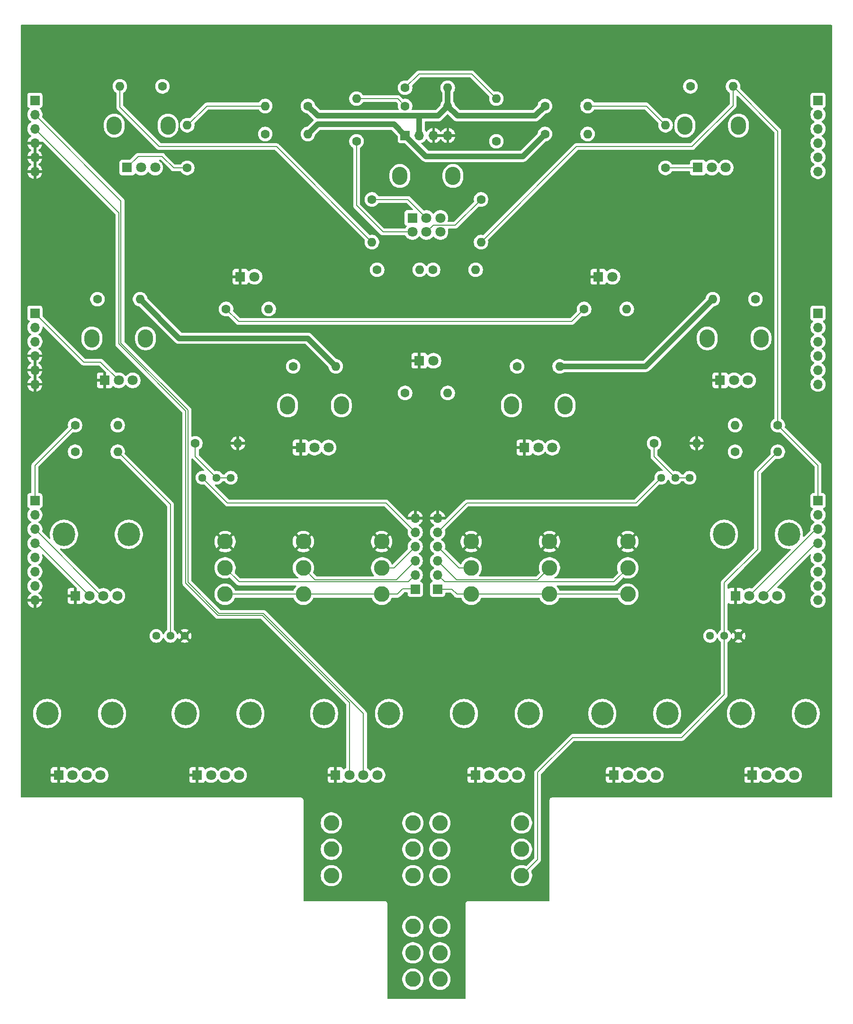
<source format=gtl>
%TF.GenerationSoftware,KiCad,Pcbnew,9.0.0*%
%TF.CreationDate,2025-03-15T21:37:14+01:00*%
%TF.ProjectId,DMH_Dual_VCF_Diode_Ladder_Mk2_PCB_2,444d485f-4475-4616-9c5f-5643465f4469,1*%
%TF.SameCoordinates,Original*%
%TF.FileFunction,Copper,L1,Top*%
%TF.FilePolarity,Positive*%
%FSLAX46Y46*%
G04 Gerber Fmt 4.6, Leading zero omitted, Abs format (unit mm)*
G04 Created by KiCad (PCBNEW 9.0.0) date 2025-03-15 21:37:14*
%MOMM*%
%LPD*%
G01*
G04 APERTURE LIST*
%TA.AperFunction,ComponentPad*%
%ADD10O,1.600000X1.600000*%
%TD*%
%TA.AperFunction,ComponentPad*%
%ADD11C,1.600000*%
%TD*%
%TA.AperFunction,ComponentPad*%
%ADD12C,1.440000*%
%TD*%
%TA.AperFunction,ComponentPad*%
%ADD13R,1.700000X1.700000*%
%TD*%
%TA.AperFunction,ComponentPad*%
%ADD14O,1.700000X1.700000*%
%TD*%
%TA.AperFunction,ComponentPad*%
%ADD15O,4.000000X4.200000*%
%TD*%
%TA.AperFunction,ComponentPad*%
%ADD16C,1.800000*%
%TD*%
%TA.AperFunction,ComponentPad*%
%ADD17R,1.800000X1.800000*%
%TD*%
%TA.AperFunction,ComponentPad*%
%ADD18C,2.800000*%
%TD*%
%TA.AperFunction,ComponentPad*%
%ADD19O,2.720000X3.240000*%
%TD*%
%TA.AperFunction,Conductor*%
%ADD20C,0.200000*%
%TD*%
%TA.AperFunction,Conductor*%
%ADD21C,1.000000*%
%TD*%
G04 APERTURE END LIST*
D10*
%TO.P,R14,2*%
%TO.N,Net-(D4-A)*%
X71810000Y-93750000D03*
D11*
%TO.P,R14,1*%
%TO.N,Net-(R14-Pad1)*%
X64190000Y-93750000D03*
%TD*%
D12*
%TO.P,RV31,1,1*%
%TO.N,Net-(J16B-Pin_2)*%
X150710000Y-152150000D03*
%TO.P,RV31,2,2*%
%TO.N,Net-(SW9-A)*%
X153250000Y-152150000D03*
%TO.P,RV31,3,3*%
%TO.N,GND*%
X155790000Y-152150000D03*
%TD*%
%TO.P,RV19,1,1*%
%TO.N,Net-(J15B-Pin_2)*%
X51710000Y-152150000D03*
%TO.P,RV19,2,2*%
%TO.N,Net-(SW7-A)*%
X54250000Y-152150000D03*
%TO.P,RV19,3,3*%
%TO.N,GND*%
X56790000Y-152150000D03*
%TD*%
%TO.P,RV15,1,1*%
%TO.N,Net-(J20E-Pin_5)*%
X141960000Y-123900000D03*
%TO.P,RV15,2,2*%
%TO.N,Net-(R58-Pad1)*%
X144500000Y-123900000D03*
%TO.P,RV15,3,3*%
X147040000Y-123900000D03*
%TD*%
%TO.P,RV13,1,1*%
%TO.N,Net-(J19E-Pin_5)*%
X59950000Y-123900000D03*
%TO.P,RV13,2,2*%
%TO.N,Net-(R40-Pad1)*%
X62490000Y-123900000D03*
%TO.P,RV13,3,3*%
X65030000Y-123900000D03*
%TD*%
D11*
%TO.P,R141,1*%
%TO.N,+12V*%
X91190000Y-86750000D03*
D10*
%TO.P,R141,2*%
%TO.N,Net-(R141-Pad2)*%
X98810000Y-86750000D03*
%TD*%
D11*
%TO.P,R140,1*%
%TO.N,Net-(R140-Pad1)*%
X87500000Y-63810000D03*
D10*
%TO.P,R140,2*%
%TO.N,Net-(R12-Pad1)*%
X87500000Y-56190000D03*
%TD*%
D11*
%TO.P,R139,1*%
%TO.N,Net-(R139-Pad1)*%
X101190000Y-86750000D03*
D10*
%TO.P,R139,2*%
%TO.N,+12V*%
X108810000Y-86750000D03*
%TD*%
D11*
%TO.P,R138,1*%
%TO.N,Net-(R132-Pad2)*%
X96190000Y-54250000D03*
D10*
%TO.P,R138,2*%
%TO.N,-12V*%
X103810000Y-54250000D03*
%TD*%
D11*
%TO.P,R137,1*%
%TO.N,+12V*%
X121190000Y-62500000D03*
D10*
%TO.P,R137,2*%
%TO.N,Net-(R137-Pad2)*%
X128810000Y-62500000D03*
%TD*%
D11*
%TO.P,R136,1*%
%TO.N,-12V*%
X121190000Y-57500000D03*
D10*
%TO.P,R136,2*%
%TO.N,Net-(R136-Pad2)*%
X128810000Y-57500000D03*
%TD*%
D11*
%TO.P,R135,1*%
%TO.N,Net-(R135-Pad1)*%
X71190000Y-62500000D03*
D10*
%TO.P,R135,2*%
%TO.N,+12V*%
X78810000Y-62500000D03*
%TD*%
D11*
%TO.P,R96,1*%
%TO.N,-12V*%
X78810000Y-57500000D03*
D10*
%TO.P,R96,2*%
%TO.N,Net-(R2-Pad2)*%
X71190000Y-57500000D03*
%TD*%
D11*
%TO.P,R58,1*%
%TO.N,Net-(R58-Pad1)*%
X140690000Y-117750000D03*
D10*
%TO.P,R58,2*%
%TO.N,GND*%
X148310000Y-117750000D03*
%TD*%
D11*
%TO.P,R40,1*%
%TO.N,Net-(R40-Pad1)*%
X58690000Y-117750000D03*
D10*
%TO.P,R40,2*%
%TO.N,GND*%
X66310000Y-117750000D03*
%TD*%
D13*
%TO.P,J20,1,Pin_1*%
%TO.N,Net-(J20A-Pin_1)*%
X102000000Y-143800000D03*
D14*
%TO.P,J20,2,Pin_2*%
%TO.N,Net-(J20B-Pin_2)*%
X102000000Y-141260000D03*
%TO.P,J20,3,Pin_3*%
%TO.N,Net-(J20C-Pin_3)*%
X102000000Y-138720000D03*
%TO.P,J20,4,Pin_4*%
%TO.N,Net-(J20D-Pin_4)*%
X102000000Y-136180000D03*
%TO.P,J20,5,Pin_5*%
%TO.N,Net-(J20E-Pin_5)*%
X102000000Y-133640000D03*
%TO.P,J20,6,Pin_6*%
%TO.N,GND*%
X102000000Y-131100000D03*
%TD*%
D13*
%TO.P,J19,1,Pin_1*%
%TO.N,Net-(J19A-Pin_1)*%
X98000000Y-143800000D03*
D14*
%TO.P,J19,2,Pin_2*%
%TO.N,Net-(J19B-Pin_2)*%
X98000000Y-141260000D03*
%TO.P,J19,3,Pin_3*%
%TO.N,Net-(J19C-Pin_3)*%
X98000000Y-138720000D03*
%TO.P,J19,4,Pin_4*%
%TO.N,Net-(J19D-Pin_4)*%
X98000000Y-136180000D03*
%TO.P,J19,5,Pin_5*%
%TO.N,Net-(J19E-Pin_5)*%
X98000000Y-133640000D03*
%TO.P,J19,6,Pin_6*%
%TO.N,GND*%
X98000000Y-131100000D03*
%TD*%
D15*
%TO.P,RV25,*%
%TO.N,*%
X56950000Y-166000000D03*
D16*
X66500000Y-177000000D03*
D15*
X68550000Y-166000000D03*
D17*
%TO.P,RV25,1,1*%
%TO.N,GND*%
X59000000Y-177000000D03*
D16*
%TO.P,RV25,2,2*%
%TO.N,Net-(J17C-Pin_3)*%
X61500000Y-177000000D03*
%TO.P,RV25,3,3*%
%TO.N,/Drive A/Drive CV Input*%
X64000000Y-177000000D03*
%TD*%
D17*
%TO.P,D4,1,K*%
%TO.N,GND*%
X66730000Y-88000000D03*
D16*
%TO.P,D4,2,A*%
%TO.N,Net-(D4-A)*%
X69270000Y-88000000D03*
%TD*%
D15*
%TO.P,RV9,*%
%TO.N,*%
X153200000Y-134000000D03*
D16*
X162750000Y-145000000D03*
D15*
X164800000Y-134000000D03*
D17*
%TO.P,RV9,1,1*%
%TO.N,GND*%
X155250000Y-145000000D03*
D16*
%TO.P,RV9,2,2*%
%TO.N,Net-(J16C-Pin_3)*%
X157750000Y-145000000D03*
%TO.P,RV9,3,3*%
%TO.N,/CV Processing/CV1 B Input*%
X160250000Y-145000000D03*
%TD*%
D18*
%TO.P,SW4,1,A*%
%TO.N,Net-(J20A-Pin_1)*%
X136000000Y-144700000D03*
%TO.P,SW4,2,B*%
%TO.N,Net-(J20B-Pin_2)*%
X136000000Y-140000000D03*
%TO.P,SW4,3,C*%
%TO.N,GND*%
X136000000Y-135300000D03*
%TD*%
D15*
%TO.P,RV11,*%
%TO.N,*%
X156200000Y-166000000D03*
D16*
X165750000Y-177000000D03*
D15*
X167800000Y-166000000D03*
D17*
%TO.P,RV11,1,1*%
%TO.N,GND*%
X158250000Y-177000000D03*
D16*
%TO.P,RV11,2,2*%
%TO.N,Net-(J16G-Pin_7)*%
X160750000Y-177000000D03*
%TO.P,RV11,3,3*%
%TO.N,/CV Processing/CV2 B Input*%
X163250000Y-177000000D03*
%TD*%
D19*
%TO.P,RV7,*%
%TO.N,*%
X146200000Y-61000000D03*
X155800000Y-61000000D03*
D17*
%TO.P,RV7,1,1*%
%TO.N,Net-(R17-Pad1)*%
X148500000Y-68500000D03*
D16*
%TO.P,RV7,2,2*%
%TO.N,Net-(R16-Pad1)*%
X151000000Y-68500000D03*
%TO.P,RV7,3,3*%
%TO.N,Net-(R137-Pad2)*%
X153500000Y-68500000D03*
%TD*%
D19*
%TO.P,RV18,*%
%TO.N,*%
X75200000Y-111000000D03*
X84800000Y-111000000D03*
D17*
%TO.P,RV18,1,1*%
%TO.N,GND*%
X77500000Y-118500000D03*
D16*
%TO.P,RV18,2,2*%
%TO.N,Net-(J21A-Pin_1)*%
X80000000Y-118500000D03*
%TO.P,RV18,3,3*%
%TO.N,Net-(R76-Pad1)*%
X82500000Y-118500000D03*
%TD*%
D19*
%TO.P,RV27,*%
%TO.N,*%
X40200000Y-99000000D03*
X49800000Y-99000000D03*
D17*
%TO.P,RV27,1,1*%
%TO.N,GND*%
X42500000Y-106500000D03*
D16*
%TO.P,RV27,2,2*%
%TO.N,Net-(J17A-Pin_1)*%
X45000000Y-106500000D03*
%TO.P,RV27,3,3*%
%TO.N,Net-(R111-Pad1)*%
X47500000Y-106500000D03*
%TD*%
D18*
%TO.P,SW1,1,A*%
%TO.N,Net-(J19A-Pin_1)*%
X64000000Y-144700000D03*
%TO.P,SW1,2,B*%
%TO.N,Net-(J19B-Pin_2)*%
X64000000Y-140000000D03*
%TO.P,SW1,3,C*%
%TO.N,GND*%
X64000000Y-135300000D03*
%TD*%
D17*
%TO.P,D5,1,K*%
%TO.N,GND*%
X130730000Y-88000000D03*
D16*
%TO.P,D5,2,A*%
%TO.N,Net-(D5-A)*%
X133270000Y-88000000D03*
%TD*%
D18*
%TO.P,SW6,1,A*%
%TO.N,Net-(J20A-Pin_1)*%
X108000000Y-144700000D03*
%TO.P,SW6,2,B*%
%TO.N,Net-(J20D-Pin_4)*%
X108000000Y-140000000D03*
%TO.P,SW6,3,C*%
%TO.N,GND*%
X108000000Y-135300000D03*
%TD*%
D15*
%TO.P,RV20,*%
%TO.N,*%
X106700000Y-166000000D03*
D16*
X116250000Y-177000000D03*
D15*
X118300000Y-166000000D03*
D17*
%TO.P,RV20,1,1*%
%TO.N,GND*%
X108750000Y-177000000D03*
D16*
%TO.P,RV20,2,2*%
%TO.N,Net-(J22E-Pin_5)*%
X111250000Y-177000000D03*
%TO.P,RV20,3,3*%
%TO.N,/Inputs and Outputs B/Res CV Jack*%
X113750000Y-177000000D03*
%TD*%
D19*
%TO.P,RV22,*%
%TO.N,*%
X115200000Y-111000000D03*
X124800000Y-111000000D03*
D17*
%TO.P,RV22,1,1*%
%TO.N,GND*%
X117500000Y-118500000D03*
D16*
%TO.P,RV22,2,2*%
%TO.N,Net-(J22A-Pin_1)*%
X120000000Y-118500000D03*
%TO.P,RV22,3,3*%
%TO.N,Net-(R80-Pad1)*%
X122500000Y-118500000D03*
%TD*%
D18*
%TO.P,SW5,1,A*%
%TO.N,Net-(J20A-Pin_1)*%
X122000000Y-144700000D03*
%TO.P,SW5,2,B*%
%TO.N,Net-(J20C-Pin_3)*%
X122000000Y-140000000D03*
%TO.P,SW5,3,C*%
%TO.N,GND*%
X122000000Y-135300000D03*
%TD*%
%TO.P,SW3,1,A*%
%TO.N,Net-(J19A-Pin_1)*%
X92000000Y-144700000D03*
%TO.P,SW3,2,B*%
%TO.N,Net-(J19D-Pin_4)*%
X92000000Y-140000000D03*
%TO.P,SW3,3,C*%
%TO.N,GND*%
X92000000Y-135300000D03*
%TD*%
D15*
%TO.P,RV16,*%
%TO.N,*%
X81700000Y-166000000D03*
D16*
X91250000Y-177000000D03*
D15*
X93300000Y-166000000D03*
D17*
%TO.P,RV16,1,1*%
%TO.N,GND*%
X83750000Y-177000000D03*
D16*
%TO.P,RV16,2,2*%
%TO.N,Net-(J21C-Pin_3)*%
X86250000Y-177000000D03*
%TO.P,RV16,3,3*%
%TO.N,/Inputs and Outputs A/Res CV Jack*%
X88750000Y-177000000D03*
%TD*%
D15*
%TO.P,RV28,*%
%TO.N,*%
X131450000Y-166000000D03*
D16*
X141000000Y-177000000D03*
D15*
X143050000Y-166000000D03*
D17*
%TO.P,RV28,1,1*%
%TO.N,GND*%
X133500000Y-177000000D03*
D16*
%TO.P,RV28,2,2*%
%TO.N,Net-(J18E-Pin_5)*%
X136000000Y-177000000D03*
%TO.P,RV28,3,3*%
%TO.N,/Drive B/Drive CV Input*%
X138500000Y-177000000D03*
%TD*%
D17*
%TO.P,D3,1,K*%
%TO.N,GND*%
X98730000Y-103000000D03*
D16*
%TO.P,D3,2,A*%
%TO.N,Net-(D3-A)*%
X101270000Y-103000000D03*
%TD*%
D18*
%TO.P,SW8,1,A*%
%TO.N,/Drive A/Drive CV*%
X97587000Y-194950000D03*
%TO.P,SW8,2,B*%
%TO.N,Net-(J18C-Pin_3)*%
X97587000Y-190250000D03*
%TO.P,SW8,3,C*%
%TO.N,Net-(J18B-Pin_2)*%
X97587000Y-185550000D03*
%TO.P,SW8,4,A*%
%TO.N,/Resonance A CV/Res CV*%
X102413000Y-194950000D03*
%TO.P,SW8,5,B*%
%TO.N,Net-(J22C-Pin_3)*%
X102413000Y-190250000D03*
%TO.P,SW8,6,C*%
%TO.N,Net-(J22B-Pin_2)*%
X102413000Y-185550000D03*
%TD*%
%TO.P,SW2,1,A*%
%TO.N,Net-(J19A-Pin_1)*%
X78000000Y-144700000D03*
%TO.P,SW2,2,B*%
%TO.N,Net-(J19C-Pin_3)*%
X78000000Y-140000000D03*
%TO.P,SW2,3,C*%
%TO.N,GND*%
X78000000Y-135300000D03*
%TD*%
D19*
%TO.P,RV30,*%
%TO.N,*%
X150200000Y-99000000D03*
X159800000Y-99000000D03*
D17*
%TO.P,RV30,1,1*%
%TO.N,GND*%
X152500000Y-106500000D03*
D16*
%TO.P,RV30,2,2*%
%TO.N,Net-(J18A-Pin_1)*%
X155000000Y-106500000D03*
%TO.P,RV30,3,3*%
%TO.N,Net-(R128-Pad1)*%
X157500000Y-106500000D03*
%TD*%
D15*
%TO.P,RV3,*%
%TO.N,*%
X35200000Y-134000000D03*
D16*
X44750000Y-145000000D03*
D15*
X46800000Y-134000000D03*
D17*
%TO.P,RV3,1,1*%
%TO.N,GND*%
X37250000Y-145000000D03*
D16*
%TO.P,RV3,2,2*%
%TO.N,Net-(J15D-Pin_4)*%
X39750000Y-145000000D03*
%TO.P,RV3,3,3*%
%TO.N,/CV Processing/CV1 A Input*%
X42250000Y-145000000D03*
%TD*%
D18*
%TO.P,SW7,1,A*%
%TO.N,Net-(SW7-A)*%
X83000000Y-194950000D03*
%TO.P,SW7,2,B*%
%TO.N,Net-(SW7-B)*%
X83000000Y-190250000D03*
%TO.P,SW7,3,C*%
%TO.N,Net-(SW7-C)*%
X83000000Y-185550000D03*
%TD*%
D19*
%TO.P,RV6,*%
%TO.N,*%
X95250000Y-70000000D03*
X104750000Y-70000000D03*
D17*
%TO.P,RV6,1,1*%
%TO.N,Net-(R132-Pad1)*%
X97500000Y-77500000D03*
D16*
%TO.P,RV6,2,2*%
%TO.N,Net-(R11-Pad1)*%
X100000000Y-77500000D03*
%TO.P,RV6,3,3*%
%TO.N,Net-(R139-Pad1)*%
X102500000Y-77500000D03*
%TO.P,RV6,4,4*%
%TO.N,Net-(R140-Pad1)*%
X97500000Y-80000000D03*
%TO.P,RV6,5,5*%
%TO.N,Net-(R131-Pad1)*%
X100000000Y-80000000D03*
%TO.P,RV6,6,6*%
%TO.N,Net-(R141-Pad2)*%
X102500000Y-80000000D03*
%TD*%
D15*
%TO.P,RV5,*%
%TO.N,*%
X32200000Y-166000000D03*
D16*
X41750000Y-177000000D03*
D15*
X43800000Y-166000000D03*
D17*
%TO.P,RV5,1,1*%
%TO.N,GND*%
X34250000Y-177000000D03*
D16*
%TO.P,RV5,2,2*%
%TO.N,Net-(J15G-Pin_7)*%
X36750000Y-177000000D03*
%TO.P,RV5,3,3*%
%TO.N,/CV Processing/CV2 A Input*%
X39250000Y-177000000D03*
%TD*%
D19*
%TO.P,RV1,*%
%TO.N,*%
X44200000Y-61000000D03*
X53800000Y-61000000D03*
D17*
%TO.P,RV1,1,1*%
%TO.N,Net-(R2-Pad1)*%
X46500000Y-68500000D03*
D16*
%TO.P,RV1,2,2*%
%TO.N,Net-(R1-Pad1)*%
X49000000Y-68500000D03*
%TO.P,RV1,3,3*%
%TO.N,Net-(R135-Pad1)*%
X51500000Y-68500000D03*
%TD*%
D18*
%TO.P,SW10,1,A*%
%TO.N,/CV Processing/CV A*%
X97587000Y-213450000D03*
%TO.P,SW10,2,B*%
%TO.N,/CV Processing/Link CV Switch*%
X97587000Y-208750000D03*
%TO.P,SW10,3,C*%
%TO.N,/CV Processing/CV B*%
X97587000Y-204050000D03*
%TO.P,SW10,4,A*%
%TO.N,Net-(R13-Pad1)*%
X102413000Y-213450000D03*
%TO.P,SW10,5,B*%
%TO.N,+12V*%
X102413000Y-208750000D03*
%TO.P,SW10,6,C*%
%TO.N,Net-(R14-Pad1)*%
X102413000Y-204050000D03*
%TD*%
%TO.P,SW9,1,A*%
%TO.N,Net-(SW9-A)*%
X117000000Y-194950000D03*
%TO.P,SW9,2,B*%
%TO.N,Net-(SW9-B)*%
X117000000Y-190250000D03*
%TO.P,SW9,3,C*%
%TO.N,Net-(SW9-C)*%
X117000000Y-185550000D03*
%TD*%
D11*
%TO.P,R12,1*%
%TO.N,Net-(R12-Pad1)*%
X96190000Y-57500000D03*
D10*
%TO.P,R12,2*%
%TO.N,-12V*%
X103810000Y-57500000D03*
%TD*%
D11*
%TO.P,R132,1*%
%TO.N,Net-(R132-Pad1)*%
X112500000Y-63810000D03*
D10*
%TO.P,R132,2*%
%TO.N,Net-(R132-Pad2)*%
X112500000Y-56190000D03*
%TD*%
D11*
%TO.P,R24,1*%
%TO.N,Net-(SW9-C)*%
X155190000Y-119250000D03*
D10*
%TO.P,R24,2*%
%TO.N,Net-(SW9-A)*%
X162810000Y-119250000D03*
%TD*%
D13*
%TO.P,J18,1,Pin_1*%
%TO.N,Net-(J18A-Pin_1)*%
X170000000Y-94500000D03*
D14*
%TO.P,J18,2,Pin_2*%
%TO.N,Net-(J18B-Pin_2)*%
X170000000Y-97040000D03*
%TO.P,J18,3,Pin_3*%
%TO.N,Net-(J18C-Pin_3)*%
X170000000Y-99580000D03*
%TO.P,J18,4,Pin_4*%
%TO.N,/Drive A/Drive CV*%
X170000000Y-102120000D03*
%TO.P,J18,5,Pin_5*%
%TO.N,Net-(J18E-Pin_5)*%
X170000000Y-104660000D03*
%TO.P,J18,6,Pin_6*%
%TO.N,/Drive B/Drive CV Input*%
X170000000Y-107200000D03*
%TD*%
D13*
%TO.P,J16,1,Pin_1*%
%TO.N,Net-(J16A-Pin_1)*%
X170000000Y-128000000D03*
D14*
%TO.P,J16,2,Pin_2*%
%TO.N,Net-(J16B-Pin_2)*%
X170000000Y-130540000D03*
%TO.P,J16,3,Pin_3*%
%TO.N,Net-(J16C-Pin_3)*%
X170000000Y-133080000D03*
%TO.P,J16,4,Pin_4*%
%TO.N,/CV Processing/CV1 B Input*%
X170000000Y-135620000D03*
%TO.P,J16,5,Pin_5*%
%TO.N,/CV Processing/CV B*%
X170000000Y-138160000D03*
%TO.P,J16,6,Pin_6*%
%TO.N,/CV Processing/Link CV Switch*%
X170000000Y-140700000D03*
%TO.P,J16,7,Pin_7*%
%TO.N,Net-(J16G-Pin_7)*%
X170000000Y-143240000D03*
%TO.P,J16,8,Pin_8*%
%TO.N,/CV Processing/CV2 B Input*%
X170000000Y-145780000D03*
%TD*%
D13*
%TO.P,J23,1,Pin_1*%
%TO.N,+12V*%
X96200000Y-62775000D03*
D14*
%TO.P,J23,2,Pin_2*%
%TO.N,-12V*%
X98740000Y-62775000D03*
%TO.P,J23,3,Pin_3*%
%TO.N,GND*%
X101280000Y-62775000D03*
%TO.P,J23,4,Pin_4*%
X103820000Y-62775000D03*
%TD*%
D11*
%TO.P,R1,1*%
%TO.N,Net-(R1-Pad1)*%
X52810000Y-54000000D03*
D10*
%TO.P,R1,2*%
%TO.N,Net-(J15A-Pin_1)*%
X45190000Y-54000000D03*
%TD*%
D11*
%TO.P,R11,1*%
%TO.N,Net-(R11-Pad1)*%
X90250000Y-74190000D03*
D10*
%TO.P,R11,2*%
%TO.N,Net-(J15A-Pin_1)*%
X90250000Y-81810000D03*
%TD*%
D11*
%TO.P,R13,1*%
%TO.N,Net-(R13-Pad1)*%
X96190000Y-108750000D03*
D10*
%TO.P,R13,2*%
%TO.N,Net-(D3-A)*%
X103810000Y-108750000D03*
%TD*%
D11*
%TO.P,R10,1*%
%TO.N,Net-(SW7-C)*%
X37190000Y-119250000D03*
D10*
%TO.P,R10,2*%
%TO.N,Net-(SW7-A)*%
X44810000Y-119250000D03*
%TD*%
D11*
%TO.P,R80,1*%
%TO.N,Net-(R80-Pad1)*%
X116190000Y-104000000D03*
D10*
%TO.P,R80,2*%
%TO.N,+12V*%
X123810000Y-104000000D03*
%TD*%
D11*
%TO.P,R17,1*%
%TO.N,Net-(R17-Pad1)*%
X142750000Y-68560000D03*
D10*
%TO.P,R17,2*%
%TO.N,Net-(R136-Pad2)*%
X142750000Y-60940000D03*
%TD*%
D11*
%TO.P,R23,1*%
%TO.N,Net-(J16A-Pin_1)*%
X162810000Y-114500000D03*
D10*
%TO.P,R23,2*%
%TO.N,Net-(SW9-B)*%
X155190000Y-114500000D03*
%TD*%
D11*
%TO.P,R111,1*%
%TO.N,Net-(R111-Pad1)*%
X41190000Y-92000000D03*
D10*
%TO.P,R111,2*%
%TO.N,+12V*%
X48810000Y-92000000D03*
%TD*%
D11*
%TO.P,R76,1*%
%TO.N,Net-(R76-Pad1)*%
X76190000Y-104000000D03*
D10*
%TO.P,R76,2*%
%TO.N,+12V*%
X83810000Y-104000000D03*
%TD*%
D11*
%TO.P,R128,1*%
%TO.N,Net-(R128-Pad1)*%
X158810000Y-92000000D03*
D10*
%TO.P,R128,2*%
%TO.N,+12V*%
X151190000Y-92000000D03*
%TD*%
D13*
%TO.P,J15,1,Pin_1*%
%TO.N,Net-(J15A-Pin_1)*%
X30000000Y-128000000D03*
D14*
%TO.P,J15,2,Pin_2*%
%TO.N,Net-(J15B-Pin_2)*%
X30000000Y-130540000D03*
%TO.P,J15,3,Pin_3*%
%TO.N,/CV Processing/CV1 A Input*%
X30000000Y-133080000D03*
%TO.P,J15,4,Pin_4*%
%TO.N,Net-(J15D-Pin_4)*%
X30000000Y-135620000D03*
%TO.P,J15,5,Pin_5*%
%TO.N,/CV Processing/CV A*%
X30000000Y-138160000D03*
%TO.P,J15,6,Pin_6*%
%TO.N,/CV Processing/CV2 A Input*%
X30000000Y-140700000D03*
%TO.P,J15,7,Pin_7*%
%TO.N,Net-(J15G-Pin_7)*%
X30000000Y-143240000D03*
%TO.P,J15,8,Pin_8*%
%TO.N,GND*%
X30000000Y-145780000D03*
%TD*%
D11*
%TO.P,R8,1*%
%TO.N,Net-(J15A-Pin_1)*%
X37190000Y-114500000D03*
D10*
%TO.P,R8,2*%
%TO.N,Net-(SW7-B)*%
X44810000Y-114500000D03*
%TD*%
D13*
%TO.P,J22,1,Pin_1*%
%TO.N,Net-(J22A-Pin_1)*%
X170000000Y-56500000D03*
D14*
%TO.P,J22,2,Pin_2*%
%TO.N,Net-(J22B-Pin_2)*%
X170000000Y-59040000D03*
%TO.P,J22,3,Pin_3*%
%TO.N,Net-(J22C-Pin_3)*%
X170000000Y-61580000D03*
%TO.P,J22,4,Pin_4*%
%TO.N,/Resonance A CV/Res CV*%
X170000000Y-64120000D03*
%TO.P,J22,5,Pin_5*%
%TO.N,Net-(J22E-Pin_5)*%
X170000000Y-66660000D03*
%TO.P,J22,6,Pin_6*%
%TO.N,/Inputs and Outputs B/Res CV Jack*%
X170000000Y-69200000D03*
%TD*%
D13*
%TO.P,J21,1,Pin_1*%
%TO.N,Net-(J21A-Pin_1)*%
X30000000Y-56500000D03*
D14*
%TO.P,J21,2,Pin_2*%
%TO.N,/Inputs and Outputs A/Res CV Jack*%
X30000000Y-59040000D03*
%TO.P,J21,3,Pin_3*%
%TO.N,Net-(J21C-Pin_3)*%
X30000000Y-61580000D03*
%TO.P,J21,4,Pin_4*%
%TO.N,GND*%
X30000000Y-64120000D03*
%TO.P,J21,5,Pin_5*%
X30000000Y-66660000D03*
%TO.P,J21,6,Pin_6*%
X30000000Y-69200000D03*
%TD*%
D11*
%TO.P,R15,1*%
%TO.N,Net-(R14-Pad1)*%
X128190000Y-93750000D03*
D10*
%TO.P,R15,2*%
%TO.N,Net-(D5-A)*%
X135810000Y-93750000D03*
%TD*%
D11*
%TO.P,R131,1*%
%TO.N,Net-(R131-Pad1)*%
X109750000Y-74190000D03*
D10*
%TO.P,R131,2*%
%TO.N,Net-(J16A-Pin_1)*%
X109750000Y-81810000D03*
%TD*%
D11*
%TO.P,R2,1*%
%TO.N,Net-(R2-Pad1)*%
X57250000Y-68560000D03*
D10*
%TO.P,R2,2*%
%TO.N,Net-(R2-Pad2)*%
X57250000Y-60940000D03*
%TD*%
D11*
%TO.P,R16,1*%
%TO.N,Net-(R16-Pad1)*%
X147190000Y-54000000D03*
D10*
%TO.P,R16,2*%
%TO.N,Net-(J16A-Pin_1)*%
X154810000Y-54000000D03*
%TD*%
D13*
%TO.P,J17,1,Pin_1*%
%TO.N,Net-(J17A-Pin_1)*%
X30000000Y-94500000D03*
D14*
%TO.P,J17,2,Pin_2*%
%TO.N,/Drive A/Drive CV Input*%
X30000000Y-97040000D03*
%TO.P,J17,3,Pin_3*%
%TO.N,Net-(J17C-Pin_3)*%
X30000000Y-99580000D03*
%TO.P,J17,4,Pin_4*%
%TO.N,GND*%
X30000000Y-102120000D03*
%TO.P,J17,5,Pin_5*%
X30000000Y-104660000D03*
%TO.P,J17,6,Pin_6*%
X30000000Y-107200000D03*
%TD*%
D20*
%TO.N,Net-(SW9-A)*%
X153250000Y-162650000D02*
X153250000Y-152150000D01*
X145624971Y-170275029D02*
X153250000Y-162650000D01*
X126124971Y-170275029D02*
X145624971Y-170275029D01*
X119900000Y-192050000D02*
X119900000Y-176500000D01*
X117000000Y-194950000D02*
X119900000Y-192050000D01*
X119900000Y-176500000D02*
X126124971Y-170275029D01*
%TO.N,Net-(J20E-Pin_5)*%
X137460000Y-128400000D02*
X141960000Y-123900000D01*
X107240000Y-128400000D02*
X137460000Y-128400000D01*
X102000000Y-133640000D02*
X107240000Y-128400000D01*
%TO.N,Net-(J19E-Pin_5)*%
X92760000Y-128400000D02*
X98000000Y-133640000D01*
X64450000Y-128400000D02*
X92760000Y-128400000D01*
X59950000Y-123900000D02*
X64450000Y-128400000D01*
%TO.N,Net-(SW9-A)*%
X153250000Y-142650000D02*
X159200000Y-136700000D01*
X159200000Y-136700000D02*
X159200000Y-122860000D01*
X159200000Y-122860000D02*
X162810000Y-119250000D01*
X153250000Y-152150000D02*
X153250000Y-142650000D01*
%TO.N,Net-(SW7-A)*%
X54250000Y-128690000D02*
X54250000Y-152150000D01*
X44810000Y-119250000D02*
X54250000Y-128690000D01*
%TO.N,Net-(R40-Pad1)*%
X62490000Y-123900000D02*
X65030000Y-123900000D01*
X58690000Y-120100000D02*
X62490000Y-123900000D01*
X58690000Y-117750000D02*
X58690000Y-120100000D01*
%TO.N,Net-(R58-Pad1)*%
X144500000Y-123900000D02*
X147040000Y-123900000D01*
X140690000Y-120090000D02*
X144500000Y-123900000D01*
X140690000Y-117750000D02*
X140690000Y-120090000D01*
%TO.N,Net-(R2-Pad2)*%
X60750000Y-57500000D02*
X71190000Y-57500000D01*
X57310000Y-60940000D02*
X60750000Y-57500000D01*
X57250000Y-60940000D02*
X57310000Y-60940000D01*
%TO.N,Net-(R131-Pad1)*%
X105141000Y-78799000D02*
X109750000Y-74190000D01*
X101201000Y-78799000D02*
X105141000Y-78799000D01*
X100000000Y-80000000D02*
X101201000Y-78799000D01*
%TO.N,Net-(R140-Pad1)*%
X92250000Y-80000000D02*
X97500000Y-80000000D01*
X87500000Y-75250000D02*
X92250000Y-80000000D01*
X87500000Y-63810000D02*
X87500000Y-75250000D01*
%TO.N,Net-(R11-Pad1)*%
X96690000Y-74190000D02*
X100000000Y-77500000D01*
X90250000Y-74190000D02*
X96690000Y-74190000D01*
D21*
%TO.N,+12V*%
X121190000Y-62560000D02*
X121190000Y-62500000D01*
X99925000Y-66500000D02*
X117250000Y-66500000D01*
X117250000Y-66500000D02*
X121190000Y-62560000D01*
X96200000Y-62775000D02*
X99925000Y-66500000D01*
D20*
%TO.N,Net-(R136-Pad2)*%
X139310000Y-57500000D02*
X142750000Y-60940000D01*
X128810000Y-57500000D02*
X139310000Y-57500000D01*
%TO.N,Net-(R132-Pad2)*%
X108060000Y-51750000D02*
X112500000Y-56190000D01*
X98690000Y-51750000D02*
X108060000Y-51750000D01*
X96190000Y-54250000D02*
X98690000Y-51750000D01*
%TO.N,Net-(R12-Pad1)*%
X94880000Y-56190000D02*
X96190000Y-57500000D01*
X87500000Y-56190000D02*
X94880000Y-56190000D01*
D21*
%TO.N,-12V*%
X119440000Y-59250000D02*
X121190000Y-57500000D01*
X105560000Y-59250000D02*
X119440000Y-59250000D01*
X103810000Y-57500000D02*
X105560000Y-59250000D01*
X103810000Y-57500000D02*
X103810000Y-54250000D01*
X98740000Y-59260000D02*
X98750000Y-59250000D01*
X98740000Y-62775000D02*
X98740000Y-59260000D01*
X98750000Y-59250000D02*
X102060000Y-59250000D01*
%TO.N,+12V*%
X94175000Y-60750000D02*
X96200000Y-62775000D01*
X80560000Y-60750000D02*
X94175000Y-60750000D01*
X78810000Y-62500000D02*
X80560000Y-60750000D01*
%TO.N,-12V*%
X102060000Y-59250000D02*
X103810000Y-57500000D01*
X80560000Y-59250000D02*
X98750000Y-59250000D01*
X78810000Y-57500000D02*
X80560000Y-59250000D01*
D20*
%TO.N,Net-(J16A-Pin_1)*%
X126810000Y-64750000D02*
X147500000Y-64750000D01*
X109750000Y-81810000D02*
X126810000Y-64750000D01*
%TO.N,Net-(J15A-Pin_1)*%
X73190000Y-64750000D02*
X52250000Y-64750000D01*
X90250000Y-81810000D02*
X73190000Y-64750000D01*
D21*
%TO.N,+12V*%
X123810000Y-104000000D02*
X139190000Y-104000000D01*
X55810000Y-99000000D02*
X48810000Y-92000000D01*
X139190000Y-104000000D02*
X151190000Y-92000000D01*
X78810000Y-99000000D02*
X55810000Y-99000000D01*
X83810000Y-104000000D02*
X78810000Y-99000000D01*
D20*
%TO.N,Net-(J15A-Pin_1)*%
X45190000Y-57690000D02*
X52250000Y-64750000D01*
X45190000Y-54000000D02*
X45190000Y-57690000D01*
X37190000Y-114500000D02*
X30000000Y-121690000D01*
X30000000Y-121690000D02*
X30000000Y-128000000D01*
%TO.N,Net-(J16C-Pin_3)*%
X157750000Y-145000000D02*
X169670000Y-133080000D01*
%TO.N,Net-(J19A-Pin_1)*%
X94800000Y-144700000D02*
X95750000Y-143750000D01*
X78000000Y-144700000D02*
X92000000Y-144700000D01*
X64000000Y-144700000D02*
X78000000Y-144700000D01*
X97950000Y-143750000D02*
X98000000Y-143800000D01*
X95750000Y-143750000D02*
X97950000Y-143750000D01*
X92000000Y-144700000D02*
X94800000Y-144700000D01*
%TO.N,Net-(J19D-Pin_4)*%
X94180000Y-140000000D02*
X98000000Y-136180000D01*
X92000000Y-140000000D02*
X94180000Y-140000000D01*
%TO.N,Net-(J19B-Pin_2)*%
X66500000Y-142500000D02*
X96760000Y-142500000D01*
X64000000Y-140000000D02*
X66500000Y-142500000D01*
X96760000Y-142500000D02*
X98000000Y-141260000D01*
%TO.N,Net-(J19C-Pin_3)*%
X94620000Y-142100000D02*
X98000000Y-138720000D01*
X78000000Y-140000000D02*
X80100000Y-142100000D01*
X80100000Y-142100000D02*
X94620000Y-142100000D01*
%TO.N,Net-(J20B-Pin_2)*%
X133500000Y-142500000D02*
X103240000Y-142500000D01*
X103240000Y-142500000D02*
X102000000Y-141260000D01*
X136000000Y-140000000D02*
X133500000Y-142500000D01*
%TO.N,Net-(J20C-Pin_3)*%
X105380000Y-142100000D02*
X102000000Y-138720000D01*
X122000000Y-140000000D02*
X119900000Y-142100000D01*
X119900000Y-142100000D02*
X105380000Y-142100000D01*
%TO.N,Net-(J20D-Pin_4)*%
X105820000Y-140000000D02*
X102000000Y-136180000D01*
X108000000Y-140000000D02*
X105820000Y-140000000D01*
%TO.N,Net-(J20A-Pin_1)*%
X108000000Y-144700000D02*
X122000000Y-144700000D01*
X104550000Y-143800000D02*
X105450000Y-144700000D01*
X105450000Y-144700000D02*
X108000000Y-144700000D01*
X102000000Y-143800000D02*
X104550000Y-143800000D01*
X122000000Y-144700000D02*
X136000000Y-144700000D01*
%TO.N,Net-(J21C-Pin_3)*%
X57000000Y-112000000D02*
X57000000Y-142750000D01*
X70684314Y-148500000D02*
X86250000Y-164065686D01*
X45000000Y-76580000D02*
X45000000Y-100000000D01*
X86250000Y-164065686D02*
X86250000Y-177000000D01*
X30000000Y-61580000D02*
X45000000Y-76580000D01*
X57000000Y-142750000D02*
X62750000Y-148500000D01*
X62750000Y-148500000D02*
X70684314Y-148500000D01*
X45000000Y-100000000D02*
X57000000Y-112000000D01*
%TO.N,Net-(R2-Pad1)*%
X52750000Y-66500000D02*
X54810000Y-68560000D01*
X48500000Y-66500000D02*
X52750000Y-66500000D01*
X46500000Y-68500000D02*
X48500000Y-66500000D01*
X54810000Y-68560000D02*
X57250000Y-68560000D01*
%TO.N,Net-(J17A-Pin_1)*%
X30000000Y-94500000D02*
X38750000Y-103250000D01*
X41750000Y-103250000D02*
X45000000Y-106500000D01*
X38750000Y-103250000D02*
X41750000Y-103250000D01*
%TO.N,Net-(R17-Pad1)*%
X148440000Y-68560000D02*
X148500000Y-68500000D01*
X142750000Y-68560000D02*
X148440000Y-68560000D01*
%TO.N,/Inputs and Outputs A/Res CV Jack*%
X30000000Y-59040000D02*
X45400000Y-74440000D01*
X57400000Y-142584314D02*
X62915686Y-148100000D01*
X57400000Y-111834314D02*
X57400000Y-142584314D01*
X62915686Y-148100000D02*
X70850000Y-148100000D01*
X45400000Y-74440000D02*
X45400000Y-99834314D01*
X45400000Y-99834314D02*
X57400000Y-111834314D01*
X88750000Y-166000000D02*
X88750000Y-177000000D01*
X70850000Y-148100000D02*
X88750000Y-166000000D01*
%TO.N,/CV Processing/CV1 A Input*%
X30000000Y-133080000D02*
X41920000Y-145000000D01*
X41920000Y-145000000D02*
X42250000Y-145000000D01*
%TO.N,/CV Processing/CV1 B Input*%
X160250000Y-145000000D02*
X169630000Y-135620000D01*
%TO.N,Net-(R14-Pad1)*%
X64190000Y-93750000D02*
X66440000Y-96000000D01*
X125940000Y-96000000D02*
X128190000Y-93750000D01*
X66440000Y-96000000D02*
X125940000Y-96000000D01*
%TO.N,Net-(J15D-Pin_4)*%
X30000000Y-135620000D02*
X30370000Y-135620000D01*
X30370000Y-135620000D02*
X39750000Y-145000000D01*
%TO.N,Net-(R131-Pad1)*%
X109750000Y-74440000D02*
X109810000Y-74440000D01*
%TO.N,Net-(J16A-Pin_1)*%
X162810000Y-114500000D02*
X170000000Y-121690000D01*
X162810000Y-62000000D02*
X162810000Y-114500000D01*
X154810000Y-57440000D02*
X154810000Y-54000000D01*
X147500000Y-64750000D02*
X154810000Y-57440000D01*
X154810000Y-54000000D02*
X162810000Y-62000000D01*
X170000000Y-121690000D02*
X170000000Y-128000000D01*
%TD*%
%TA.AperFunction,Conductor*%
%TO.N,GND*%
G36*
X30250000Y-68766988D02*
G01*
X30192993Y-68734075D01*
X30065826Y-68700000D01*
X29934174Y-68700000D01*
X29807007Y-68734075D01*
X29750000Y-68766988D01*
X29750000Y-67093012D01*
X29807007Y-67125925D01*
X29934174Y-67160000D01*
X30065826Y-67160000D01*
X30192993Y-67125925D01*
X30250000Y-67093012D01*
X30250000Y-68766988D01*
G37*
%TD.AperFunction*%
%TA.AperFunction,Conductor*%
G36*
X30250000Y-66226988D02*
G01*
X30192993Y-66194075D01*
X30065826Y-66160000D01*
X29934174Y-66160000D01*
X29807007Y-66194075D01*
X29750000Y-66226988D01*
X29750000Y-64553012D01*
X29807007Y-64585925D01*
X29934174Y-64620000D01*
X30065826Y-64620000D01*
X30192993Y-64585925D01*
X30250000Y-64553012D01*
X30250000Y-66226988D01*
G37*
%TD.AperFunction*%
%TA.AperFunction,Conductor*%
G36*
X30250000Y-106766988D02*
G01*
X30192993Y-106734075D01*
X30065826Y-106700000D01*
X29934174Y-106700000D01*
X29807007Y-106734075D01*
X29750000Y-106766988D01*
X29750000Y-105093012D01*
X29807007Y-105125925D01*
X29934174Y-105160000D01*
X30065826Y-105160000D01*
X30192993Y-105125925D01*
X30250000Y-105093012D01*
X30250000Y-106766988D01*
G37*
%TD.AperFunction*%
%TA.AperFunction,Conductor*%
G36*
X30250000Y-104226988D02*
G01*
X30192993Y-104194075D01*
X30065826Y-104160000D01*
X29934174Y-104160000D01*
X29807007Y-104194075D01*
X29750000Y-104226988D01*
X29750000Y-102553012D01*
X29807007Y-102585925D01*
X29934174Y-102620000D01*
X30065826Y-102620000D01*
X30192993Y-102585925D01*
X30250000Y-102553012D01*
X30250000Y-104226988D01*
G37*
%TD.AperFunction*%
%TA.AperFunction,Conductor*%
G36*
X103354075Y-62582007D02*
G01*
X103320000Y-62709174D01*
X103320000Y-62840826D01*
X103354075Y-62967993D01*
X103386988Y-63025000D01*
X101713012Y-63025000D01*
X101745925Y-62967993D01*
X101780000Y-62840826D01*
X101780000Y-62709174D01*
X101745925Y-62582007D01*
X101713012Y-62525000D01*
X103386988Y-62525000D01*
X103354075Y-62582007D01*
G37*
%TD.AperFunction*%
%TA.AperFunction,Conductor*%
G36*
X172442539Y-43020185D02*
G01*
X172488294Y-43072989D01*
X172499500Y-43124500D01*
X172499500Y-180875500D01*
X172479815Y-180942539D01*
X172427011Y-180988294D01*
X172375500Y-180999500D01*
X122434108Y-180999500D01*
X122306812Y-181033608D01*
X122192686Y-181099500D01*
X122192683Y-181099502D01*
X122099502Y-181192683D01*
X122099500Y-181192686D01*
X122033608Y-181306812D01*
X121999500Y-181434108D01*
X121999500Y-199375500D01*
X121979815Y-199442539D01*
X121927011Y-199488294D01*
X121875500Y-199499500D01*
X107434108Y-199499500D01*
X107306812Y-199533608D01*
X107192686Y-199599500D01*
X107192683Y-199599502D01*
X107099502Y-199692683D01*
X107099500Y-199692686D01*
X107033608Y-199806812D01*
X106999500Y-199934108D01*
X106999500Y-216875500D01*
X106979815Y-216942539D01*
X106927011Y-216988294D01*
X106875500Y-216999500D01*
X93124500Y-216999500D01*
X93057461Y-216979815D01*
X93011706Y-216927011D01*
X93000500Y-216875500D01*
X93000500Y-213325441D01*
X95686500Y-213325441D01*
X95686500Y-213574558D01*
X95686501Y-213574575D01*
X95719017Y-213821561D01*
X95783498Y-214062207D01*
X95878830Y-214292361D01*
X95878837Y-214292376D01*
X96003400Y-214508126D01*
X96155060Y-214705774D01*
X96155066Y-214705781D01*
X96331218Y-214881933D01*
X96331225Y-214881939D01*
X96528873Y-215033599D01*
X96744623Y-215158162D01*
X96744638Y-215158169D01*
X96843825Y-215199253D01*
X96974793Y-215253502D01*
X97215435Y-215317982D01*
X97462435Y-215350500D01*
X97462442Y-215350500D01*
X97711558Y-215350500D01*
X97711565Y-215350500D01*
X97958565Y-215317982D01*
X98199207Y-215253502D01*
X98429373Y-215158164D01*
X98645127Y-215033599D01*
X98842776Y-214881938D01*
X99018938Y-214705776D01*
X99170599Y-214508127D01*
X99295164Y-214292373D01*
X99390502Y-214062207D01*
X99454982Y-213821565D01*
X99487500Y-213574565D01*
X99487500Y-213325441D01*
X100512500Y-213325441D01*
X100512500Y-213574558D01*
X100512501Y-213574575D01*
X100545017Y-213821561D01*
X100609498Y-214062207D01*
X100704830Y-214292361D01*
X100704837Y-214292376D01*
X100829400Y-214508126D01*
X100981060Y-214705774D01*
X100981066Y-214705781D01*
X101157218Y-214881933D01*
X101157225Y-214881939D01*
X101354873Y-215033599D01*
X101570623Y-215158162D01*
X101570638Y-215158169D01*
X101669825Y-215199253D01*
X101800793Y-215253502D01*
X102041435Y-215317982D01*
X102288435Y-215350500D01*
X102288442Y-215350500D01*
X102537558Y-215350500D01*
X102537565Y-215350500D01*
X102784565Y-215317982D01*
X103025207Y-215253502D01*
X103255373Y-215158164D01*
X103471127Y-215033599D01*
X103668776Y-214881938D01*
X103844938Y-214705776D01*
X103996599Y-214508127D01*
X104121164Y-214292373D01*
X104216502Y-214062207D01*
X104280982Y-213821565D01*
X104313500Y-213574565D01*
X104313500Y-213325435D01*
X104280982Y-213078435D01*
X104216502Y-212837793D01*
X104121164Y-212607627D01*
X103996599Y-212391873D01*
X103844938Y-212194224D01*
X103844933Y-212194218D01*
X103668781Y-212018066D01*
X103668774Y-212018060D01*
X103471126Y-211866400D01*
X103255376Y-211741837D01*
X103255361Y-211741830D01*
X103025207Y-211646498D01*
X102784561Y-211582017D01*
X102537575Y-211549501D01*
X102537570Y-211549500D01*
X102537565Y-211549500D01*
X102288435Y-211549500D01*
X102288429Y-211549500D01*
X102288424Y-211549501D01*
X102041438Y-211582017D01*
X101800792Y-211646498D01*
X101570638Y-211741830D01*
X101570623Y-211741837D01*
X101354873Y-211866400D01*
X101157225Y-212018060D01*
X101157218Y-212018066D01*
X100981066Y-212194218D01*
X100981060Y-212194225D01*
X100829400Y-212391873D01*
X100704837Y-212607623D01*
X100704830Y-212607638D01*
X100609498Y-212837792D01*
X100545017Y-213078438D01*
X100512501Y-213325424D01*
X100512500Y-213325441D01*
X99487500Y-213325441D01*
X99487500Y-213325435D01*
X99454982Y-213078435D01*
X99390502Y-212837793D01*
X99295164Y-212607627D01*
X99170599Y-212391873D01*
X99018938Y-212194224D01*
X99018933Y-212194218D01*
X98842781Y-212018066D01*
X98842774Y-212018060D01*
X98645126Y-211866400D01*
X98429376Y-211741837D01*
X98429361Y-211741830D01*
X98199207Y-211646498D01*
X97958561Y-211582017D01*
X97711575Y-211549501D01*
X97711570Y-211549500D01*
X97711565Y-211549500D01*
X97462435Y-211549500D01*
X97462429Y-211549500D01*
X97462424Y-211549501D01*
X97215438Y-211582017D01*
X96974792Y-211646498D01*
X96744638Y-211741830D01*
X96744623Y-211741837D01*
X96528873Y-211866400D01*
X96331225Y-212018060D01*
X96331218Y-212018066D01*
X96155066Y-212194218D01*
X96155060Y-212194225D01*
X96003400Y-212391873D01*
X95878837Y-212607623D01*
X95878830Y-212607638D01*
X95783498Y-212837792D01*
X95719017Y-213078438D01*
X95686501Y-213325424D01*
X95686500Y-213325441D01*
X93000500Y-213325441D01*
X93000500Y-208625441D01*
X95686500Y-208625441D01*
X95686500Y-208874558D01*
X95686501Y-208874575D01*
X95719017Y-209121561D01*
X95783498Y-209362207D01*
X95878830Y-209592361D01*
X95878837Y-209592376D01*
X96003400Y-209808126D01*
X96155060Y-210005774D01*
X96155066Y-210005781D01*
X96331218Y-210181933D01*
X96331225Y-210181939D01*
X96528873Y-210333599D01*
X96744623Y-210458162D01*
X96744638Y-210458169D01*
X96843825Y-210499253D01*
X96974793Y-210553502D01*
X97215435Y-210617982D01*
X97462435Y-210650500D01*
X97462442Y-210650500D01*
X97711558Y-210650500D01*
X97711565Y-210650500D01*
X97958565Y-210617982D01*
X98199207Y-210553502D01*
X98429373Y-210458164D01*
X98645127Y-210333599D01*
X98842776Y-210181938D01*
X99018938Y-210005776D01*
X99170599Y-209808127D01*
X99295164Y-209592373D01*
X99390502Y-209362207D01*
X99454982Y-209121565D01*
X99487500Y-208874565D01*
X99487500Y-208625441D01*
X100512500Y-208625441D01*
X100512500Y-208874558D01*
X100512501Y-208874575D01*
X100545017Y-209121561D01*
X100609498Y-209362207D01*
X100704830Y-209592361D01*
X100704837Y-209592376D01*
X100829400Y-209808126D01*
X100981060Y-210005774D01*
X100981066Y-210005781D01*
X101157218Y-210181933D01*
X101157225Y-210181939D01*
X101354873Y-210333599D01*
X101570623Y-210458162D01*
X101570638Y-210458169D01*
X101669825Y-210499253D01*
X101800793Y-210553502D01*
X102041435Y-210617982D01*
X102288435Y-210650500D01*
X102288442Y-210650500D01*
X102537558Y-210650500D01*
X102537565Y-210650500D01*
X102784565Y-210617982D01*
X103025207Y-210553502D01*
X103255373Y-210458164D01*
X103471127Y-210333599D01*
X103668776Y-210181938D01*
X103844938Y-210005776D01*
X103996599Y-209808127D01*
X104121164Y-209592373D01*
X104216502Y-209362207D01*
X104280982Y-209121565D01*
X104313500Y-208874565D01*
X104313500Y-208625435D01*
X104280982Y-208378435D01*
X104216502Y-208137793D01*
X104121164Y-207907627D01*
X103996599Y-207691873D01*
X103844938Y-207494224D01*
X103844933Y-207494218D01*
X103668781Y-207318066D01*
X103668774Y-207318060D01*
X103471126Y-207166400D01*
X103255376Y-207041837D01*
X103255361Y-207041830D01*
X103025207Y-206946498D01*
X102784561Y-206882017D01*
X102537575Y-206849501D01*
X102537570Y-206849500D01*
X102537565Y-206849500D01*
X102288435Y-206849500D01*
X102288429Y-206849500D01*
X102288424Y-206849501D01*
X102041438Y-206882017D01*
X101800792Y-206946498D01*
X101570638Y-207041830D01*
X101570623Y-207041837D01*
X101354873Y-207166400D01*
X101157225Y-207318060D01*
X101157218Y-207318066D01*
X100981066Y-207494218D01*
X100981060Y-207494225D01*
X100829400Y-207691873D01*
X100704837Y-207907623D01*
X100704830Y-207907638D01*
X100609498Y-208137792D01*
X100545017Y-208378438D01*
X100512501Y-208625424D01*
X100512500Y-208625441D01*
X99487500Y-208625441D01*
X99487500Y-208625435D01*
X99454982Y-208378435D01*
X99390502Y-208137793D01*
X99295164Y-207907627D01*
X99170599Y-207691873D01*
X99018938Y-207494224D01*
X99018933Y-207494218D01*
X98842781Y-207318066D01*
X98842774Y-207318060D01*
X98645126Y-207166400D01*
X98429376Y-207041837D01*
X98429361Y-207041830D01*
X98199207Y-206946498D01*
X97958561Y-206882017D01*
X97711575Y-206849501D01*
X97711570Y-206849500D01*
X97711565Y-206849500D01*
X97462435Y-206849500D01*
X97462429Y-206849500D01*
X97462424Y-206849501D01*
X97215438Y-206882017D01*
X96974792Y-206946498D01*
X96744638Y-207041830D01*
X96744623Y-207041837D01*
X96528873Y-207166400D01*
X96331225Y-207318060D01*
X96331218Y-207318066D01*
X96155066Y-207494218D01*
X96155060Y-207494225D01*
X96003400Y-207691873D01*
X95878837Y-207907623D01*
X95878830Y-207907638D01*
X95783498Y-208137792D01*
X95719017Y-208378438D01*
X95686501Y-208625424D01*
X95686500Y-208625441D01*
X93000500Y-208625441D01*
X93000500Y-203925441D01*
X95686500Y-203925441D01*
X95686500Y-204174558D01*
X95686501Y-204174575D01*
X95719017Y-204421561D01*
X95783498Y-204662207D01*
X95878830Y-204892361D01*
X95878837Y-204892376D01*
X96003400Y-205108126D01*
X96155060Y-205305774D01*
X96155066Y-205305781D01*
X96331218Y-205481933D01*
X96331225Y-205481939D01*
X96528873Y-205633599D01*
X96744623Y-205758162D01*
X96744638Y-205758169D01*
X96843825Y-205799253D01*
X96974793Y-205853502D01*
X97215435Y-205917982D01*
X97462435Y-205950500D01*
X97462442Y-205950500D01*
X97711558Y-205950500D01*
X97711565Y-205950500D01*
X97958565Y-205917982D01*
X98199207Y-205853502D01*
X98429373Y-205758164D01*
X98645127Y-205633599D01*
X98842776Y-205481938D01*
X99018938Y-205305776D01*
X99170599Y-205108127D01*
X99295164Y-204892373D01*
X99390502Y-204662207D01*
X99454982Y-204421565D01*
X99487500Y-204174565D01*
X99487500Y-203925441D01*
X100512500Y-203925441D01*
X100512500Y-204174558D01*
X100512501Y-204174575D01*
X100545017Y-204421561D01*
X100609498Y-204662207D01*
X100704830Y-204892361D01*
X100704837Y-204892376D01*
X100829400Y-205108126D01*
X100981060Y-205305774D01*
X100981066Y-205305781D01*
X101157218Y-205481933D01*
X101157225Y-205481939D01*
X101354873Y-205633599D01*
X101570623Y-205758162D01*
X101570638Y-205758169D01*
X101669825Y-205799253D01*
X101800793Y-205853502D01*
X102041435Y-205917982D01*
X102288435Y-205950500D01*
X102288442Y-205950500D01*
X102537558Y-205950500D01*
X102537565Y-205950500D01*
X102784565Y-205917982D01*
X103025207Y-205853502D01*
X103255373Y-205758164D01*
X103471127Y-205633599D01*
X103668776Y-205481938D01*
X103844938Y-205305776D01*
X103996599Y-205108127D01*
X104121164Y-204892373D01*
X104216502Y-204662207D01*
X104280982Y-204421565D01*
X104313500Y-204174565D01*
X104313500Y-203925435D01*
X104280982Y-203678435D01*
X104216502Y-203437793D01*
X104121164Y-203207627D01*
X103996599Y-202991873D01*
X103844938Y-202794224D01*
X103844933Y-202794218D01*
X103668781Y-202618066D01*
X103668774Y-202618060D01*
X103471126Y-202466400D01*
X103255376Y-202341837D01*
X103255361Y-202341830D01*
X103025207Y-202246498D01*
X102784561Y-202182017D01*
X102537575Y-202149501D01*
X102537570Y-202149500D01*
X102537565Y-202149500D01*
X102288435Y-202149500D01*
X102288429Y-202149500D01*
X102288424Y-202149501D01*
X102041438Y-202182017D01*
X101800792Y-202246498D01*
X101570638Y-202341830D01*
X101570623Y-202341837D01*
X101354873Y-202466400D01*
X101157225Y-202618060D01*
X101157218Y-202618066D01*
X100981066Y-202794218D01*
X100981060Y-202794225D01*
X100829400Y-202991873D01*
X100704837Y-203207623D01*
X100704830Y-203207638D01*
X100609498Y-203437792D01*
X100545017Y-203678438D01*
X100512501Y-203925424D01*
X100512500Y-203925441D01*
X99487500Y-203925441D01*
X99487500Y-203925435D01*
X99454982Y-203678435D01*
X99390502Y-203437793D01*
X99295164Y-203207627D01*
X99170599Y-202991873D01*
X99018938Y-202794224D01*
X99018933Y-202794218D01*
X98842781Y-202618066D01*
X98842774Y-202618060D01*
X98645126Y-202466400D01*
X98429376Y-202341837D01*
X98429361Y-202341830D01*
X98199207Y-202246498D01*
X97958561Y-202182017D01*
X97711575Y-202149501D01*
X97711570Y-202149500D01*
X97711565Y-202149500D01*
X97462435Y-202149500D01*
X97462429Y-202149500D01*
X97462424Y-202149501D01*
X97215438Y-202182017D01*
X96974792Y-202246498D01*
X96744638Y-202341830D01*
X96744623Y-202341837D01*
X96528873Y-202466400D01*
X96331225Y-202618060D01*
X96331218Y-202618066D01*
X96155066Y-202794218D01*
X96155060Y-202794225D01*
X96003400Y-202991873D01*
X95878837Y-203207623D01*
X95878830Y-203207638D01*
X95783498Y-203437792D01*
X95719017Y-203678438D01*
X95686501Y-203925424D01*
X95686500Y-203925441D01*
X93000500Y-203925441D01*
X93000500Y-199934110D01*
X93000500Y-199934108D01*
X92966392Y-199806814D01*
X92900500Y-199692686D01*
X92807314Y-199599500D01*
X92750250Y-199566554D01*
X92693187Y-199533608D01*
X92629539Y-199516554D01*
X92565892Y-199499500D01*
X92565891Y-199499500D01*
X78124500Y-199499500D01*
X78057461Y-199479815D01*
X78011706Y-199427011D01*
X78000500Y-199375500D01*
X78000500Y-194825441D01*
X81099500Y-194825441D01*
X81099500Y-195074558D01*
X81099501Y-195074575D01*
X81132017Y-195321561D01*
X81196498Y-195562207D01*
X81291830Y-195792361D01*
X81291837Y-195792376D01*
X81416400Y-196008126D01*
X81568060Y-196205774D01*
X81568066Y-196205781D01*
X81744218Y-196381933D01*
X81744225Y-196381939D01*
X81941873Y-196533599D01*
X82157623Y-196658162D01*
X82157638Y-196658169D01*
X82256825Y-196699253D01*
X82387793Y-196753502D01*
X82628435Y-196817982D01*
X82875435Y-196850500D01*
X82875442Y-196850500D01*
X83124558Y-196850500D01*
X83124565Y-196850500D01*
X83371565Y-196817982D01*
X83612207Y-196753502D01*
X83842373Y-196658164D01*
X84058127Y-196533599D01*
X84255776Y-196381938D01*
X84431938Y-196205776D01*
X84583599Y-196008127D01*
X84708164Y-195792373D01*
X84803502Y-195562207D01*
X84867982Y-195321565D01*
X84900500Y-195074565D01*
X84900500Y-194825441D01*
X95686500Y-194825441D01*
X95686500Y-195074558D01*
X95686501Y-195074575D01*
X95719017Y-195321561D01*
X95783498Y-195562207D01*
X95878830Y-195792361D01*
X95878837Y-195792376D01*
X96003400Y-196008126D01*
X96155060Y-196205774D01*
X96155066Y-196205781D01*
X96331218Y-196381933D01*
X96331225Y-196381939D01*
X96528873Y-196533599D01*
X96744623Y-196658162D01*
X96744638Y-196658169D01*
X96843825Y-196699253D01*
X96974793Y-196753502D01*
X97215435Y-196817982D01*
X97462435Y-196850500D01*
X97462442Y-196850500D01*
X97711558Y-196850500D01*
X97711565Y-196850500D01*
X97958565Y-196817982D01*
X98199207Y-196753502D01*
X98429373Y-196658164D01*
X98645127Y-196533599D01*
X98842776Y-196381938D01*
X99018938Y-196205776D01*
X99170599Y-196008127D01*
X99295164Y-195792373D01*
X99390502Y-195562207D01*
X99454982Y-195321565D01*
X99487500Y-195074565D01*
X99487500Y-194825441D01*
X100512500Y-194825441D01*
X100512500Y-195074558D01*
X100512501Y-195074575D01*
X100545017Y-195321561D01*
X100609498Y-195562207D01*
X100704830Y-195792361D01*
X100704837Y-195792376D01*
X100829400Y-196008126D01*
X100981060Y-196205774D01*
X100981066Y-196205781D01*
X101157218Y-196381933D01*
X101157225Y-196381939D01*
X101354873Y-196533599D01*
X101570623Y-196658162D01*
X101570638Y-196658169D01*
X101669825Y-196699253D01*
X101800793Y-196753502D01*
X102041435Y-196817982D01*
X102288435Y-196850500D01*
X102288442Y-196850500D01*
X102537558Y-196850500D01*
X102537565Y-196850500D01*
X102784565Y-196817982D01*
X103025207Y-196753502D01*
X103255373Y-196658164D01*
X103471127Y-196533599D01*
X103668776Y-196381938D01*
X103844938Y-196205776D01*
X103996599Y-196008127D01*
X104121164Y-195792373D01*
X104216502Y-195562207D01*
X104280982Y-195321565D01*
X104313500Y-195074565D01*
X104313500Y-194825435D01*
X104280982Y-194578435D01*
X104216502Y-194337793D01*
X104121164Y-194107627D01*
X104118490Y-194102996D01*
X103996599Y-193891873D01*
X103844939Y-193694225D01*
X103844933Y-193694218D01*
X103668781Y-193518066D01*
X103668774Y-193518060D01*
X103471126Y-193366400D01*
X103255376Y-193241837D01*
X103255361Y-193241830D01*
X103025207Y-193146498D01*
X102784561Y-193082017D01*
X102537575Y-193049501D01*
X102537570Y-193049500D01*
X102537565Y-193049500D01*
X102288435Y-193049500D01*
X102288429Y-193049500D01*
X102288424Y-193049501D01*
X102041438Y-193082017D01*
X101800792Y-193146498D01*
X101570638Y-193241830D01*
X101570623Y-193241837D01*
X101354873Y-193366400D01*
X101157225Y-193518060D01*
X101157218Y-193518066D01*
X100981066Y-193694218D01*
X100981060Y-193694225D01*
X100829400Y-193891873D01*
X100704837Y-194107623D01*
X100704830Y-194107638D01*
X100609498Y-194337792D01*
X100545017Y-194578438D01*
X100512501Y-194825424D01*
X100512500Y-194825441D01*
X99487500Y-194825441D01*
X99487500Y-194825435D01*
X99454982Y-194578435D01*
X99390502Y-194337793D01*
X99295164Y-194107627D01*
X99292490Y-194102996D01*
X99170599Y-193891873D01*
X99018939Y-193694225D01*
X99018933Y-193694218D01*
X98842781Y-193518066D01*
X98842774Y-193518060D01*
X98645126Y-193366400D01*
X98429376Y-193241837D01*
X98429361Y-193241830D01*
X98199207Y-193146498D01*
X97958561Y-193082017D01*
X97711575Y-193049501D01*
X97711570Y-193049500D01*
X97711565Y-193049500D01*
X97462435Y-193049500D01*
X97462429Y-193049500D01*
X97462424Y-193049501D01*
X97215438Y-193082017D01*
X96974792Y-193146498D01*
X96744638Y-193241830D01*
X96744623Y-193241837D01*
X96528873Y-193366400D01*
X96331225Y-193518060D01*
X96331218Y-193518066D01*
X96155066Y-193694218D01*
X96155060Y-193694225D01*
X96003400Y-193891873D01*
X95878837Y-194107623D01*
X95878830Y-194107638D01*
X95783498Y-194337792D01*
X95719017Y-194578438D01*
X95686501Y-194825424D01*
X95686500Y-194825441D01*
X84900500Y-194825441D01*
X84900500Y-194825435D01*
X84867982Y-194578435D01*
X84803502Y-194337793D01*
X84708164Y-194107627D01*
X84705490Y-194102996D01*
X84583599Y-193891873D01*
X84431939Y-193694225D01*
X84431933Y-193694218D01*
X84255781Y-193518066D01*
X84255774Y-193518060D01*
X84058126Y-193366400D01*
X83842376Y-193241837D01*
X83842361Y-193241830D01*
X83612207Y-193146498D01*
X83371561Y-193082017D01*
X83124575Y-193049501D01*
X83124570Y-193049500D01*
X83124565Y-193049500D01*
X82875435Y-193049500D01*
X82875429Y-193049500D01*
X82875424Y-193049501D01*
X82628438Y-193082017D01*
X82387792Y-193146498D01*
X82157638Y-193241830D01*
X82157623Y-193241837D01*
X81941873Y-193366400D01*
X81744225Y-193518060D01*
X81744218Y-193518066D01*
X81568066Y-193694218D01*
X81568060Y-193694225D01*
X81416400Y-193891873D01*
X81291837Y-194107623D01*
X81291830Y-194107638D01*
X81196498Y-194337792D01*
X81132017Y-194578438D01*
X81099501Y-194825424D01*
X81099500Y-194825441D01*
X78000500Y-194825441D01*
X78000500Y-190125441D01*
X81099500Y-190125441D01*
X81099500Y-190374558D01*
X81099501Y-190374575D01*
X81132017Y-190621561D01*
X81196498Y-190862207D01*
X81291830Y-191092361D01*
X81291837Y-191092376D01*
X81416400Y-191308126D01*
X81568060Y-191505774D01*
X81568066Y-191505781D01*
X81744218Y-191681933D01*
X81744225Y-191681939D01*
X81941873Y-191833599D01*
X82157623Y-191958162D01*
X82157638Y-191958169D01*
X82256825Y-191999253D01*
X82387793Y-192053502D01*
X82628435Y-192117982D01*
X82875435Y-192150500D01*
X82875442Y-192150500D01*
X83124558Y-192150500D01*
X83124565Y-192150500D01*
X83371565Y-192117982D01*
X83612207Y-192053502D01*
X83842373Y-191958164D01*
X84058127Y-191833599D01*
X84255776Y-191681938D01*
X84431938Y-191505776D01*
X84583599Y-191308127D01*
X84708164Y-191092373D01*
X84803502Y-190862207D01*
X84867982Y-190621565D01*
X84900500Y-190374565D01*
X84900500Y-190125441D01*
X95686500Y-190125441D01*
X95686500Y-190374558D01*
X95686501Y-190374575D01*
X95719017Y-190621561D01*
X95783498Y-190862207D01*
X95878830Y-191092361D01*
X95878837Y-191092376D01*
X96003400Y-191308126D01*
X96155060Y-191505774D01*
X96155066Y-191505781D01*
X96331218Y-191681933D01*
X96331225Y-191681939D01*
X96528873Y-191833599D01*
X96744623Y-191958162D01*
X96744638Y-191958169D01*
X96843825Y-191999253D01*
X96974793Y-192053502D01*
X97215435Y-192117982D01*
X97462435Y-192150500D01*
X97462442Y-192150500D01*
X97711558Y-192150500D01*
X97711565Y-192150500D01*
X97958565Y-192117982D01*
X98199207Y-192053502D01*
X98429373Y-191958164D01*
X98645127Y-191833599D01*
X98842776Y-191681938D01*
X99018938Y-191505776D01*
X99170599Y-191308127D01*
X99295164Y-191092373D01*
X99390502Y-190862207D01*
X99454982Y-190621565D01*
X99487500Y-190374565D01*
X99487500Y-190125441D01*
X100512500Y-190125441D01*
X100512500Y-190374558D01*
X100512501Y-190374575D01*
X100545017Y-190621561D01*
X100609498Y-190862207D01*
X100704830Y-191092361D01*
X100704837Y-191092376D01*
X100829400Y-191308126D01*
X100981060Y-191505774D01*
X100981066Y-191505781D01*
X101157218Y-191681933D01*
X101157225Y-191681939D01*
X101354873Y-191833599D01*
X101570623Y-191958162D01*
X101570638Y-191958169D01*
X101669825Y-191999253D01*
X101800793Y-192053502D01*
X102041435Y-192117982D01*
X102288435Y-192150500D01*
X102288442Y-192150500D01*
X102537558Y-192150500D01*
X102537565Y-192150500D01*
X102784565Y-192117982D01*
X103025207Y-192053502D01*
X103255373Y-191958164D01*
X103471127Y-191833599D01*
X103668776Y-191681938D01*
X103844938Y-191505776D01*
X103996599Y-191308127D01*
X104121164Y-191092373D01*
X104216502Y-190862207D01*
X104280982Y-190621565D01*
X104313500Y-190374565D01*
X104313500Y-190125441D01*
X115099500Y-190125441D01*
X115099500Y-190374558D01*
X115099501Y-190374575D01*
X115132017Y-190621561D01*
X115196498Y-190862207D01*
X115291830Y-191092361D01*
X115291837Y-191092376D01*
X115416400Y-191308126D01*
X115568060Y-191505774D01*
X115568066Y-191505781D01*
X115744218Y-191681933D01*
X115744225Y-191681939D01*
X115941873Y-191833599D01*
X116157623Y-191958162D01*
X116157638Y-191958169D01*
X116256825Y-191999253D01*
X116387793Y-192053502D01*
X116628435Y-192117982D01*
X116875435Y-192150500D01*
X116875442Y-192150500D01*
X117124558Y-192150500D01*
X117124565Y-192150500D01*
X117371565Y-192117982D01*
X117612207Y-192053502D01*
X117842373Y-191958164D01*
X118058127Y-191833599D01*
X118255776Y-191681938D01*
X118431938Y-191505776D01*
X118583599Y-191308127D01*
X118708164Y-191092373D01*
X118803502Y-190862207D01*
X118867982Y-190621565D01*
X118900500Y-190374565D01*
X118900500Y-190125435D01*
X118867982Y-189878435D01*
X118803502Y-189637793D01*
X118708164Y-189407627D01*
X118583599Y-189191873D01*
X118431938Y-188994224D01*
X118431933Y-188994218D01*
X118255781Y-188818066D01*
X118255774Y-188818060D01*
X118058126Y-188666400D01*
X117842376Y-188541837D01*
X117842361Y-188541830D01*
X117612207Y-188446498D01*
X117371561Y-188382017D01*
X117124575Y-188349501D01*
X117124570Y-188349500D01*
X117124565Y-188349500D01*
X116875435Y-188349500D01*
X116875429Y-188349500D01*
X116875424Y-188349501D01*
X116628438Y-188382017D01*
X116387792Y-188446498D01*
X116157638Y-188541830D01*
X116157623Y-188541837D01*
X115941873Y-188666400D01*
X115744225Y-188818060D01*
X115744218Y-188818066D01*
X115568066Y-188994218D01*
X115568060Y-188994225D01*
X115416400Y-189191873D01*
X115291837Y-189407623D01*
X115291830Y-189407638D01*
X115196498Y-189637792D01*
X115132017Y-189878438D01*
X115099501Y-190125424D01*
X115099500Y-190125441D01*
X104313500Y-190125441D01*
X104313500Y-190125435D01*
X104280982Y-189878435D01*
X104216502Y-189637793D01*
X104121164Y-189407627D01*
X103996599Y-189191873D01*
X103844938Y-188994224D01*
X103844933Y-188994218D01*
X103668781Y-188818066D01*
X103668774Y-188818060D01*
X103471126Y-188666400D01*
X103255376Y-188541837D01*
X103255361Y-188541830D01*
X103025207Y-188446498D01*
X102784561Y-188382017D01*
X102537575Y-188349501D01*
X102537570Y-188349500D01*
X102537565Y-188349500D01*
X102288435Y-188349500D01*
X102288429Y-188349500D01*
X102288424Y-188349501D01*
X102041438Y-188382017D01*
X101800792Y-188446498D01*
X101570638Y-188541830D01*
X101570623Y-188541837D01*
X101354873Y-188666400D01*
X101157225Y-188818060D01*
X101157218Y-188818066D01*
X100981066Y-188994218D01*
X100981060Y-188994225D01*
X100829400Y-189191873D01*
X100704837Y-189407623D01*
X100704830Y-189407638D01*
X100609498Y-189637792D01*
X100545017Y-189878438D01*
X100512501Y-190125424D01*
X100512500Y-190125441D01*
X99487500Y-190125441D01*
X99487500Y-190125435D01*
X99454982Y-189878435D01*
X99390502Y-189637793D01*
X99295164Y-189407627D01*
X99170599Y-189191873D01*
X99018938Y-188994224D01*
X99018933Y-188994218D01*
X98842781Y-188818066D01*
X98842774Y-188818060D01*
X98645126Y-188666400D01*
X98429376Y-188541837D01*
X98429361Y-188541830D01*
X98199207Y-188446498D01*
X97958561Y-188382017D01*
X97711575Y-188349501D01*
X97711570Y-188349500D01*
X97711565Y-188349500D01*
X97462435Y-188349500D01*
X97462429Y-188349500D01*
X97462424Y-188349501D01*
X97215438Y-188382017D01*
X96974792Y-188446498D01*
X96744638Y-188541830D01*
X96744623Y-188541837D01*
X96528873Y-188666400D01*
X96331225Y-188818060D01*
X96331218Y-188818066D01*
X96155066Y-188994218D01*
X96155060Y-188994225D01*
X96003400Y-189191873D01*
X95878837Y-189407623D01*
X95878830Y-189407638D01*
X95783498Y-189637792D01*
X95719017Y-189878438D01*
X95686501Y-190125424D01*
X95686500Y-190125441D01*
X84900500Y-190125441D01*
X84900500Y-190125435D01*
X84867982Y-189878435D01*
X84803502Y-189637793D01*
X84708164Y-189407627D01*
X84583599Y-189191873D01*
X84431938Y-188994224D01*
X84431933Y-188994218D01*
X84255781Y-188818066D01*
X84255774Y-188818060D01*
X84058126Y-188666400D01*
X83842376Y-188541837D01*
X83842361Y-188541830D01*
X83612207Y-188446498D01*
X83371561Y-188382017D01*
X83124575Y-188349501D01*
X83124570Y-188349500D01*
X83124565Y-188349500D01*
X82875435Y-188349500D01*
X82875429Y-188349500D01*
X82875424Y-188349501D01*
X82628438Y-188382017D01*
X82387792Y-188446498D01*
X82157638Y-188541830D01*
X82157623Y-188541837D01*
X81941873Y-188666400D01*
X81744225Y-188818060D01*
X81744218Y-188818066D01*
X81568066Y-188994218D01*
X81568060Y-188994225D01*
X81416400Y-189191873D01*
X81291837Y-189407623D01*
X81291830Y-189407638D01*
X81196498Y-189637792D01*
X81132017Y-189878438D01*
X81099501Y-190125424D01*
X81099500Y-190125441D01*
X78000500Y-190125441D01*
X78000500Y-185425441D01*
X81099500Y-185425441D01*
X81099500Y-185674558D01*
X81099501Y-185674575D01*
X81132017Y-185921561D01*
X81196498Y-186162207D01*
X81291830Y-186392361D01*
X81291837Y-186392376D01*
X81416400Y-186608126D01*
X81568060Y-186805774D01*
X81568066Y-186805781D01*
X81744218Y-186981933D01*
X81744225Y-186981939D01*
X81941873Y-187133599D01*
X82157623Y-187258162D01*
X82157638Y-187258169D01*
X82256825Y-187299253D01*
X82387793Y-187353502D01*
X82628435Y-187417982D01*
X82875435Y-187450500D01*
X82875442Y-187450500D01*
X83124558Y-187450500D01*
X83124565Y-187450500D01*
X83371565Y-187417982D01*
X83612207Y-187353502D01*
X83842373Y-187258164D01*
X84058127Y-187133599D01*
X84255776Y-186981938D01*
X84431938Y-186805776D01*
X84583599Y-186608127D01*
X84708164Y-186392373D01*
X84803502Y-186162207D01*
X84867982Y-185921565D01*
X84900500Y-185674565D01*
X84900500Y-185425441D01*
X95686500Y-185425441D01*
X95686500Y-185674558D01*
X95686501Y-185674575D01*
X95719017Y-185921561D01*
X95783498Y-186162207D01*
X95878830Y-186392361D01*
X95878837Y-186392376D01*
X96003400Y-186608126D01*
X96155060Y-186805774D01*
X96155066Y-186805781D01*
X96331218Y-186981933D01*
X96331225Y-186981939D01*
X96528873Y-187133599D01*
X96744623Y-187258162D01*
X96744638Y-187258169D01*
X96843825Y-187299253D01*
X96974793Y-187353502D01*
X97215435Y-187417982D01*
X97462435Y-187450500D01*
X97462442Y-187450500D01*
X97711558Y-187450500D01*
X97711565Y-187450500D01*
X97958565Y-187417982D01*
X98199207Y-187353502D01*
X98429373Y-187258164D01*
X98645127Y-187133599D01*
X98842776Y-186981938D01*
X99018938Y-186805776D01*
X99170599Y-186608127D01*
X99295164Y-186392373D01*
X99390502Y-186162207D01*
X99454982Y-185921565D01*
X99487500Y-185674565D01*
X99487500Y-185425441D01*
X100512500Y-185425441D01*
X100512500Y-185674558D01*
X100512501Y-185674575D01*
X100545017Y-185921561D01*
X100609498Y-186162207D01*
X100704830Y-186392361D01*
X100704837Y-186392376D01*
X100829400Y-186608126D01*
X100981060Y-186805774D01*
X100981066Y-186805781D01*
X101157218Y-186981933D01*
X101157225Y-186981939D01*
X101354873Y-187133599D01*
X101570623Y-187258162D01*
X101570638Y-187258169D01*
X101669825Y-187299253D01*
X101800793Y-187353502D01*
X102041435Y-187417982D01*
X102288435Y-187450500D01*
X102288442Y-187450500D01*
X102537558Y-187450500D01*
X102537565Y-187450500D01*
X102784565Y-187417982D01*
X103025207Y-187353502D01*
X103255373Y-187258164D01*
X103471127Y-187133599D01*
X103668776Y-186981938D01*
X103844938Y-186805776D01*
X103996599Y-186608127D01*
X104121164Y-186392373D01*
X104216502Y-186162207D01*
X104280982Y-185921565D01*
X104313500Y-185674565D01*
X104313500Y-185425441D01*
X115099500Y-185425441D01*
X115099500Y-185674558D01*
X115099501Y-185674575D01*
X115132017Y-185921561D01*
X115196498Y-186162207D01*
X115291830Y-186392361D01*
X115291837Y-186392376D01*
X115416400Y-186608126D01*
X115568060Y-186805774D01*
X115568066Y-186805781D01*
X115744218Y-186981933D01*
X115744225Y-186981939D01*
X115941873Y-187133599D01*
X116157623Y-187258162D01*
X116157638Y-187258169D01*
X116256825Y-187299253D01*
X116387793Y-187353502D01*
X116628435Y-187417982D01*
X116875435Y-187450500D01*
X116875442Y-187450500D01*
X117124558Y-187450500D01*
X117124565Y-187450500D01*
X117371565Y-187417982D01*
X117612207Y-187353502D01*
X117842373Y-187258164D01*
X118058127Y-187133599D01*
X118255776Y-186981938D01*
X118431938Y-186805776D01*
X118583599Y-186608127D01*
X118708164Y-186392373D01*
X118803502Y-186162207D01*
X118867982Y-185921565D01*
X118900500Y-185674565D01*
X118900500Y-185425435D01*
X118867982Y-185178435D01*
X118803502Y-184937793D01*
X118708164Y-184707627D01*
X118583599Y-184491873D01*
X118431938Y-184294224D01*
X118431933Y-184294218D01*
X118255781Y-184118066D01*
X118255774Y-184118060D01*
X118058126Y-183966400D01*
X117842376Y-183841837D01*
X117842361Y-183841830D01*
X117612207Y-183746498D01*
X117371561Y-183682017D01*
X117124575Y-183649501D01*
X117124570Y-183649500D01*
X117124565Y-183649500D01*
X116875435Y-183649500D01*
X116875429Y-183649500D01*
X116875424Y-183649501D01*
X116628438Y-183682017D01*
X116387792Y-183746498D01*
X116157638Y-183841830D01*
X116157623Y-183841837D01*
X115941873Y-183966400D01*
X115744225Y-184118060D01*
X115744218Y-184118066D01*
X115568066Y-184294218D01*
X115568060Y-184294225D01*
X115416400Y-184491873D01*
X115291837Y-184707623D01*
X115291830Y-184707638D01*
X115196498Y-184937792D01*
X115132017Y-185178438D01*
X115099501Y-185425424D01*
X115099500Y-185425441D01*
X104313500Y-185425441D01*
X104313500Y-185425435D01*
X104280982Y-185178435D01*
X104216502Y-184937793D01*
X104121164Y-184707627D01*
X103996599Y-184491873D01*
X103844938Y-184294224D01*
X103844933Y-184294218D01*
X103668781Y-184118066D01*
X103668774Y-184118060D01*
X103471126Y-183966400D01*
X103255376Y-183841837D01*
X103255361Y-183841830D01*
X103025207Y-183746498D01*
X102784561Y-183682017D01*
X102537575Y-183649501D01*
X102537570Y-183649500D01*
X102537565Y-183649500D01*
X102288435Y-183649500D01*
X102288429Y-183649500D01*
X102288424Y-183649501D01*
X102041438Y-183682017D01*
X101800792Y-183746498D01*
X101570638Y-183841830D01*
X101570623Y-183841837D01*
X101354873Y-183966400D01*
X101157225Y-184118060D01*
X101157218Y-184118066D01*
X100981066Y-184294218D01*
X100981060Y-184294225D01*
X100829400Y-184491873D01*
X100704837Y-184707623D01*
X100704830Y-184707638D01*
X100609498Y-184937792D01*
X100545017Y-185178438D01*
X100512501Y-185425424D01*
X100512500Y-185425441D01*
X99487500Y-185425441D01*
X99487500Y-185425435D01*
X99454982Y-185178435D01*
X99390502Y-184937793D01*
X99295164Y-184707627D01*
X99170599Y-184491873D01*
X99018938Y-184294224D01*
X99018933Y-184294218D01*
X98842781Y-184118066D01*
X98842774Y-184118060D01*
X98645126Y-183966400D01*
X98429376Y-183841837D01*
X98429361Y-183841830D01*
X98199207Y-183746498D01*
X97958561Y-183682017D01*
X97711575Y-183649501D01*
X97711570Y-183649500D01*
X97711565Y-183649500D01*
X97462435Y-183649500D01*
X97462429Y-183649500D01*
X97462424Y-183649501D01*
X97215438Y-183682017D01*
X96974792Y-183746498D01*
X96744638Y-183841830D01*
X96744623Y-183841837D01*
X96528873Y-183966400D01*
X96331225Y-184118060D01*
X96331218Y-184118066D01*
X96155066Y-184294218D01*
X96155060Y-184294225D01*
X96003400Y-184491873D01*
X95878837Y-184707623D01*
X95878830Y-184707638D01*
X95783498Y-184937792D01*
X95719017Y-185178438D01*
X95686501Y-185425424D01*
X95686500Y-185425441D01*
X84900500Y-185425441D01*
X84900500Y-185425435D01*
X84867982Y-185178435D01*
X84803502Y-184937793D01*
X84708164Y-184707627D01*
X84583599Y-184491873D01*
X84431938Y-184294224D01*
X84431933Y-184294218D01*
X84255781Y-184118066D01*
X84255774Y-184118060D01*
X84058126Y-183966400D01*
X83842376Y-183841837D01*
X83842361Y-183841830D01*
X83612207Y-183746498D01*
X83371561Y-183682017D01*
X83124575Y-183649501D01*
X83124570Y-183649500D01*
X83124565Y-183649500D01*
X82875435Y-183649500D01*
X82875429Y-183649500D01*
X82875424Y-183649501D01*
X82628438Y-183682017D01*
X82387792Y-183746498D01*
X82157638Y-183841830D01*
X82157623Y-183841837D01*
X81941873Y-183966400D01*
X81744225Y-184118060D01*
X81744218Y-184118066D01*
X81568066Y-184294218D01*
X81568060Y-184294225D01*
X81416400Y-184491873D01*
X81291837Y-184707623D01*
X81291830Y-184707638D01*
X81196498Y-184937792D01*
X81132017Y-185178438D01*
X81099501Y-185425424D01*
X81099500Y-185425441D01*
X78000500Y-185425441D01*
X78000500Y-181434110D01*
X78000500Y-181434108D01*
X77966392Y-181306814D01*
X77900500Y-181192686D01*
X77807314Y-181099500D01*
X77750250Y-181066554D01*
X77693187Y-181033608D01*
X77629539Y-181016554D01*
X77565892Y-180999500D01*
X77565891Y-180999500D01*
X27624500Y-180999500D01*
X27557461Y-180979815D01*
X27511706Y-180927011D01*
X27500500Y-180875500D01*
X27500500Y-176052155D01*
X32850000Y-176052155D01*
X32850000Y-176750000D01*
X33816988Y-176750000D01*
X33784075Y-176807007D01*
X33750000Y-176934174D01*
X33750000Y-177065826D01*
X33784075Y-177192993D01*
X33816988Y-177250000D01*
X32850000Y-177250000D01*
X32850000Y-177947844D01*
X32856401Y-178007372D01*
X32856403Y-178007379D01*
X32906645Y-178142086D01*
X32906649Y-178142093D01*
X32992809Y-178257187D01*
X32992812Y-178257190D01*
X33107906Y-178343350D01*
X33107913Y-178343354D01*
X33242620Y-178393596D01*
X33242627Y-178393598D01*
X33302155Y-178399999D01*
X33302172Y-178400000D01*
X34000000Y-178400000D01*
X34000000Y-177433012D01*
X34057007Y-177465925D01*
X34184174Y-177500000D01*
X34315826Y-177500000D01*
X34442993Y-177465925D01*
X34500000Y-177433012D01*
X34500000Y-178400000D01*
X35197828Y-178400000D01*
X35197844Y-178399999D01*
X35257372Y-178393598D01*
X35257379Y-178393596D01*
X35392086Y-178343354D01*
X35392093Y-178343350D01*
X35507187Y-178257190D01*
X35507190Y-178257187D01*
X35593350Y-178142093D01*
X35593353Y-178142088D01*
X35612345Y-178091166D01*
X35654215Y-178035232D01*
X35719679Y-178010813D01*
X35787952Y-178025663D01*
X35816209Y-178046816D01*
X35837636Y-178068243D01*
X35837641Y-178068247D01*
X35993192Y-178181260D01*
X36015978Y-178197815D01*
X36132501Y-178257187D01*
X36212393Y-178297895D01*
X36212396Y-178297896D01*
X36317221Y-178331955D01*
X36422049Y-178366015D01*
X36639778Y-178400500D01*
X36639779Y-178400500D01*
X36860221Y-178400500D01*
X36860222Y-178400500D01*
X37077951Y-178366015D01*
X37287606Y-178297895D01*
X37484022Y-178197815D01*
X37662365Y-178068242D01*
X37818242Y-177912365D01*
X37899682Y-177800270D01*
X37955011Y-177757606D01*
X38024624Y-177751627D01*
X38086420Y-177784232D01*
X38100313Y-177800265D01*
X38181753Y-177912358D01*
X38181758Y-177912365D01*
X38337636Y-178068243D01*
X38337641Y-178068247D01*
X38493192Y-178181260D01*
X38515978Y-178197815D01*
X38632501Y-178257187D01*
X38712393Y-178297895D01*
X38712396Y-178297896D01*
X38817221Y-178331955D01*
X38922049Y-178366015D01*
X39139778Y-178400500D01*
X39139779Y-178400500D01*
X39360221Y-178400500D01*
X39360222Y-178400500D01*
X39577951Y-178366015D01*
X39787606Y-178297895D01*
X39984022Y-178197815D01*
X40162365Y-178068242D01*
X40318242Y-177912365D01*
X40399682Y-177800270D01*
X40455011Y-177757606D01*
X40524624Y-177751627D01*
X40586420Y-177784232D01*
X40600313Y-177800265D01*
X40681753Y-177912358D01*
X40681758Y-177912365D01*
X40837636Y-178068243D01*
X40837641Y-178068247D01*
X40993192Y-178181260D01*
X41015978Y-178197815D01*
X41132501Y-178257187D01*
X41212393Y-178297895D01*
X41212396Y-178297896D01*
X41317221Y-178331955D01*
X41422049Y-178366015D01*
X41639778Y-178400500D01*
X41639779Y-178400500D01*
X41860221Y-178400500D01*
X41860222Y-178400500D01*
X42077951Y-178366015D01*
X42287606Y-178297895D01*
X42484022Y-178197815D01*
X42662365Y-178068242D01*
X42818242Y-177912365D01*
X42947815Y-177734022D01*
X43047895Y-177537606D01*
X43116015Y-177327951D01*
X43131808Y-177228233D01*
X43139569Y-177179240D01*
X43139569Y-177179239D01*
X43150500Y-177110222D01*
X43150500Y-176889778D01*
X43128361Y-176750000D01*
X43116015Y-176672049D01*
X43047895Y-176462394D01*
X43047895Y-176462393D01*
X42947815Y-176265978D01*
X42843018Y-176121736D01*
X42843017Y-176121735D01*
X42818243Y-176087636D01*
X42782762Y-176052155D01*
X57600000Y-176052155D01*
X57600000Y-176750000D01*
X58566988Y-176750000D01*
X58534075Y-176807007D01*
X58500000Y-176934174D01*
X58500000Y-177065826D01*
X58534075Y-177192993D01*
X58566988Y-177250000D01*
X57600000Y-177250000D01*
X57600000Y-177947844D01*
X57606401Y-178007372D01*
X57606403Y-178007379D01*
X57656645Y-178142086D01*
X57656649Y-178142093D01*
X57742809Y-178257187D01*
X57742812Y-178257190D01*
X57857906Y-178343350D01*
X57857913Y-178343354D01*
X57992620Y-178393596D01*
X57992627Y-178393598D01*
X58052155Y-178399999D01*
X58052172Y-178400000D01*
X58750000Y-178400000D01*
X58750000Y-177433012D01*
X58807007Y-177465925D01*
X58934174Y-177500000D01*
X59065826Y-177500000D01*
X59192993Y-177465925D01*
X59250000Y-177433012D01*
X59250000Y-178400000D01*
X59947828Y-178400000D01*
X59947844Y-178399999D01*
X60007372Y-178393598D01*
X60007379Y-178393596D01*
X60142086Y-178343354D01*
X60142093Y-178343350D01*
X60257187Y-178257190D01*
X60257190Y-178257187D01*
X60343350Y-178142093D01*
X60343353Y-178142088D01*
X60362345Y-178091166D01*
X60404215Y-178035232D01*
X60469679Y-178010813D01*
X60537952Y-178025663D01*
X60566209Y-178046816D01*
X60587636Y-178068243D01*
X60587641Y-178068247D01*
X60743192Y-178181260D01*
X60765978Y-178197815D01*
X60882501Y-178257187D01*
X60962393Y-178297895D01*
X60962396Y-178297896D01*
X61067221Y-178331955D01*
X61172049Y-178366015D01*
X61389778Y-178400500D01*
X61389779Y-178400500D01*
X61610221Y-178400500D01*
X61610222Y-178400500D01*
X61827951Y-178366015D01*
X62037606Y-178297895D01*
X62234022Y-178197815D01*
X62412365Y-178068242D01*
X62568242Y-177912365D01*
X62649682Y-177800270D01*
X62705011Y-177757606D01*
X62774624Y-177751627D01*
X62836420Y-177784232D01*
X62850313Y-177800265D01*
X62931753Y-177912358D01*
X62931758Y-177912365D01*
X63087636Y-178068243D01*
X63087641Y-178068247D01*
X63243192Y-178181260D01*
X63265978Y-178197815D01*
X63382501Y-178257187D01*
X63462393Y-178297895D01*
X63462396Y-178297896D01*
X63567221Y-178331955D01*
X63672049Y-178366015D01*
X63889778Y-178400500D01*
X63889779Y-178400500D01*
X64110221Y-178400500D01*
X64110222Y-178400500D01*
X64327951Y-178366015D01*
X64537606Y-178297895D01*
X64734022Y-178197815D01*
X64912365Y-178068242D01*
X65068242Y-177912365D01*
X65149682Y-177800270D01*
X65205011Y-177757606D01*
X65274624Y-177751627D01*
X65336420Y-177784232D01*
X65350313Y-177800265D01*
X65431753Y-177912358D01*
X65431758Y-177912365D01*
X65587636Y-178068243D01*
X65587641Y-178068247D01*
X65743192Y-178181260D01*
X65765978Y-178197815D01*
X65882501Y-178257187D01*
X65962393Y-178297895D01*
X65962396Y-178297896D01*
X66067221Y-178331955D01*
X66172049Y-178366015D01*
X66389778Y-178400500D01*
X66389779Y-178400500D01*
X66610221Y-178400500D01*
X66610222Y-178400500D01*
X66827951Y-178366015D01*
X67037606Y-178297895D01*
X67234022Y-178197815D01*
X67412365Y-178068242D01*
X67568242Y-177912365D01*
X67697815Y-177734022D01*
X67797895Y-177537606D01*
X67866015Y-177327951D01*
X67881808Y-177228233D01*
X67889569Y-177179240D01*
X67889569Y-177179239D01*
X67900500Y-177110222D01*
X67900500Y-176889778D01*
X67878361Y-176750000D01*
X67866015Y-176672049D01*
X67797895Y-176462394D01*
X67797895Y-176462393D01*
X67697815Y-176265978D01*
X67593018Y-176121736D01*
X67593017Y-176121735D01*
X67568243Y-176087636D01*
X67412363Y-175931756D01*
X67412358Y-175931752D01*
X67234025Y-175802187D01*
X67234024Y-175802186D01*
X67234022Y-175802185D01*
X67168203Y-175768648D01*
X67037606Y-175702104D01*
X67037603Y-175702103D01*
X66827952Y-175633985D01*
X66719086Y-175616742D01*
X66610222Y-175599500D01*
X66389778Y-175599500D01*
X66317201Y-175610995D01*
X66172047Y-175633985D01*
X65962396Y-175702103D01*
X65962393Y-175702104D01*
X65765974Y-175802187D01*
X65587641Y-175931752D01*
X65587636Y-175931756D01*
X65431756Y-176087636D01*
X65431752Y-176087641D01*
X65350318Y-176199727D01*
X65294989Y-176242393D01*
X65225375Y-176248372D01*
X65163580Y-176215767D01*
X65149682Y-176199727D01*
X65068247Y-176087641D01*
X65068243Y-176087636D01*
X64912363Y-175931756D01*
X64912358Y-175931752D01*
X64734025Y-175802187D01*
X64734024Y-175802186D01*
X64734022Y-175802185D01*
X64668203Y-175768648D01*
X64537606Y-175702104D01*
X64537603Y-175702103D01*
X64327952Y-175633985D01*
X64219086Y-175616742D01*
X64110222Y-175599500D01*
X63889778Y-175599500D01*
X63817201Y-175610995D01*
X63672047Y-175633985D01*
X63462396Y-175702103D01*
X63462393Y-175702104D01*
X63265974Y-175802187D01*
X63087641Y-175931752D01*
X63087636Y-175931756D01*
X62931756Y-176087636D01*
X62931752Y-176087641D01*
X62850318Y-176199727D01*
X62794989Y-176242393D01*
X62725375Y-176248372D01*
X62663580Y-176215767D01*
X62649682Y-176199727D01*
X62568247Y-176087641D01*
X62568243Y-176087636D01*
X62412363Y-175931756D01*
X62412358Y-175931752D01*
X62234025Y-175802187D01*
X62234024Y-175802186D01*
X62234022Y-175802185D01*
X62168203Y-175768648D01*
X62037606Y-175702104D01*
X62037603Y-175702103D01*
X61827952Y-175633985D01*
X61719086Y-175616742D01*
X61610222Y-175599500D01*
X61389778Y-175599500D01*
X61317201Y-175610995D01*
X61172047Y-175633985D01*
X60962396Y-175702103D01*
X60962393Y-175702104D01*
X60765974Y-175802187D01*
X60587641Y-175931752D01*
X60587635Y-175931757D01*
X60566207Y-175953185D01*
X60504884Y-175986669D01*
X60435192Y-175981683D01*
X60379259Y-175939810D01*
X60362346Y-175908834D01*
X60343355Y-175857915D01*
X60343350Y-175857906D01*
X60257190Y-175742812D01*
X60257187Y-175742809D01*
X60142093Y-175656649D01*
X60142086Y-175656645D01*
X60007379Y-175606403D01*
X60007372Y-175606401D01*
X59947844Y-175600000D01*
X59250000Y-175600000D01*
X59250000Y-176566988D01*
X59192993Y-176534075D01*
X59065826Y-176500000D01*
X58934174Y-176500000D01*
X58807007Y-176534075D01*
X58750000Y-176566988D01*
X58750000Y-175600000D01*
X58052155Y-175600000D01*
X57992627Y-175606401D01*
X57992620Y-175606403D01*
X57857913Y-175656645D01*
X57857906Y-175656649D01*
X57742812Y-175742809D01*
X57742809Y-175742812D01*
X57656649Y-175857906D01*
X57656645Y-175857913D01*
X57606403Y-175992620D01*
X57606401Y-175992627D01*
X57600000Y-176052155D01*
X42782762Y-176052155D01*
X42662363Y-175931756D01*
X42662358Y-175931752D01*
X42484025Y-175802187D01*
X42484024Y-175802186D01*
X42484022Y-175802185D01*
X42418203Y-175768648D01*
X42287606Y-175702104D01*
X42287603Y-175702103D01*
X42077952Y-175633985D01*
X41969086Y-175616742D01*
X41860222Y-175599500D01*
X41639778Y-175599500D01*
X41567201Y-175610995D01*
X41422047Y-175633985D01*
X41212396Y-175702103D01*
X41212393Y-175702104D01*
X41015974Y-175802187D01*
X40837641Y-175931752D01*
X40837636Y-175931756D01*
X40681756Y-176087636D01*
X40681752Y-176087641D01*
X40600318Y-176199727D01*
X40544989Y-176242393D01*
X40475375Y-176248372D01*
X40413580Y-176215767D01*
X40399682Y-176199727D01*
X40318247Y-176087641D01*
X40318243Y-176087636D01*
X40162363Y-175931756D01*
X40162358Y-175931752D01*
X39984025Y-175802187D01*
X39984024Y-175802186D01*
X39984022Y-175802185D01*
X39918203Y-175768648D01*
X39787606Y-175702104D01*
X39787603Y-175702103D01*
X39577952Y-175633985D01*
X39469086Y-175616742D01*
X39360222Y-175599500D01*
X39139778Y-175599500D01*
X39067201Y-175610995D01*
X38922047Y-175633985D01*
X38712396Y-175702103D01*
X38712393Y-175702104D01*
X38515974Y-175802187D01*
X38337641Y-175931752D01*
X38337636Y-175931756D01*
X38181756Y-176087636D01*
X38181752Y-176087641D01*
X38100318Y-176199727D01*
X38044989Y-176242393D01*
X37975375Y-176248372D01*
X37913580Y-176215767D01*
X37899682Y-176199727D01*
X37818247Y-176087641D01*
X37818243Y-176087636D01*
X37662363Y-175931756D01*
X37662358Y-175931752D01*
X37484025Y-175802187D01*
X37484024Y-175802186D01*
X37484022Y-175802185D01*
X37418203Y-175768648D01*
X37287606Y-175702104D01*
X37287603Y-175702103D01*
X37077952Y-175633985D01*
X36969086Y-175616742D01*
X36860222Y-175599500D01*
X36639778Y-175599500D01*
X36567201Y-175610995D01*
X36422047Y-175633985D01*
X36212396Y-175702103D01*
X36212393Y-175702104D01*
X36015974Y-175802187D01*
X35837641Y-175931752D01*
X35837635Y-175931757D01*
X35816207Y-175953185D01*
X35754884Y-175986669D01*
X35685192Y-175981683D01*
X35629259Y-175939810D01*
X35612346Y-175908834D01*
X35593355Y-175857915D01*
X35593350Y-175857906D01*
X35507190Y-175742812D01*
X35507187Y-175742809D01*
X35392093Y-175656649D01*
X35392086Y-175656645D01*
X35257379Y-175606403D01*
X35257372Y-175606401D01*
X35197844Y-175600000D01*
X34500000Y-175600000D01*
X34500000Y-176566988D01*
X34442993Y-176534075D01*
X34315826Y-176500000D01*
X34184174Y-176500000D01*
X34057007Y-176534075D01*
X34000000Y-176566988D01*
X34000000Y-175600000D01*
X33302155Y-175600000D01*
X33242627Y-175606401D01*
X33242620Y-175606403D01*
X33107913Y-175656645D01*
X33107906Y-175656649D01*
X32992812Y-175742809D01*
X32992809Y-175742812D01*
X32906649Y-175857906D01*
X32906645Y-175857913D01*
X32856403Y-175992620D01*
X32856401Y-175992627D01*
X32850000Y-176052155D01*
X27500500Y-176052155D01*
X27500500Y-165759568D01*
X29699500Y-165759568D01*
X29699500Y-166240431D01*
X29730942Y-166519494D01*
X29730945Y-166519512D01*
X29793439Y-166793317D01*
X29793443Y-166793329D01*
X29886200Y-167058411D01*
X30008053Y-167311442D01*
X30008055Y-167311445D01*
X30157477Y-167549248D01*
X30332584Y-167768825D01*
X30531175Y-167967416D01*
X30750752Y-168142523D01*
X30988555Y-168291945D01*
X31241592Y-168413801D01*
X31440680Y-168483465D01*
X31506670Y-168506556D01*
X31506682Y-168506560D01*
X31780491Y-168569055D01*
X31780497Y-168569055D01*
X31780505Y-168569057D01*
X31966547Y-168590018D01*
X32059569Y-168600499D01*
X32059572Y-168600500D01*
X32059575Y-168600500D01*
X32340428Y-168600500D01*
X32340429Y-168600499D01*
X32483055Y-168584429D01*
X32619494Y-168569057D01*
X32619499Y-168569056D01*
X32619509Y-168569055D01*
X32893318Y-168506560D01*
X33158408Y-168413801D01*
X33411445Y-168291945D01*
X33649248Y-168142523D01*
X33868825Y-167967416D01*
X34067416Y-167768825D01*
X34242523Y-167549248D01*
X34391945Y-167311445D01*
X34513801Y-167058408D01*
X34606560Y-166793318D01*
X34669055Y-166519509D01*
X34700500Y-166240425D01*
X34700500Y-165759575D01*
X34700499Y-165759568D01*
X41299500Y-165759568D01*
X41299500Y-166240431D01*
X41330942Y-166519494D01*
X41330945Y-166519512D01*
X41393439Y-166793317D01*
X41393443Y-166793329D01*
X41486200Y-167058411D01*
X41608053Y-167311442D01*
X41608055Y-167311445D01*
X41757477Y-167549248D01*
X41932584Y-167768825D01*
X42131175Y-167967416D01*
X42350752Y-168142523D01*
X42588555Y-168291945D01*
X42841592Y-168413801D01*
X43040680Y-168483465D01*
X43106670Y-168506556D01*
X43106682Y-168506560D01*
X43380491Y-168569055D01*
X43380497Y-168569055D01*
X43380505Y-168569057D01*
X43566547Y-168590018D01*
X43659569Y-168600499D01*
X43659572Y-168600500D01*
X43659575Y-168600500D01*
X43940428Y-168600500D01*
X43940429Y-168600499D01*
X44083055Y-168584429D01*
X44219494Y-168569057D01*
X44219499Y-168569056D01*
X44219509Y-168569055D01*
X44493318Y-168506560D01*
X44758408Y-168413801D01*
X45011445Y-168291945D01*
X45249248Y-168142523D01*
X45468825Y-167967416D01*
X45667416Y-167768825D01*
X45842523Y-167549248D01*
X45991945Y-167311445D01*
X46113801Y-167058408D01*
X46206560Y-166793318D01*
X46269055Y-166519509D01*
X46300500Y-166240425D01*
X46300500Y-165759575D01*
X46300499Y-165759568D01*
X54449500Y-165759568D01*
X54449500Y-166240431D01*
X54480942Y-166519494D01*
X54480945Y-166519512D01*
X54543439Y-166793317D01*
X54543443Y-166793329D01*
X54636200Y-167058411D01*
X54758053Y-167311442D01*
X54758055Y-167311445D01*
X54907477Y-167549248D01*
X55082584Y-167768825D01*
X55281175Y-167967416D01*
X55500752Y-168142523D01*
X55738555Y-168291945D01*
X55991592Y-168413801D01*
X56190680Y-168483465D01*
X56256670Y-168506556D01*
X56256682Y-168506560D01*
X56530491Y-168569055D01*
X56530497Y-168569055D01*
X56530505Y-168569057D01*
X56716547Y-168590018D01*
X56809569Y-168600499D01*
X56809572Y-168600500D01*
X56809575Y-168600500D01*
X57090428Y-168600500D01*
X57090429Y-168600499D01*
X57233055Y-168584429D01*
X57369494Y-168569057D01*
X57369499Y-168569056D01*
X57369509Y-168569055D01*
X57643318Y-168506560D01*
X57908408Y-168413801D01*
X58161445Y-168291945D01*
X58399248Y-168142523D01*
X58618825Y-167967416D01*
X58817416Y-167768825D01*
X58992523Y-167549248D01*
X59141945Y-167311445D01*
X59263801Y-167058408D01*
X59356560Y-166793318D01*
X59419055Y-166519509D01*
X59450500Y-166240425D01*
X59450500Y-165759575D01*
X59450499Y-165759568D01*
X66049500Y-165759568D01*
X66049500Y-166240431D01*
X66080942Y-166519494D01*
X66080945Y-166519512D01*
X66143439Y-166793317D01*
X66143443Y-166793329D01*
X66236200Y-167058411D01*
X66358053Y-167311442D01*
X66358055Y-167311445D01*
X66507477Y-167549248D01*
X66682584Y-167768825D01*
X66881175Y-167967416D01*
X67100752Y-168142523D01*
X67338555Y-168291945D01*
X67591592Y-168413801D01*
X67790680Y-168483465D01*
X67856670Y-168506556D01*
X67856682Y-168506560D01*
X68130491Y-168569055D01*
X68130497Y-168569055D01*
X68130505Y-168569057D01*
X68316547Y-168590018D01*
X68409569Y-168600499D01*
X68409572Y-168600500D01*
X68409575Y-168600500D01*
X68690428Y-168600500D01*
X68690429Y-168600499D01*
X68833055Y-168584429D01*
X68969494Y-168569057D01*
X68969499Y-168569056D01*
X68969509Y-168569055D01*
X69243318Y-168506560D01*
X69508408Y-168413801D01*
X69761445Y-168291945D01*
X69999248Y-168142523D01*
X70218825Y-167967416D01*
X70417416Y-167768825D01*
X70592523Y-167549248D01*
X70741945Y-167311445D01*
X70863801Y-167058408D01*
X70956560Y-166793318D01*
X71019055Y-166519509D01*
X71050500Y-166240425D01*
X71050500Y-165759575D01*
X71050499Y-165759568D01*
X79199500Y-165759568D01*
X79199500Y-166240431D01*
X79230942Y-166519494D01*
X79230945Y-166519512D01*
X79293439Y-166793317D01*
X79293443Y-166793329D01*
X79386200Y-167058411D01*
X79508053Y-167311442D01*
X79508055Y-167311445D01*
X79657477Y-167549248D01*
X79832584Y-167768825D01*
X80031175Y-167967416D01*
X80250752Y-168142523D01*
X80488555Y-168291945D01*
X80741592Y-168413801D01*
X80940680Y-168483465D01*
X81006670Y-168506556D01*
X81006682Y-168506560D01*
X81280491Y-168569055D01*
X81280497Y-168569055D01*
X81280505Y-168569057D01*
X81466547Y-168590018D01*
X81559569Y-168600499D01*
X81559572Y-168600500D01*
X81559575Y-168600500D01*
X81840428Y-168600500D01*
X81840429Y-168600499D01*
X81983055Y-168584429D01*
X82119494Y-168569057D01*
X82119499Y-168569056D01*
X82119509Y-168569055D01*
X82393318Y-168506560D01*
X82658408Y-168413801D01*
X82911445Y-168291945D01*
X83149248Y-168142523D01*
X83368825Y-167967416D01*
X83567416Y-167768825D01*
X83742523Y-167549248D01*
X83891945Y-167311445D01*
X84013801Y-167058408D01*
X84106560Y-166793318D01*
X84169055Y-166519509D01*
X84200500Y-166240425D01*
X84200500Y-165759575D01*
X84169055Y-165480491D01*
X84106560Y-165206682D01*
X84013801Y-164941592D01*
X83891945Y-164688555D01*
X83742523Y-164450752D01*
X83567416Y-164231175D01*
X83368825Y-164032584D01*
X83149248Y-163857477D01*
X82911445Y-163708055D01*
X82911442Y-163708053D01*
X82658411Y-163586200D01*
X82393329Y-163493443D01*
X82393317Y-163493439D01*
X82119512Y-163430945D01*
X82119494Y-163430942D01*
X81840431Y-163399500D01*
X81840425Y-163399500D01*
X81559575Y-163399500D01*
X81559568Y-163399500D01*
X81280505Y-163430942D01*
X81280487Y-163430945D01*
X81006682Y-163493439D01*
X81006670Y-163493443D01*
X80741588Y-163586200D01*
X80488557Y-163708053D01*
X80250753Y-163857476D01*
X80031175Y-164032583D01*
X79832583Y-164231175D01*
X79657476Y-164450753D01*
X79508053Y-164688557D01*
X79386200Y-164941588D01*
X79293443Y-165206670D01*
X79293439Y-165206682D01*
X79230945Y-165480487D01*
X79230942Y-165480505D01*
X79199500Y-165759568D01*
X71050499Y-165759568D01*
X71019055Y-165480491D01*
X70956560Y-165206682D01*
X70863801Y-164941592D01*
X70741945Y-164688555D01*
X70592523Y-164450752D01*
X70417416Y-164231175D01*
X70218825Y-164032584D01*
X69999248Y-163857477D01*
X69761445Y-163708055D01*
X69761442Y-163708053D01*
X69508411Y-163586200D01*
X69243329Y-163493443D01*
X69243317Y-163493439D01*
X68969512Y-163430945D01*
X68969494Y-163430942D01*
X68690431Y-163399500D01*
X68690425Y-163399500D01*
X68409575Y-163399500D01*
X68409568Y-163399500D01*
X68130505Y-163430942D01*
X68130487Y-163430945D01*
X67856682Y-163493439D01*
X67856670Y-163493443D01*
X67591588Y-163586200D01*
X67338557Y-163708053D01*
X67100753Y-163857476D01*
X66881175Y-164032583D01*
X66682583Y-164231175D01*
X66507476Y-164450753D01*
X66358053Y-164688557D01*
X66236200Y-164941588D01*
X66143443Y-165206670D01*
X66143439Y-165206682D01*
X66080945Y-165480487D01*
X66080942Y-165480505D01*
X66049500Y-165759568D01*
X59450499Y-165759568D01*
X59419055Y-165480491D01*
X59356560Y-165206682D01*
X59263801Y-164941592D01*
X59141945Y-164688555D01*
X58992523Y-164450752D01*
X58817416Y-164231175D01*
X58618825Y-164032584D01*
X58399248Y-163857477D01*
X58161445Y-163708055D01*
X58161442Y-163708053D01*
X57908411Y-163586200D01*
X57643329Y-163493443D01*
X57643317Y-163493439D01*
X57369512Y-163430945D01*
X57369494Y-163430942D01*
X57090431Y-163399500D01*
X57090425Y-163399500D01*
X56809575Y-163399500D01*
X56809568Y-163399500D01*
X56530505Y-163430942D01*
X56530487Y-163430945D01*
X56256682Y-163493439D01*
X56256670Y-163493443D01*
X55991588Y-163586200D01*
X55738557Y-163708053D01*
X55500753Y-163857476D01*
X55281175Y-164032583D01*
X55082583Y-164231175D01*
X54907476Y-164450753D01*
X54758053Y-164688557D01*
X54636200Y-164941588D01*
X54543443Y-165206670D01*
X54543439Y-165206682D01*
X54480945Y-165480487D01*
X54480942Y-165480505D01*
X54449500Y-165759568D01*
X46300499Y-165759568D01*
X46269055Y-165480491D01*
X46206560Y-165206682D01*
X46113801Y-164941592D01*
X45991945Y-164688555D01*
X45842523Y-164450752D01*
X45667416Y-164231175D01*
X45468825Y-164032584D01*
X45249248Y-163857477D01*
X45011445Y-163708055D01*
X45011442Y-163708053D01*
X44758411Y-163586200D01*
X44493329Y-163493443D01*
X44493317Y-163493439D01*
X44219512Y-163430945D01*
X44219494Y-163430942D01*
X43940431Y-163399500D01*
X43940425Y-163399500D01*
X43659575Y-163399500D01*
X43659568Y-163399500D01*
X43380505Y-163430942D01*
X43380487Y-163430945D01*
X43106682Y-163493439D01*
X43106670Y-163493443D01*
X42841588Y-163586200D01*
X42588557Y-163708053D01*
X42350753Y-163857476D01*
X42131175Y-164032583D01*
X41932583Y-164231175D01*
X41757476Y-164450753D01*
X41608053Y-164688557D01*
X41486200Y-164941588D01*
X41393443Y-165206670D01*
X41393439Y-165206682D01*
X41330945Y-165480487D01*
X41330942Y-165480505D01*
X41299500Y-165759568D01*
X34700499Y-165759568D01*
X34669055Y-165480491D01*
X34606560Y-165206682D01*
X34513801Y-164941592D01*
X34391945Y-164688555D01*
X34242523Y-164450752D01*
X34067416Y-164231175D01*
X33868825Y-164032584D01*
X33649248Y-163857477D01*
X33411445Y-163708055D01*
X33411442Y-163708053D01*
X33158411Y-163586200D01*
X32893329Y-163493443D01*
X32893317Y-163493439D01*
X32619512Y-163430945D01*
X32619494Y-163430942D01*
X32340431Y-163399500D01*
X32340425Y-163399500D01*
X32059575Y-163399500D01*
X32059568Y-163399500D01*
X31780505Y-163430942D01*
X31780487Y-163430945D01*
X31506682Y-163493439D01*
X31506670Y-163493443D01*
X31241588Y-163586200D01*
X30988557Y-163708053D01*
X30750753Y-163857476D01*
X30531175Y-164032583D01*
X30332583Y-164231175D01*
X30157476Y-164450753D01*
X30008053Y-164688557D01*
X29886200Y-164941588D01*
X29793443Y-165206670D01*
X29793439Y-165206682D01*
X29730945Y-165480487D01*
X29730942Y-165480505D01*
X29699500Y-165759568D01*
X27500500Y-165759568D01*
X27500500Y-127102135D01*
X28649500Y-127102135D01*
X28649500Y-128897870D01*
X28649501Y-128897876D01*
X28655908Y-128957483D01*
X28706202Y-129092328D01*
X28706206Y-129092335D01*
X28792452Y-129207544D01*
X28792455Y-129207547D01*
X28907664Y-129293793D01*
X28907671Y-129293797D01*
X29039082Y-129342810D01*
X29095016Y-129384681D01*
X29119433Y-129450145D01*
X29104582Y-129518418D01*
X29083431Y-129546673D01*
X28969889Y-129660215D01*
X28844951Y-129832179D01*
X28748444Y-130021585D01*
X28682753Y-130223760D01*
X28649500Y-130433713D01*
X28649500Y-130646286D01*
X28671291Y-130783873D01*
X28682754Y-130856243D01*
X28699248Y-130907007D01*
X28748444Y-131058414D01*
X28844951Y-131247820D01*
X28969890Y-131419786D01*
X29120213Y-131570109D01*
X29292182Y-131695050D01*
X29300946Y-131699516D01*
X29351742Y-131747491D01*
X29368536Y-131815312D01*
X29345998Y-131881447D01*
X29300946Y-131920484D01*
X29292182Y-131924949D01*
X29120213Y-132049890D01*
X28969890Y-132200213D01*
X28844951Y-132372179D01*
X28748444Y-132561585D01*
X28682753Y-132763760D01*
X28649500Y-132973713D01*
X28649500Y-133186286D01*
X28682753Y-133396239D01*
X28682753Y-133396241D01*
X28682754Y-133396243D01*
X28746453Y-133592288D01*
X28748444Y-133598414D01*
X28844951Y-133787820D01*
X28969890Y-133959786D01*
X29120213Y-134110109D01*
X29292182Y-134235050D01*
X29300946Y-134239516D01*
X29351742Y-134287491D01*
X29368536Y-134355312D01*
X29345998Y-134421447D01*
X29300946Y-134460484D01*
X29292182Y-134464949D01*
X29120213Y-134589890D01*
X28969890Y-134740213D01*
X28844951Y-134912179D01*
X28748444Y-135101585D01*
X28682753Y-135303760D01*
X28649500Y-135513713D01*
X28649500Y-135726286D01*
X28682753Y-135936239D01*
X28748444Y-136138414D01*
X28844951Y-136327820D01*
X28969890Y-136499786D01*
X29120213Y-136650109D01*
X29292182Y-136775050D01*
X29300946Y-136779516D01*
X29351742Y-136827491D01*
X29368536Y-136895312D01*
X29345998Y-136961447D01*
X29300946Y-137000484D01*
X29292182Y-137004949D01*
X29120213Y-137129890D01*
X28969890Y-137280213D01*
X28844951Y-137452179D01*
X28748444Y-137641585D01*
X28682753Y-137843760D01*
X28649500Y-138053713D01*
X28649500Y-138266287D01*
X28682754Y-138476243D01*
X28726883Y-138612058D01*
X28748444Y-138678414D01*
X28844951Y-138867820D01*
X28969890Y-139039786D01*
X29120213Y-139190109D01*
X29292182Y-139315050D01*
X29300946Y-139319516D01*
X29351742Y-139367491D01*
X29368536Y-139435312D01*
X29345998Y-139501447D01*
X29300946Y-139540484D01*
X29292182Y-139544949D01*
X29120213Y-139669890D01*
X28969890Y-139820213D01*
X28844951Y-139992179D01*
X28748444Y-140181585D01*
X28682753Y-140383760D01*
X28654907Y-140559575D01*
X28649500Y-140593713D01*
X28649500Y-140806287D01*
X28682754Y-141016243D01*
X28731261Y-141165532D01*
X28748444Y-141218414D01*
X28844951Y-141407820D01*
X28969890Y-141579786D01*
X29120213Y-141730109D01*
X29292182Y-141855050D01*
X29300946Y-141859516D01*
X29351742Y-141907491D01*
X29368536Y-141975312D01*
X29345998Y-142041447D01*
X29300946Y-142080484D01*
X29292182Y-142084949D01*
X29120213Y-142209890D01*
X28969890Y-142360213D01*
X28844951Y-142532179D01*
X28748444Y-142721585D01*
X28682753Y-142923760D01*
X28649500Y-143133713D01*
X28649500Y-143346286D01*
X28677528Y-143523252D01*
X28682754Y-143556243D01*
X28747485Y-143755465D01*
X28748444Y-143758414D01*
X28844951Y-143947820D01*
X28969890Y-144119786D01*
X29120213Y-144270109D01*
X29292179Y-144395048D01*
X29292181Y-144395049D01*
X29292184Y-144395051D01*
X29301493Y-144399794D01*
X29352290Y-144447766D01*
X29369087Y-144515587D01*
X29346552Y-144581722D01*
X29301502Y-144620762D01*
X29292443Y-144625378D01*
X29120540Y-144750272D01*
X29120535Y-144750276D01*
X28970276Y-144900535D01*
X28970272Y-144900540D01*
X28845379Y-145072442D01*
X28748904Y-145261782D01*
X28683242Y-145463870D01*
X28683242Y-145463873D01*
X28672769Y-145530000D01*
X29566988Y-145530000D01*
X29534075Y-145587007D01*
X29500000Y-145714174D01*
X29500000Y-145845826D01*
X29534075Y-145972993D01*
X29566988Y-146030000D01*
X28672769Y-146030000D01*
X28683242Y-146096126D01*
X28683242Y-146096129D01*
X28748904Y-146298217D01*
X28845379Y-146487557D01*
X28970272Y-146659459D01*
X28970276Y-146659464D01*
X29120535Y-146809723D01*
X29120540Y-146809727D01*
X29292442Y-146934620D01*
X29481782Y-147031095D01*
X29683871Y-147096757D01*
X29750000Y-147107231D01*
X29750000Y-146213012D01*
X29807007Y-146245925D01*
X29934174Y-146280000D01*
X30065826Y-146280000D01*
X30192993Y-146245925D01*
X30250000Y-146213012D01*
X30250000Y-147107230D01*
X30316126Y-147096757D01*
X30316129Y-147096757D01*
X30518217Y-147031095D01*
X30707557Y-146934620D01*
X30879459Y-146809727D01*
X30879464Y-146809723D01*
X31029723Y-146659464D01*
X31029727Y-146659459D01*
X31154620Y-146487557D01*
X31251095Y-146298217D01*
X31316757Y-146096129D01*
X31316757Y-146096126D01*
X31327231Y-146030000D01*
X30433012Y-146030000D01*
X30465925Y-145972993D01*
X30500000Y-145845826D01*
X30500000Y-145714174D01*
X30465925Y-145587007D01*
X30433012Y-145530000D01*
X31327231Y-145530000D01*
X31316757Y-145463873D01*
X31316757Y-145463870D01*
X31251095Y-145261781D01*
X31247607Y-145254936D01*
X31247606Y-145254935D01*
X31247605Y-145254933D01*
X31154620Y-145072442D01*
X31029727Y-144900540D01*
X31029723Y-144900535D01*
X30879464Y-144750276D01*
X30879459Y-144750272D01*
X30707555Y-144625377D01*
X30698500Y-144620763D01*
X30647706Y-144572788D01*
X30630912Y-144504966D01*
X30653451Y-144438832D01*
X30698508Y-144399793D01*
X30707816Y-144395051D01*
X30799506Y-144328435D01*
X30879786Y-144270109D01*
X30879788Y-144270106D01*
X30879792Y-144270104D01*
X31030104Y-144119792D01*
X31046906Y-144096666D01*
X31134600Y-143975966D01*
X31155048Y-143947820D01*
X31155051Y-143947816D01*
X31251557Y-143758412D01*
X31317246Y-143556243D01*
X31350500Y-143346287D01*
X31350500Y-143133713D01*
X31317246Y-142923757D01*
X31251557Y-142721588D01*
X31155051Y-142532184D01*
X31155049Y-142532181D01*
X31155048Y-142532179D01*
X31030109Y-142360213D01*
X30879786Y-142209890D01*
X30707820Y-142084951D01*
X30707115Y-142084591D01*
X30699054Y-142080485D01*
X30648259Y-142032512D01*
X30631463Y-141964692D01*
X30653999Y-141898556D01*
X30699054Y-141859515D01*
X30707816Y-141855051D01*
X30813299Y-141778414D01*
X30879786Y-141730109D01*
X30879788Y-141730106D01*
X30879792Y-141730104D01*
X31030104Y-141579792D01*
X31030106Y-141579788D01*
X31030109Y-141579786D01*
X31155048Y-141407820D01*
X31155047Y-141407820D01*
X31155051Y-141407816D01*
X31251557Y-141218412D01*
X31317246Y-141016243D01*
X31350500Y-140806287D01*
X31350500Y-140593713D01*
X31317246Y-140383757D01*
X31251557Y-140181588D01*
X31155051Y-139992184D01*
X31155049Y-139992181D01*
X31155048Y-139992179D01*
X31030109Y-139820213D01*
X30879786Y-139669890D01*
X30707820Y-139544951D01*
X30707115Y-139544591D01*
X30699054Y-139540485D01*
X30648259Y-139492512D01*
X30631463Y-139424692D01*
X30653999Y-139358556D01*
X30699054Y-139319515D01*
X30707816Y-139315051D01*
X30813299Y-139238414D01*
X30879786Y-139190109D01*
X30879788Y-139190106D01*
X30879792Y-139190104D01*
X31030104Y-139039792D01*
X31030106Y-139039788D01*
X31030109Y-139039786D01*
X31155048Y-138867820D01*
X31155047Y-138867820D01*
X31155051Y-138867816D01*
X31251557Y-138678412D01*
X31317246Y-138476243D01*
X31350500Y-138266287D01*
X31350500Y-138053713D01*
X31317246Y-137843757D01*
X31271200Y-137702045D01*
X31269206Y-137632206D01*
X31305286Y-137572373D01*
X31367987Y-137541545D01*
X31437401Y-137549510D01*
X31476813Y-137576048D01*
X37463681Y-143562916D01*
X37497166Y-143624239D01*
X37500000Y-143650597D01*
X37500000Y-144566988D01*
X37442993Y-144534075D01*
X37315826Y-144500000D01*
X37184174Y-144500000D01*
X37057007Y-144534075D01*
X37000000Y-144566988D01*
X37000000Y-143600000D01*
X36302155Y-143600000D01*
X36242627Y-143606401D01*
X36242620Y-143606403D01*
X36107913Y-143656645D01*
X36107906Y-143656649D01*
X35992812Y-143742809D01*
X35992809Y-143742812D01*
X35906649Y-143857906D01*
X35906645Y-143857913D01*
X35856403Y-143992620D01*
X35856401Y-143992627D01*
X35850000Y-144052155D01*
X35850000Y-144750000D01*
X36816988Y-144750000D01*
X36784075Y-144807007D01*
X36750000Y-144934174D01*
X36750000Y-145065826D01*
X36784075Y-145192993D01*
X36816988Y-145250000D01*
X35850000Y-145250000D01*
X35850000Y-145947844D01*
X35856401Y-146007372D01*
X35856403Y-146007379D01*
X35906645Y-146142086D01*
X35906649Y-146142093D01*
X35992809Y-146257187D01*
X35992812Y-146257190D01*
X36107906Y-146343350D01*
X36107913Y-146343354D01*
X36242620Y-146393596D01*
X36242627Y-146393598D01*
X36302155Y-146399999D01*
X36302172Y-146400000D01*
X37000000Y-146400000D01*
X37000000Y-145433012D01*
X37057007Y-145465925D01*
X37184174Y-145500000D01*
X37315826Y-145500000D01*
X37442993Y-145465925D01*
X37500000Y-145433012D01*
X37500000Y-146400000D01*
X38197828Y-146400000D01*
X38197844Y-146399999D01*
X38257372Y-146393598D01*
X38257379Y-146393596D01*
X38392086Y-146343354D01*
X38392093Y-146343350D01*
X38507187Y-146257190D01*
X38507190Y-146257187D01*
X38593350Y-146142093D01*
X38593353Y-146142088D01*
X38612345Y-146091166D01*
X38654215Y-146035232D01*
X38719679Y-146010813D01*
X38787952Y-146025663D01*
X38816209Y-146046816D01*
X38837636Y-146068243D01*
X38837641Y-146068247D01*
X38991594Y-146180099D01*
X39015978Y-146197815D01*
X39132501Y-146257187D01*
X39212393Y-146297895D01*
X39212396Y-146297896D01*
X39315323Y-146331338D01*
X39422049Y-146366015D01*
X39639778Y-146400500D01*
X39639779Y-146400500D01*
X39860221Y-146400500D01*
X39860222Y-146400500D01*
X40077951Y-146366015D01*
X40280042Y-146300352D01*
X40287603Y-146297896D01*
X40287606Y-146297895D01*
X40315663Y-146283599D01*
X40484022Y-146197815D01*
X40662365Y-146068242D01*
X40818242Y-145912365D01*
X40899682Y-145800270D01*
X40955011Y-145757606D01*
X41024624Y-145751627D01*
X41086420Y-145784232D01*
X41100313Y-145800265D01*
X41181753Y-145912358D01*
X41181758Y-145912365D01*
X41337636Y-146068243D01*
X41337641Y-146068247D01*
X41491594Y-146180099D01*
X41515978Y-146197815D01*
X41632501Y-146257187D01*
X41712393Y-146297895D01*
X41712396Y-146297896D01*
X41815323Y-146331338D01*
X41922049Y-146366015D01*
X42139778Y-146400500D01*
X42139779Y-146400500D01*
X42360221Y-146400500D01*
X42360222Y-146400500D01*
X42577951Y-146366015D01*
X42780042Y-146300352D01*
X42787603Y-146297896D01*
X42787606Y-146297895D01*
X42815663Y-146283599D01*
X42984022Y-146197815D01*
X43162365Y-146068242D01*
X43318242Y-145912365D01*
X43399682Y-145800270D01*
X43455011Y-145757606D01*
X43524624Y-145751627D01*
X43586420Y-145784232D01*
X43600313Y-145800265D01*
X43681753Y-145912358D01*
X43681758Y-145912365D01*
X43837636Y-146068243D01*
X43837641Y-146068247D01*
X43991594Y-146180099D01*
X44015978Y-146197815D01*
X44132501Y-146257187D01*
X44212393Y-146297895D01*
X44212396Y-146297896D01*
X44315323Y-146331338D01*
X44422049Y-146366015D01*
X44639778Y-146400500D01*
X44639779Y-146400500D01*
X44860221Y-146400500D01*
X44860222Y-146400500D01*
X45077951Y-146366015D01*
X45280042Y-146300352D01*
X45287603Y-146297896D01*
X45287606Y-146297895D01*
X45315663Y-146283599D01*
X45484022Y-146197815D01*
X45662365Y-146068242D01*
X45818242Y-145912365D01*
X45947815Y-145734022D01*
X46047895Y-145537606D01*
X46116015Y-145327951D01*
X46150500Y-145110222D01*
X46150500Y-144889778D01*
X46116015Y-144672049D01*
X46060114Y-144500000D01*
X46047896Y-144462396D01*
X46047895Y-144462393D01*
X46009387Y-144386819D01*
X45947815Y-144265978D01*
X45899681Y-144199727D01*
X45818247Y-144087641D01*
X45818243Y-144087636D01*
X45662363Y-143931756D01*
X45662358Y-143931752D01*
X45484025Y-143802187D01*
X45484024Y-143802186D01*
X45484022Y-143802185D01*
X45421096Y-143770122D01*
X45287606Y-143702104D01*
X45287603Y-143702103D01*
X45077952Y-143633985D01*
X44938771Y-143611941D01*
X44860222Y-143599500D01*
X44639778Y-143599500D01*
X44572246Y-143610196D01*
X44422047Y-143633985D01*
X44212396Y-143702103D01*
X44212393Y-143702104D01*
X44015974Y-143802187D01*
X43837641Y-143931752D01*
X43837636Y-143931756D01*
X43681756Y-144087636D01*
X43681752Y-144087641D01*
X43600318Y-144199727D01*
X43544989Y-144242393D01*
X43475375Y-144248372D01*
X43413580Y-144215767D01*
X43399682Y-144199727D01*
X43318247Y-144087641D01*
X43318243Y-144087636D01*
X43162363Y-143931756D01*
X43162358Y-143931752D01*
X42984025Y-143802187D01*
X42984024Y-143802186D01*
X42984022Y-143802185D01*
X42921096Y-143770122D01*
X42787606Y-143702104D01*
X42787603Y-143702103D01*
X42577952Y-143633985D01*
X42438771Y-143611941D01*
X42360222Y-143599500D01*
X42139778Y-143599500D01*
X42072246Y-143610196D01*
X41922047Y-143633985D01*
X41712396Y-143702103D01*
X41712387Y-143702107D01*
X41632976Y-143742569D01*
X41564307Y-143755465D01*
X41499566Y-143729188D01*
X41489001Y-143719765D01*
X34511860Y-136742624D01*
X34478375Y-136681301D01*
X34483359Y-136611609D01*
X34525231Y-136555676D01*
X34590695Y-136531259D01*
X34627131Y-136534051D01*
X34780491Y-136569055D01*
X34780500Y-136569056D01*
X34780505Y-136569057D01*
X34966547Y-136590018D01*
X35059569Y-136600499D01*
X35059572Y-136600500D01*
X35059575Y-136600500D01*
X35340428Y-136600500D01*
X35340429Y-136600499D01*
X35483055Y-136584429D01*
X35619494Y-136569057D01*
X35619499Y-136569056D01*
X35619509Y-136569055D01*
X35893318Y-136506560D01*
X36158408Y-136413801D01*
X36411445Y-136291945D01*
X36649248Y-136142523D01*
X36868825Y-135967416D01*
X37067416Y-135768825D01*
X37242523Y-135549248D01*
X37391945Y-135311445D01*
X37513801Y-135058408D01*
X37606560Y-134793318D01*
X37669055Y-134519509D01*
X37670980Y-134502430D01*
X37688154Y-134350000D01*
X37700500Y-134240425D01*
X37700500Y-133759575D01*
X37700499Y-133759568D01*
X44299500Y-133759568D01*
X44299500Y-134240431D01*
X44330942Y-134519494D01*
X44330945Y-134519512D01*
X44393439Y-134793317D01*
X44393443Y-134793329D01*
X44486200Y-135058411D01*
X44608053Y-135311442D01*
X44608055Y-135311445D01*
X44757477Y-135549248D01*
X44888113Y-135713060D01*
X44931081Y-135766941D01*
X44932584Y-135768825D01*
X45131175Y-135967416D01*
X45350752Y-136142523D01*
X45588555Y-136291945D01*
X45841592Y-136413801D01*
X46040680Y-136483465D01*
X46106670Y-136506556D01*
X46106682Y-136506560D01*
X46380491Y-136569055D01*
X46380497Y-136569055D01*
X46380505Y-136569057D01*
X46566547Y-136590018D01*
X46659569Y-136600499D01*
X46659572Y-136600500D01*
X46659575Y-136600500D01*
X46940428Y-136600500D01*
X46940429Y-136600499D01*
X47083055Y-136584429D01*
X47219494Y-136569057D01*
X47219499Y-136569056D01*
X47219509Y-136569055D01*
X47493318Y-136506560D01*
X47758408Y-136413801D01*
X48011445Y-136291945D01*
X48249248Y-136142523D01*
X48468825Y-135967416D01*
X48667416Y-135768825D01*
X48842523Y-135549248D01*
X48991945Y-135311445D01*
X49113801Y-135058408D01*
X49206560Y-134793318D01*
X49269055Y-134519509D01*
X49270980Y-134502430D01*
X49288154Y-134350000D01*
X49300500Y-134240425D01*
X49300500Y-133759575D01*
X49282342Y-133598414D01*
X49269057Y-133480505D01*
X49269054Y-133480487D01*
X49206560Y-133206682D01*
X49206556Y-133206670D01*
X49176783Y-133121585D01*
X49113801Y-132941592D01*
X48991945Y-132688555D01*
X48842523Y-132450752D01*
X48667416Y-132231175D01*
X48468825Y-132032584D01*
X48249248Y-131857477D01*
X48011445Y-131708055D01*
X48011442Y-131708053D01*
X47758411Y-131586200D01*
X47493329Y-131493443D01*
X47493317Y-131493439D01*
X47219512Y-131430945D01*
X47219494Y-131430942D01*
X46940431Y-131399500D01*
X46940425Y-131399500D01*
X46659575Y-131399500D01*
X46659568Y-131399500D01*
X46380505Y-131430942D01*
X46380487Y-131430945D01*
X46106682Y-131493439D01*
X46106670Y-131493443D01*
X45841588Y-131586200D01*
X45588557Y-131708053D01*
X45350753Y-131857476D01*
X45131175Y-132032583D01*
X44932583Y-132231175D01*
X44757476Y-132450753D01*
X44608053Y-132688557D01*
X44486200Y-132941588D01*
X44393443Y-133206670D01*
X44393439Y-133206682D01*
X44330945Y-133480487D01*
X44330942Y-133480505D01*
X44299500Y-133759568D01*
X37700499Y-133759568D01*
X37682342Y-133598414D01*
X37669057Y-133480505D01*
X37669054Y-133480487D01*
X37606560Y-133206682D01*
X37606556Y-133206670D01*
X37576783Y-133121585D01*
X37513801Y-132941592D01*
X37391945Y-132688555D01*
X37242523Y-132450752D01*
X37067416Y-132231175D01*
X36868825Y-132032584D01*
X36649248Y-131857477D01*
X36411445Y-131708055D01*
X36411442Y-131708053D01*
X36158411Y-131586200D01*
X35893329Y-131493443D01*
X35893317Y-131493439D01*
X35619512Y-131430945D01*
X35619494Y-131430942D01*
X35340431Y-131399500D01*
X35340425Y-131399500D01*
X35059575Y-131399500D01*
X35059568Y-131399500D01*
X34780505Y-131430942D01*
X34780487Y-131430945D01*
X34506682Y-131493439D01*
X34506670Y-131493443D01*
X34241588Y-131586200D01*
X33988557Y-131708053D01*
X33750753Y-131857476D01*
X33531175Y-132032583D01*
X33332583Y-132231175D01*
X33157476Y-132450753D01*
X33008053Y-132688557D01*
X32886200Y-132941588D01*
X32793443Y-133206670D01*
X32793439Y-133206682D01*
X32730945Y-133480487D01*
X32730942Y-133480505D01*
X32699500Y-133759568D01*
X32699500Y-134240431D01*
X32730942Y-134519494D01*
X32730945Y-134519512D01*
X32765948Y-134672868D01*
X32761675Y-134742606D01*
X32720376Y-134798964D01*
X32655164Y-134824047D01*
X32586743Y-134809893D01*
X32557376Y-134788141D01*
X31333757Y-133564522D01*
X31300272Y-133503199D01*
X31303507Y-133438523D01*
X31317246Y-133396243D01*
X31350500Y-133186287D01*
X31350500Y-132973713D01*
X31317246Y-132763757D01*
X31251557Y-132561588D01*
X31155051Y-132372184D01*
X31155049Y-132372181D01*
X31155048Y-132372179D01*
X31030109Y-132200213D01*
X30879786Y-132049890D01*
X30707820Y-131924951D01*
X30707115Y-131924591D01*
X30699054Y-131920485D01*
X30648259Y-131872512D01*
X30631463Y-131804692D01*
X30653999Y-131738556D01*
X30699054Y-131699515D01*
X30707816Y-131695051D01*
X30813570Y-131618217D01*
X30879786Y-131570109D01*
X30879788Y-131570106D01*
X30879792Y-131570104D01*
X31030104Y-131419792D01*
X31030106Y-131419788D01*
X31030109Y-131419786D01*
X31155048Y-131247820D01*
X31155047Y-131247820D01*
X31155051Y-131247816D01*
X31251557Y-131058412D01*
X31317246Y-130856243D01*
X31350500Y-130646287D01*
X31350500Y-130433713D01*
X31317246Y-130223757D01*
X31251557Y-130021588D01*
X31155051Y-129832184D01*
X31155049Y-129832181D01*
X31155048Y-129832179D01*
X31030109Y-129660213D01*
X30916569Y-129546673D01*
X30883084Y-129485350D01*
X30888068Y-129415658D01*
X30929940Y-129359725D01*
X30960915Y-129342810D01*
X31092331Y-129293796D01*
X31207546Y-129207546D01*
X31293796Y-129092331D01*
X31344091Y-128957483D01*
X31350500Y-128897873D01*
X31350499Y-127102128D01*
X31344091Y-127042517D01*
X31293796Y-126907669D01*
X31293795Y-126907668D01*
X31293793Y-126907664D01*
X31207547Y-126792455D01*
X31207544Y-126792452D01*
X31092335Y-126706206D01*
X31092328Y-126706202D01*
X30957482Y-126655908D01*
X30957483Y-126655908D01*
X30897883Y-126649501D01*
X30897881Y-126649500D01*
X30897873Y-126649500D01*
X30897865Y-126649500D01*
X30724500Y-126649500D01*
X30657461Y-126629815D01*
X30611706Y-126577011D01*
X30600500Y-126525500D01*
X30600500Y-121990097D01*
X30620185Y-121923058D01*
X30636819Y-121902416D01*
X33391587Y-119147648D01*
X35889500Y-119147648D01*
X35889500Y-119352351D01*
X35921522Y-119554534D01*
X35984781Y-119749223D01*
X36044290Y-119866014D01*
X36061606Y-119899999D01*
X36077715Y-119931613D01*
X36198028Y-120097213D01*
X36342786Y-120241971D01*
X36466407Y-120331785D01*
X36508390Y-120362287D01*
X36624607Y-120421503D01*
X36690776Y-120455218D01*
X36690778Y-120455218D01*
X36690781Y-120455220D01*
X36795137Y-120489127D01*
X36885465Y-120518477D01*
X36986557Y-120534488D01*
X37087648Y-120550500D01*
X37087649Y-120550500D01*
X37292351Y-120550500D01*
X37292352Y-120550500D01*
X37494534Y-120518477D01*
X37689219Y-120455220D01*
X37871610Y-120362287D01*
X37964590Y-120294732D01*
X38037213Y-120241971D01*
X38037215Y-120241968D01*
X38037219Y-120241966D01*
X38181966Y-120097219D01*
X38181968Y-120097215D01*
X38181971Y-120097213D01*
X38244649Y-120010943D01*
X38302287Y-119931610D01*
X38395220Y-119749219D01*
X38458477Y-119554534D01*
X38490500Y-119352352D01*
X38490500Y-119147648D01*
X43509500Y-119147648D01*
X43509500Y-119352351D01*
X43541522Y-119554534D01*
X43604781Y-119749223D01*
X43664290Y-119866014D01*
X43681606Y-119899999D01*
X43697715Y-119931613D01*
X43818028Y-120097213D01*
X43962786Y-120241971D01*
X44086407Y-120331785D01*
X44128390Y-120362287D01*
X44244607Y-120421503D01*
X44310776Y-120455218D01*
X44310778Y-120455218D01*
X44310781Y-120455220D01*
X44415137Y-120489127D01*
X44505465Y-120518477D01*
X44606557Y-120534488D01*
X44707648Y-120550500D01*
X44707649Y-120550500D01*
X44912351Y-120550500D01*
X44912352Y-120550500D01*
X45114534Y-120518477D01*
X45128842Y-120513827D01*
X45198682Y-120511831D01*
X45254842Y-120544077D01*
X53613181Y-128902416D01*
X53646666Y-128963739D01*
X53649500Y-128990097D01*
X53649500Y-151014486D01*
X53629815Y-151081525D01*
X53598386Y-151114804D01*
X53454896Y-151219056D01*
X53319057Y-151354895D01*
X53319057Y-151354896D01*
X53319055Y-151354898D01*
X53270560Y-151421645D01*
X53206135Y-151510318D01*
X53118916Y-151681493D01*
X53097931Y-151746081D01*
X53058494Y-151803756D01*
X52994135Y-151830955D01*
X52925289Y-151819041D01*
X52873813Y-151771797D01*
X52862069Y-151746081D01*
X52841083Y-151681493D01*
X52841082Y-151681491D01*
X52753865Y-151510319D01*
X52640945Y-151354898D01*
X52505102Y-151219055D01*
X52349681Y-151106135D01*
X52310500Y-151086171D01*
X52178506Y-151018916D01*
X51995802Y-150959553D01*
X51900928Y-150944526D01*
X51806055Y-150929500D01*
X51613945Y-150929500D01*
X51550696Y-150939517D01*
X51424197Y-150959553D01*
X51241493Y-151018916D01*
X51070318Y-151106135D01*
X51040502Y-151127798D01*
X50914898Y-151219055D01*
X50914896Y-151219057D01*
X50914895Y-151219057D01*
X50779057Y-151354895D01*
X50779057Y-151354896D01*
X50779055Y-151354898D01*
X50730560Y-151421645D01*
X50666135Y-151510318D01*
X50578916Y-151681493D01*
X50519553Y-151864197D01*
X50489500Y-152053945D01*
X50489500Y-152246054D01*
X50519553Y-152435802D01*
X50578916Y-152618506D01*
X50578918Y-152618509D01*
X50666135Y-152789681D01*
X50779055Y-152945102D01*
X50914898Y-153080945D01*
X51070319Y-153193865D01*
X51118617Y-153218474D01*
X51241493Y-153281083D01*
X51332845Y-153310764D01*
X51424199Y-153340447D01*
X51613945Y-153370500D01*
X51613946Y-153370500D01*
X51806054Y-153370500D01*
X51806055Y-153370500D01*
X51995801Y-153340447D01*
X52178509Y-153281082D01*
X52349681Y-153193865D01*
X52505102Y-153080945D01*
X52640945Y-152945102D01*
X52753865Y-152789681D01*
X52841082Y-152618509D01*
X52841143Y-152618321D01*
X52862069Y-152553919D01*
X52901506Y-152496243D01*
X52965864Y-152469044D01*
X53034711Y-152480958D01*
X53086187Y-152528202D01*
X53097931Y-152553919D01*
X53118915Y-152618504D01*
X53118918Y-152618509D01*
X53206135Y-152789681D01*
X53319055Y-152945102D01*
X53454898Y-153080945D01*
X53610319Y-153193865D01*
X53658617Y-153218474D01*
X53781493Y-153281083D01*
X53872845Y-153310764D01*
X53964199Y-153340447D01*
X54153945Y-153370500D01*
X54153946Y-153370500D01*
X54346054Y-153370500D01*
X54346055Y-153370500D01*
X54535801Y-153340447D01*
X54718509Y-153281082D01*
X54889681Y-153193865D01*
X55045102Y-153080945D01*
X55180945Y-152945102D01*
X55293865Y-152789681D01*
X55381082Y-152618509D01*
X55381143Y-152618321D01*
X55402332Y-152553109D01*
X55441769Y-152495433D01*
X55506127Y-152468234D01*
X55574973Y-152480148D01*
X55626450Y-152527392D01*
X55638194Y-152553107D01*
X55659383Y-152618321D01*
X55746561Y-152789415D01*
X55767798Y-152818646D01*
X56390000Y-152196445D01*
X56390000Y-152202661D01*
X56417259Y-152304394D01*
X56469920Y-152395606D01*
X56544394Y-152470080D01*
X56635606Y-152522741D01*
X56737339Y-152550000D01*
X56743554Y-152550000D01*
X56121351Y-153172200D01*
X56121352Y-153172201D01*
X56150577Y-153193434D01*
X56321678Y-153280616D01*
X56504315Y-153339959D01*
X56693985Y-153370000D01*
X56886015Y-153370000D01*
X57075684Y-153339959D01*
X57258321Y-153280616D01*
X57429419Y-153193436D01*
X57458646Y-153172201D01*
X57458646Y-153172200D01*
X56836447Y-152550000D01*
X56842661Y-152550000D01*
X56944394Y-152522741D01*
X57035606Y-152470080D01*
X57110080Y-152395606D01*
X57162741Y-152304394D01*
X57190000Y-152202661D01*
X57190000Y-152196446D01*
X57812200Y-152818646D01*
X57812201Y-152818646D01*
X57833436Y-152789419D01*
X57920616Y-152618321D01*
X57979959Y-152435684D01*
X58010000Y-152246015D01*
X58010000Y-152053984D01*
X57979959Y-151864315D01*
X57920616Y-151681678D01*
X57833434Y-151510577D01*
X57812201Y-151481352D01*
X57812200Y-151481351D01*
X57190000Y-152103552D01*
X57190000Y-152097339D01*
X57162741Y-151995606D01*
X57110080Y-151904394D01*
X57035606Y-151829920D01*
X56944394Y-151777259D01*
X56842661Y-151750000D01*
X56836447Y-151750000D01*
X57458646Y-151127798D01*
X57429415Y-151106561D01*
X57258321Y-151019383D01*
X57075684Y-150960040D01*
X56886015Y-150930000D01*
X56693985Y-150930000D01*
X56504315Y-150960040D01*
X56321678Y-151019383D01*
X56150578Y-151106564D01*
X56121352Y-151127798D01*
X56121351Y-151127798D01*
X56743554Y-151750000D01*
X56737339Y-151750000D01*
X56635606Y-151777259D01*
X56544394Y-151829920D01*
X56469920Y-151904394D01*
X56417259Y-151995606D01*
X56390000Y-152097339D01*
X56390000Y-152103553D01*
X55767798Y-151481351D01*
X55767798Y-151481352D01*
X55746564Y-151510578D01*
X55659384Y-151681677D01*
X55638194Y-151746893D01*
X55598755Y-151804568D01*
X55534396Y-151831765D01*
X55465550Y-151819850D01*
X55414075Y-151772605D01*
X55402332Y-151746890D01*
X55381084Y-151681495D01*
X55381082Y-151681491D01*
X55293865Y-151510319D01*
X55180945Y-151354898D01*
X55045102Y-151219055D01*
X55009690Y-151193327D01*
X54901614Y-151114804D01*
X54858949Y-151059473D01*
X54850500Y-151014486D01*
X54850500Y-128779059D01*
X54850501Y-128779046D01*
X54850501Y-128610945D01*
X54850501Y-128610943D01*
X54809577Y-128458215D01*
X54780639Y-128408095D01*
X54730520Y-128321284D01*
X54618716Y-128209480D01*
X54618715Y-128209479D01*
X54614385Y-128205149D01*
X54614374Y-128205139D01*
X46104077Y-119694842D01*
X46070592Y-119633519D01*
X46073828Y-119568841D01*
X46074021Y-119568247D01*
X46078477Y-119554534D01*
X46110500Y-119352352D01*
X46110500Y-119147648D01*
X46089964Y-119017988D01*
X46078477Y-118945465D01*
X46015218Y-118750776D01*
X45978767Y-118679239D01*
X45922287Y-118568390D01*
X45914556Y-118557749D01*
X45801971Y-118402786D01*
X45657213Y-118258028D01*
X45491613Y-118137715D01*
X45491612Y-118137714D01*
X45491610Y-118137713D01*
X45417400Y-118099901D01*
X45309223Y-118044781D01*
X45114534Y-117981522D01*
X44939995Y-117953878D01*
X44912352Y-117949500D01*
X44707648Y-117949500D01*
X44683329Y-117953351D01*
X44505465Y-117981522D01*
X44310776Y-118044781D01*
X44128386Y-118137715D01*
X43962786Y-118258028D01*
X43818028Y-118402786D01*
X43697715Y-118568386D01*
X43604781Y-118750776D01*
X43541522Y-118945465D01*
X43509500Y-119147648D01*
X38490500Y-119147648D01*
X38469964Y-119017988D01*
X38458477Y-118945465D01*
X38395218Y-118750776D01*
X38358767Y-118679239D01*
X38302287Y-118568390D01*
X38294556Y-118557749D01*
X38181971Y-118402786D01*
X38037213Y-118258028D01*
X37871613Y-118137715D01*
X37871612Y-118137714D01*
X37871610Y-118137713D01*
X37797400Y-118099901D01*
X37689223Y-118044781D01*
X37494534Y-117981522D01*
X37319995Y-117953878D01*
X37292352Y-117949500D01*
X37087648Y-117949500D01*
X37063329Y-117953351D01*
X36885465Y-117981522D01*
X36690776Y-118044781D01*
X36508386Y-118137715D01*
X36342786Y-118258028D01*
X36198028Y-118402786D01*
X36077715Y-118568386D01*
X35984781Y-118750776D01*
X35921522Y-118945465D01*
X35889500Y-119147648D01*
X33391587Y-119147648D01*
X33484140Y-119055095D01*
X35109315Y-117429920D01*
X36745159Y-115794075D01*
X36806480Y-115760592D01*
X36871154Y-115763826D01*
X36885466Y-115768477D01*
X37087648Y-115800500D01*
X37087649Y-115800500D01*
X37292351Y-115800500D01*
X37292352Y-115800500D01*
X37494534Y-115768477D01*
X37689219Y-115705220D01*
X37871610Y-115612287D01*
X37964590Y-115544732D01*
X38037213Y-115491971D01*
X38037215Y-115491968D01*
X38037219Y-115491966D01*
X38181966Y-115347219D01*
X38181968Y-115347215D01*
X38181971Y-115347213D01*
X38234732Y-115274590D01*
X38302287Y-115181610D01*
X38395220Y-114999219D01*
X38458477Y-114804534D01*
X38490500Y-114602352D01*
X38490500Y-114397648D01*
X43509500Y-114397648D01*
X43509500Y-114602351D01*
X43541522Y-114804534D01*
X43604781Y-114999223D01*
X43697715Y-115181613D01*
X43818028Y-115347213D01*
X43962786Y-115491971D01*
X44117749Y-115604556D01*
X44128390Y-115612287D01*
X44244607Y-115671503D01*
X44310776Y-115705218D01*
X44310778Y-115705218D01*
X44310781Y-115705220D01*
X44415137Y-115739127D01*
X44505465Y-115768477D01*
X44606557Y-115784488D01*
X44707648Y-115800500D01*
X44707649Y-115800500D01*
X44912351Y-115800500D01*
X44912352Y-115800500D01*
X45114534Y-115768477D01*
X45309219Y-115705220D01*
X45491610Y-115612287D01*
X45584590Y-115544732D01*
X45657213Y-115491971D01*
X45657215Y-115491968D01*
X45657219Y-115491966D01*
X45801966Y-115347219D01*
X45801968Y-115347215D01*
X45801971Y-115347213D01*
X45854732Y-115274590D01*
X45922287Y-115181610D01*
X46015220Y-114999219D01*
X46078477Y-114804534D01*
X46110500Y-114602352D01*
X46110500Y-114397648D01*
X46078477Y-114195466D01*
X46015220Y-114000781D01*
X46015218Y-114000778D01*
X46015218Y-114000776D01*
X45981503Y-113934607D01*
X45922287Y-113818390D01*
X45914556Y-113807749D01*
X45801971Y-113652786D01*
X45657213Y-113508028D01*
X45491613Y-113387715D01*
X45491612Y-113387714D01*
X45491610Y-113387713D01*
X45434653Y-113358691D01*
X45309223Y-113294781D01*
X45114534Y-113231522D01*
X44939995Y-113203878D01*
X44912352Y-113199500D01*
X44707648Y-113199500D01*
X44683329Y-113203351D01*
X44505465Y-113231522D01*
X44310776Y-113294781D01*
X44128386Y-113387715D01*
X43962786Y-113508028D01*
X43818028Y-113652786D01*
X43697715Y-113818386D01*
X43604781Y-114000776D01*
X43541522Y-114195465D01*
X43509500Y-114397648D01*
X38490500Y-114397648D01*
X38458477Y-114195466D01*
X38395220Y-114000781D01*
X38395218Y-114000778D01*
X38395218Y-114000776D01*
X38361503Y-113934607D01*
X38302287Y-113818390D01*
X38294556Y-113807749D01*
X38181971Y-113652786D01*
X38037213Y-113508028D01*
X37871613Y-113387715D01*
X37871612Y-113387714D01*
X37871610Y-113387713D01*
X37814653Y-113358691D01*
X37689223Y-113294781D01*
X37494534Y-113231522D01*
X37319995Y-113203878D01*
X37292352Y-113199500D01*
X37087648Y-113199500D01*
X37063329Y-113203351D01*
X36885465Y-113231522D01*
X36690776Y-113294781D01*
X36508386Y-113387715D01*
X36342786Y-113508028D01*
X36198028Y-113652786D01*
X36077715Y-113818386D01*
X35984781Y-114000776D01*
X35921522Y-114195465D01*
X35889500Y-114397648D01*
X35889500Y-114602351D01*
X35921523Y-114804535D01*
X35926172Y-114818845D01*
X35928165Y-114888687D01*
X35895921Y-114944841D01*
X29631286Y-121209478D01*
X29519481Y-121321282D01*
X29519479Y-121321285D01*
X29469361Y-121408094D01*
X29469359Y-121408096D01*
X29440425Y-121458209D01*
X29440424Y-121458210D01*
X29424544Y-121517472D01*
X29399499Y-121610943D01*
X29399499Y-121610944D01*
X29399499Y-121610945D01*
X29399499Y-121779046D01*
X29399500Y-121779059D01*
X29399500Y-126525500D01*
X29379815Y-126592539D01*
X29327011Y-126638294D01*
X29275501Y-126649500D01*
X29102130Y-126649500D01*
X29102123Y-126649501D01*
X29042516Y-126655908D01*
X28907671Y-126706202D01*
X28907664Y-126706206D01*
X28792455Y-126792452D01*
X28792452Y-126792455D01*
X28706206Y-126907664D01*
X28706202Y-126907671D01*
X28655908Y-127042517D01*
X28649501Y-127102116D01*
X28649501Y-127102123D01*
X28649500Y-127102135D01*
X27500500Y-127102135D01*
X27500500Y-93602135D01*
X28649500Y-93602135D01*
X28649500Y-95397870D01*
X28649501Y-95397876D01*
X28655908Y-95457483D01*
X28706202Y-95592328D01*
X28706206Y-95592335D01*
X28792452Y-95707544D01*
X28792455Y-95707547D01*
X28907664Y-95793793D01*
X28907671Y-95793797D01*
X29039082Y-95842810D01*
X29095016Y-95884681D01*
X29119433Y-95950145D01*
X29104582Y-96018418D01*
X29083431Y-96046673D01*
X28969889Y-96160215D01*
X28844951Y-96332179D01*
X28748444Y-96521585D01*
X28682753Y-96723760D01*
X28649500Y-96933713D01*
X28649500Y-97146286D01*
X28682753Y-97356239D01*
X28748444Y-97558414D01*
X28844951Y-97747820D01*
X28969890Y-97919786D01*
X29120213Y-98070109D01*
X29292182Y-98195050D01*
X29300946Y-98199516D01*
X29351742Y-98247491D01*
X29368536Y-98315312D01*
X29345998Y-98381447D01*
X29300946Y-98420484D01*
X29292182Y-98424949D01*
X29120213Y-98549890D01*
X28969890Y-98700213D01*
X28844951Y-98872179D01*
X28748444Y-99061585D01*
X28682753Y-99263760D01*
X28649500Y-99473713D01*
X28649500Y-99686286D01*
X28681231Y-99886632D01*
X28682754Y-99896243D01*
X28743969Y-100084644D01*
X28748444Y-100098414D01*
X28844951Y-100287820D01*
X28969890Y-100459786D01*
X29120213Y-100610109D01*
X29292179Y-100735048D01*
X29292181Y-100735049D01*
X29292184Y-100735051D01*
X29301493Y-100739794D01*
X29352290Y-100787766D01*
X29369087Y-100855587D01*
X29346552Y-100921722D01*
X29301502Y-100960762D01*
X29292443Y-100965378D01*
X29120540Y-101090272D01*
X29120535Y-101090276D01*
X28970276Y-101240535D01*
X28970272Y-101240540D01*
X28845379Y-101412442D01*
X28748904Y-101601782D01*
X28683242Y-101803870D01*
X28683242Y-101803873D01*
X28672769Y-101870000D01*
X29566988Y-101870000D01*
X29534075Y-101927007D01*
X29500000Y-102054174D01*
X29500000Y-102185826D01*
X29534075Y-102312993D01*
X29566988Y-102370000D01*
X28672769Y-102370000D01*
X28683242Y-102436126D01*
X28683242Y-102436129D01*
X28748904Y-102638217D01*
X28845379Y-102827557D01*
X28970272Y-102999459D01*
X28970276Y-102999464D01*
X29120535Y-103149723D01*
X29120540Y-103149727D01*
X29292444Y-103274622D01*
X29302048Y-103279516D01*
X29352844Y-103327491D01*
X29369638Y-103395312D01*
X29347100Y-103461447D01*
X29302048Y-103500484D01*
X29292444Y-103505377D01*
X29120540Y-103630272D01*
X29120535Y-103630276D01*
X28970276Y-103780535D01*
X28970272Y-103780540D01*
X28845379Y-103952442D01*
X28748904Y-104141782D01*
X28683242Y-104343870D01*
X28683242Y-104343873D01*
X28672769Y-104410000D01*
X29566988Y-104410000D01*
X29534075Y-104467007D01*
X29500000Y-104594174D01*
X29500000Y-104725826D01*
X29534075Y-104852993D01*
X29566988Y-104910000D01*
X28672769Y-104910000D01*
X28683242Y-104976126D01*
X28683242Y-104976129D01*
X28748904Y-105178217D01*
X28845379Y-105367557D01*
X28970272Y-105539459D01*
X28970276Y-105539464D01*
X29120535Y-105689723D01*
X29120540Y-105689727D01*
X29292444Y-105814622D01*
X29302048Y-105819516D01*
X29352844Y-105867491D01*
X29369638Y-105935312D01*
X29347100Y-106001447D01*
X29302048Y-106040484D01*
X29292444Y-106045377D01*
X29120540Y-106170272D01*
X29120535Y-106170276D01*
X28970276Y-106320535D01*
X28970272Y-106320540D01*
X28845379Y-106492442D01*
X28748904Y-106681782D01*
X28683242Y-106883870D01*
X28683242Y-106883873D01*
X28672769Y-106950000D01*
X29566988Y-106950000D01*
X29534075Y-107007007D01*
X29500000Y-107134174D01*
X29500000Y-107265826D01*
X29534075Y-107392993D01*
X29566988Y-107450000D01*
X28672769Y-107450000D01*
X28683242Y-107516126D01*
X28683242Y-107516129D01*
X28748904Y-107718217D01*
X28845379Y-107907557D01*
X28970272Y-108079459D01*
X28970276Y-108079464D01*
X29120535Y-108229723D01*
X29120540Y-108229727D01*
X29292442Y-108354620D01*
X29481782Y-108451095D01*
X29683871Y-108516757D01*
X29750000Y-108527231D01*
X29750000Y-107633012D01*
X29807007Y-107665925D01*
X29934174Y-107700000D01*
X30065826Y-107700000D01*
X30192993Y-107665925D01*
X30250000Y-107633012D01*
X30250000Y-108527230D01*
X30316126Y-108516757D01*
X30316129Y-108516757D01*
X30518217Y-108451095D01*
X30707557Y-108354620D01*
X30879459Y-108229727D01*
X30879464Y-108229723D01*
X31029723Y-108079464D01*
X31029727Y-108079459D01*
X31154620Y-107907557D01*
X31251095Y-107718217D01*
X31316757Y-107516129D01*
X31316757Y-107516126D01*
X31327231Y-107450000D01*
X30433012Y-107450000D01*
X30465925Y-107392993D01*
X30500000Y-107265826D01*
X30500000Y-107134174D01*
X30465925Y-107007007D01*
X30433012Y-106950000D01*
X31327231Y-106950000D01*
X31316757Y-106883873D01*
X31316757Y-106883870D01*
X31269022Y-106736956D01*
X31269021Y-106736954D01*
X31251096Y-106681784D01*
X31154620Y-106492442D01*
X31029727Y-106320540D01*
X31029723Y-106320535D01*
X30879464Y-106170276D01*
X30879459Y-106170272D01*
X30707558Y-106045379D01*
X30697954Y-106040486D01*
X30647157Y-105992512D01*
X30630361Y-105924692D01*
X30652897Y-105858556D01*
X30697954Y-105819514D01*
X30707558Y-105814620D01*
X30879459Y-105689727D01*
X30879464Y-105689723D01*
X31029727Y-105539460D01*
X31075858Y-105475966D01*
X31154620Y-105367557D01*
X31251095Y-105178217D01*
X31316757Y-104976129D01*
X31316757Y-104976126D01*
X31327231Y-104910000D01*
X30433012Y-104910000D01*
X30465925Y-104852993D01*
X30500000Y-104725826D01*
X30500000Y-104594174D01*
X30465925Y-104467007D01*
X30433012Y-104410000D01*
X31327231Y-104410000D01*
X31316757Y-104343873D01*
X31316757Y-104343870D01*
X31251095Y-104141782D01*
X31154620Y-103952442D01*
X31029727Y-103780540D01*
X31029723Y-103780535D01*
X30879464Y-103630276D01*
X30879459Y-103630272D01*
X30707558Y-103505379D01*
X30697954Y-103500486D01*
X30647157Y-103452512D01*
X30630361Y-103384692D01*
X30652897Y-103318556D01*
X30697954Y-103279514D01*
X30707558Y-103274620D01*
X30879459Y-103149727D01*
X30879464Y-103149723D01*
X31029723Y-102999464D01*
X31029727Y-102999459D01*
X31154620Y-102827557D01*
X31251095Y-102638217D01*
X31316757Y-102436129D01*
X31316757Y-102436126D01*
X31327231Y-102370000D01*
X30433012Y-102370000D01*
X30465925Y-102312993D01*
X30500000Y-102185826D01*
X30500000Y-102054174D01*
X30465925Y-101927007D01*
X30433012Y-101870000D01*
X31327231Y-101870000D01*
X31316757Y-101803873D01*
X31316757Y-101803870D01*
X31251095Y-101601782D01*
X31154620Y-101412442D01*
X31029727Y-101240540D01*
X31029723Y-101240535D01*
X30879464Y-101090276D01*
X30879459Y-101090272D01*
X30707555Y-100965377D01*
X30698500Y-100960763D01*
X30647706Y-100912788D01*
X30630912Y-100844966D01*
X30653451Y-100778832D01*
X30698508Y-100739793D01*
X30707816Y-100735051D01*
X30808638Y-100661800D01*
X30879786Y-100610109D01*
X30879788Y-100610106D01*
X30879792Y-100610104D01*
X31030104Y-100459792D01*
X31030106Y-100459788D01*
X31030109Y-100459786D01*
X31155048Y-100287820D01*
X31155047Y-100287820D01*
X31155051Y-100287816D01*
X31251557Y-100098412D01*
X31317246Y-99896243D01*
X31350500Y-99686287D01*
X31350500Y-99473713D01*
X31317246Y-99263757D01*
X31251557Y-99061588D01*
X31155051Y-98872184D01*
X31155049Y-98872181D01*
X31155048Y-98872179D01*
X31030109Y-98700213D01*
X30879786Y-98549890D01*
X30707820Y-98424951D01*
X30707115Y-98424591D01*
X30699054Y-98420485D01*
X30648259Y-98372512D01*
X30631463Y-98304692D01*
X30653999Y-98238556D01*
X30699054Y-98199515D01*
X30707816Y-98195051D01*
X30820247Y-98113366D01*
X30879786Y-98070109D01*
X30879788Y-98070106D01*
X30879792Y-98070104D01*
X31030104Y-97919792D01*
X31030106Y-97919788D01*
X31030109Y-97919786D01*
X31155048Y-97747820D01*
X31155047Y-97747820D01*
X31155051Y-97747816D01*
X31251557Y-97558412D01*
X31317246Y-97356243D01*
X31350500Y-97146287D01*
X31350500Y-96999097D01*
X31370185Y-96932058D01*
X31422989Y-96886303D01*
X31492147Y-96876359D01*
X31555703Y-96905384D01*
X31562180Y-96911415D01*
X38381284Y-103730520D01*
X38381286Y-103730521D01*
X38381290Y-103730524D01*
X38467913Y-103780535D01*
X38518216Y-103809577D01*
X38670943Y-103850501D01*
X38670945Y-103850501D01*
X38836654Y-103850501D01*
X38836670Y-103850500D01*
X41449903Y-103850500D01*
X41516942Y-103870185D01*
X41537584Y-103886819D01*
X42713681Y-105062916D01*
X42747166Y-105124239D01*
X42750000Y-105150597D01*
X42750000Y-106066988D01*
X42692993Y-106034075D01*
X42565826Y-106000000D01*
X42434174Y-106000000D01*
X42307007Y-106034075D01*
X42250000Y-106066988D01*
X42250000Y-105100000D01*
X41552155Y-105100000D01*
X41492627Y-105106401D01*
X41492620Y-105106403D01*
X41357913Y-105156645D01*
X41357906Y-105156649D01*
X41242812Y-105242809D01*
X41242809Y-105242812D01*
X41156649Y-105357906D01*
X41156645Y-105357913D01*
X41106403Y-105492620D01*
X41106401Y-105492627D01*
X41100000Y-105552155D01*
X41100000Y-106250000D01*
X42066988Y-106250000D01*
X42034075Y-106307007D01*
X42000000Y-106434174D01*
X42000000Y-106565826D01*
X42034075Y-106692993D01*
X42066988Y-106750000D01*
X41100000Y-106750000D01*
X41100000Y-107447844D01*
X41106401Y-107507372D01*
X41106403Y-107507379D01*
X41156645Y-107642086D01*
X41156649Y-107642093D01*
X41242809Y-107757187D01*
X41242812Y-107757190D01*
X41357906Y-107843350D01*
X41357913Y-107843354D01*
X41492620Y-107893596D01*
X41492627Y-107893598D01*
X41552155Y-107899999D01*
X41552172Y-107900000D01*
X42250000Y-107900000D01*
X42250000Y-106933012D01*
X42307007Y-106965925D01*
X42434174Y-107000000D01*
X42565826Y-107000000D01*
X42692993Y-106965925D01*
X42750000Y-106933012D01*
X42750000Y-107900000D01*
X43447828Y-107900000D01*
X43447844Y-107899999D01*
X43507372Y-107893598D01*
X43507379Y-107893596D01*
X43642086Y-107843354D01*
X43642093Y-107843350D01*
X43757187Y-107757190D01*
X43757190Y-107757187D01*
X43843350Y-107642093D01*
X43843353Y-107642088D01*
X43862345Y-107591166D01*
X43904215Y-107535232D01*
X43969679Y-107510813D01*
X44037952Y-107525663D01*
X44066209Y-107546816D01*
X44087636Y-107568243D01*
X44087641Y-107568247D01*
X44222085Y-107665925D01*
X44265978Y-107697815D01*
X44384163Y-107758034D01*
X44462393Y-107797895D01*
X44462396Y-107797896D01*
X44567221Y-107831955D01*
X44672049Y-107866015D01*
X44889778Y-107900500D01*
X44889779Y-107900500D01*
X45110221Y-107900500D01*
X45110222Y-107900500D01*
X45327951Y-107866015D01*
X45537606Y-107797895D01*
X45734022Y-107697815D01*
X45912365Y-107568242D01*
X46068242Y-107412365D01*
X46149682Y-107300270D01*
X46205011Y-107257606D01*
X46274624Y-107251627D01*
X46336420Y-107284232D01*
X46350313Y-107300265D01*
X46417684Y-107392993D01*
X46431758Y-107412365D01*
X46587636Y-107568243D01*
X46587641Y-107568247D01*
X46722085Y-107665925D01*
X46765978Y-107697815D01*
X46884163Y-107758034D01*
X46962393Y-107797895D01*
X46962396Y-107797896D01*
X47067221Y-107831955D01*
X47172049Y-107866015D01*
X47389778Y-107900500D01*
X47389779Y-107900500D01*
X47610221Y-107900500D01*
X47610222Y-107900500D01*
X47827951Y-107866015D01*
X48037606Y-107797895D01*
X48234022Y-107697815D01*
X48412365Y-107568242D01*
X48568242Y-107412365D01*
X48697815Y-107234022D01*
X48797895Y-107037606D01*
X48866015Y-106827951D01*
X48900500Y-106610222D01*
X48900500Y-106389778D01*
X48866015Y-106172049D01*
X48797895Y-105962394D01*
X48797895Y-105962393D01*
X48763237Y-105894375D01*
X48697815Y-105765978D01*
X48642413Y-105689723D01*
X48568247Y-105587641D01*
X48568243Y-105587636D01*
X48412363Y-105431756D01*
X48412358Y-105431752D01*
X48234025Y-105302187D01*
X48234024Y-105302186D01*
X48234022Y-105302185D01*
X48167867Y-105268477D01*
X48037606Y-105202104D01*
X48037603Y-105202103D01*
X47827952Y-105133985D01*
X47719086Y-105116742D01*
X47610222Y-105099500D01*
X47389778Y-105099500D01*
X47317201Y-105110995D01*
X47172047Y-105133985D01*
X46962396Y-105202103D01*
X46962393Y-105202104D01*
X46765974Y-105302187D01*
X46587641Y-105431752D01*
X46587636Y-105431756D01*
X46431756Y-105587636D01*
X46431752Y-105587641D01*
X46350318Y-105699727D01*
X46294989Y-105742393D01*
X46225375Y-105748372D01*
X46163580Y-105715767D01*
X46149682Y-105699727D01*
X46068247Y-105587641D01*
X46068243Y-105587636D01*
X45912363Y-105431756D01*
X45912358Y-105431752D01*
X45734025Y-105302187D01*
X45734024Y-105302186D01*
X45734022Y-105302185D01*
X45667867Y-105268477D01*
X45537606Y-105202104D01*
X45537603Y-105202103D01*
X45327952Y-105133985D01*
X45219086Y-105116742D01*
X45110222Y-105099500D01*
X44889778Y-105099500D01*
X44846232Y-105106397D01*
X44672045Y-105133985D01*
X44601794Y-105156811D01*
X44531953Y-105158806D01*
X44475796Y-105126561D01*
X42237590Y-102888355D01*
X42237588Y-102888352D01*
X42118717Y-102769481D01*
X42118716Y-102769480D01*
X42031904Y-102719360D01*
X42031904Y-102719359D01*
X42031900Y-102719358D01*
X41981785Y-102690423D01*
X41829057Y-102649499D01*
X41670943Y-102649499D01*
X41663347Y-102649499D01*
X41663331Y-102649500D01*
X39050098Y-102649500D01*
X38983059Y-102629815D01*
X38962417Y-102613181D01*
X34967284Y-98618048D01*
X38339500Y-98618048D01*
X38339500Y-99381951D01*
X38359547Y-99534216D01*
X38371334Y-99623744D01*
X38412435Y-99777136D01*
X38434456Y-99859320D01*
X38434459Y-99859330D01*
X38527786Y-100084640D01*
X38527791Y-100084651D01*
X38649727Y-100295848D01*
X38649738Y-100295864D01*
X38798199Y-100489343D01*
X38798205Y-100489350D01*
X38970649Y-100661794D01*
X38970655Y-100661799D01*
X39164144Y-100810268D01*
X39164151Y-100810272D01*
X39375348Y-100932208D01*
X39375353Y-100932210D01*
X39375356Y-100932212D01*
X39600679Y-101025544D01*
X39836256Y-101088666D01*
X40078056Y-101120500D01*
X40078063Y-101120500D01*
X40321937Y-101120500D01*
X40321944Y-101120500D01*
X40563744Y-101088666D01*
X40799321Y-101025544D01*
X41024644Y-100932212D01*
X41235856Y-100810268D01*
X41429345Y-100661799D01*
X41601799Y-100489345D01*
X41750268Y-100295856D01*
X41872212Y-100084644D01*
X41965544Y-99859321D01*
X42028666Y-99623744D01*
X42060500Y-99381944D01*
X42060500Y-98618056D01*
X42028666Y-98376256D01*
X41965544Y-98140679D01*
X41872212Y-97915356D01*
X41872210Y-97915353D01*
X41872208Y-97915348D01*
X41750272Y-97704151D01*
X41750268Y-97704144D01*
X41601799Y-97510655D01*
X41601794Y-97510649D01*
X41429350Y-97338205D01*
X41429343Y-97338199D01*
X41235864Y-97189738D01*
X41235862Y-97189736D01*
X41235856Y-97189732D01*
X41235851Y-97189729D01*
X41235848Y-97189727D01*
X41024651Y-97067791D01*
X41024640Y-97067786D01*
X40799330Y-96974459D01*
X40799323Y-96974457D01*
X40799321Y-96974456D01*
X40563744Y-96911334D01*
X40518550Y-96905384D01*
X40321951Y-96879500D01*
X40321944Y-96879500D01*
X40078056Y-96879500D01*
X40078048Y-96879500D01*
X39847896Y-96909801D01*
X39836256Y-96911334D01*
X39752736Y-96933713D01*
X39600679Y-96974456D01*
X39600669Y-96974459D01*
X39375359Y-97067786D01*
X39375348Y-97067791D01*
X39164151Y-97189727D01*
X39164135Y-97189738D01*
X38970656Y-97338199D01*
X38970649Y-97338205D01*
X38798205Y-97510649D01*
X38798199Y-97510656D01*
X38649738Y-97704135D01*
X38649727Y-97704151D01*
X38527791Y-97915348D01*
X38527786Y-97915359D01*
X38434459Y-98140669D01*
X38434456Y-98140679D01*
X38375096Y-98362218D01*
X38371335Y-98376253D01*
X38371333Y-98376264D01*
X38339500Y-98618048D01*
X34967284Y-98618048D01*
X31386818Y-95037582D01*
X31353333Y-94976259D01*
X31350499Y-94949901D01*
X31350499Y-93602129D01*
X31350498Y-93602123D01*
X31350497Y-93602116D01*
X31344091Y-93542517D01*
X31307893Y-93445466D01*
X31293797Y-93407671D01*
X31293793Y-93407664D01*
X31207547Y-93292455D01*
X31207544Y-93292452D01*
X31092335Y-93206206D01*
X31092328Y-93206202D01*
X30957482Y-93155908D01*
X30957483Y-93155908D01*
X30897883Y-93149501D01*
X30897881Y-93149500D01*
X30897873Y-93149500D01*
X30897864Y-93149500D01*
X29102129Y-93149500D01*
X29102123Y-93149501D01*
X29042516Y-93155908D01*
X28907671Y-93206202D01*
X28907664Y-93206206D01*
X28792455Y-93292452D01*
X28792452Y-93292455D01*
X28706206Y-93407664D01*
X28706202Y-93407671D01*
X28655908Y-93542517D01*
X28649501Y-93602116D01*
X28649501Y-93602123D01*
X28649500Y-93602135D01*
X27500500Y-93602135D01*
X27500500Y-91897648D01*
X39889500Y-91897648D01*
X39889500Y-92102351D01*
X39921522Y-92304534D01*
X39984781Y-92499223D01*
X40077715Y-92681613D01*
X40198028Y-92847213D01*
X40342786Y-92991971D01*
X40447970Y-93068390D01*
X40508390Y-93112287D01*
X40594001Y-93155908D01*
X40690776Y-93205218D01*
X40690778Y-93205218D01*
X40690781Y-93205220D01*
X40795137Y-93239127D01*
X40885465Y-93268477D01*
X40986557Y-93284488D01*
X41087648Y-93300500D01*
X41087649Y-93300500D01*
X41292351Y-93300500D01*
X41292352Y-93300500D01*
X41494534Y-93268477D01*
X41689219Y-93205220D01*
X41871610Y-93112287D01*
X41964590Y-93044732D01*
X42037213Y-92991971D01*
X42037215Y-92991968D01*
X42037219Y-92991966D01*
X42181966Y-92847219D01*
X42181968Y-92847215D01*
X42181971Y-92847213D01*
X42246762Y-92758034D01*
X42302287Y-92681610D01*
X42395220Y-92499219D01*
X42458477Y-92304534D01*
X42490500Y-92102352D01*
X42490500Y-91897648D01*
X42458477Y-91695466D01*
X42395220Y-91500781D01*
X42395218Y-91500778D01*
X42395218Y-91500776D01*
X42361503Y-91434607D01*
X42302287Y-91318390D01*
X42294556Y-91307749D01*
X42181971Y-91152786D01*
X42037213Y-91008028D01*
X41871613Y-90887715D01*
X41871612Y-90887714D01*
X41871610Y-90887713D01*
X41814653Y-90858691D01*
X41689223Y-90794781D01*
X41494534Y-90731522D01*
X41319995Y-90703878D01*
X41292352Y-90699500D01*
X41087648Y-90699500D01*
X41063329Y-90703351D01*
X40885465Y-90731522D01*
X40690776Y-90794781D01*
X40508386Y-90887715D01*
X40342786Y-91008028D01*
X40198028Y-91152786D01*
X40077715Y-91318386D01*
X39984781Y-91500776D01*
X39921522Y-91695465D01*
X39889500Y-91897648D01*
X27500500Y-91897648D01*
X27500500Y-55602135D01*
X28649500Y-55602135D01*
X28649500Y-57397870D01*
X28649501Y-57397876D01*
X28655908Y-57457483D01*
X28706202Y-57592328D01*
X28706206Y-57592335D01*
X28792452Y-57707544D01*
X28792455Y-57707547D01*
X28907664Y-57793793D01*
X28907671Y-57793797D01*
X29039082Y-57842810D01*
X29095016Y-57884681D01*
X29119433Y-57950145D01*
X29104582Y-58018418D01*
X29083431Y-58046673D01*
X28969889Y-58160215D01*
X28844951Y-58332179D01*
X28748444Y-58521585D01*
X28682753Y-58723760D01*
X28649500Y-58933713D01*
X28649500Y-59146286D01*
X28682753Y-59356239D01*
X28682753Y-59356241D01*
X28682754Y-59356243D01*
X28737431Y-59524522D01*
X28748444Y-59558414D01*
X28844951Y-59747820D01*
X28969890Y-59919786D01*
X29120213Y-60070109D01*
X29292182Y-60195050D01*
X29300946Y-60199516D01*
X29351742Y-60247491D01*
X29368536Y-60315312D01*
X29345998Y-60381447D01*
X29300946Y-60420484D01*
X29292182Y-60424949D01*
X29120213Y-60549890D01*
X28969890Y-60700213D01*
X28844951Y-60872179D01*
X28748444Y-61061585D01*
X28682753Y-61263760D01*
X28649500Y-61473713D01*
X28649500Y-61686286D01*
X28682753Y-61896239D01*
X28682753Y-61896241D01*
X28682754Y-61896243D01*
X28743969Y-62084644D01*
X28748444Y-62098414D01*
X28844951Y-62287820D01*
X28969890Y-62459786D01*
X29120213Y-62610109D01*
X29292179Y-62735048D01*
X29292181Y-62735049D01*
X29292184Y-62735051D01*
X29301493Y-62739794D01*
X29352290Y-62787766D01*
X29369087Y-62855587D01*
X29346552Y-62921722D01*
X29301502Y-62960762D01*
X29292443Y-62965378D01*
X29120540Y-63090272D01*
X29120535Y-63090276D01*
X28970276Y-63240535D01*
X28970272Y-63240540D01*
X28845379Y-63412442D01*
X28748904Y-63601782D01*
X28683242Y-63803870D01*
X28683242Y-63803873D01*
X28672769Y-63870000D01*
X29566988Y-63870000D01*
X29534075Y-63927007D01*
X29500000Y-64054174D01*
X29500000Y-64185826D01*
X29534075Y-64312993D01*
X29566988Y-64370000D01*
X28672769Y-64370000D01*
X28683242Y-64436126D01*
X28683242Y-64436129D01*
X28748904Y-64638217D01*
X28845379Y-64827557D01*
X28970272Y-64999459D01*
X28970276Y-64999464D01*
X29120535Y-65149723D01*
X29120540Y-65149727D01*
X29292444Y-65274622D01*
X29302048Y-65279516D01*
X29352844Y-65327491D01*
X29369638Y-65395312D01*
X29347100Y-65461447D01*
X29302048Y-65500484D01*
X29292444Y-65505377D01*
X29120540Y-65630272D01*
X29120535Y-65630276D01*
X28970276Y-65780535D01*
X28970272Y-65780540D01*
X28845379Y-65952442D01*
X28748904Y-66141782D01*
X28683242Y-66343870D01*
X28683242Y-66343873D01*
X28672769Y-66410000D01*
X29566988Y-66410000D01*
X29534075Y-66467007D01*
X29500000Y-66594174D01*
X29500000Y-66725826D01*
X29534075Y-66852993D01*
X29566988Y-66910000D01*
X28672769Y-66910000D01*
X28683242Y-66976126D01*
X28683242Y-66976129D01*
X28748904Y-67178217D01*
X28845379Y-67367557D01*
X28970272Y-67539459D01*
X28970276Y-67539464D01*
X29120535Y-67689723D01*
X29120540Y-67689727D01*
X29292444Y-67814622D01*
X29302048Y-67819516D01*
X29352844Y-67867491D01*
X29369638Y-67935312D01*
X29347100Y-68001447D01*
X29302048Y-68040484D01*
X29292444Y-68045377D01*
X29120540Y-68170272D01*
X29120535Y-68170276D01*
X28970276Y-68320535D01*
X28970272Y-68320540D01*
X28845379Y-68492442D01*
X28748904Y-68681782D01*
X28683242Y-68883870D01*
X28683242Y-68883873D01*
X28672769Y-68950000D01*
X29566988Y-68950000D01*
X29534075Y-69007007D01*
X29500000Y-69134174D01*
X29500000Y-69265826D01*
X29534075Y-69392993D01*
X29566988Y-69450000D01*
X28672769Y-69450000D01*
X28683242Y-69516126D01*
X28683242Y-69516129D01*
X28748904Y-69718217D01*
X28845379Y-69907557D01*
X28970272Y-70079459D01*
X28970276Y-70079464D01*
X29120535Y-70229723D01*
X29120540Y-70229727D01*
X29292442Y-70354620D01*
X29481782Y-70451095D01*
X29683871Y-70516757D01*
X29750000Y-70527231D01*
X29750000Y-69633012D01*
X29807007Y-69665925D01*
X29934174Y-69700000D01*
X30065826Y-69700000D01*
X30192993Y-69665925D01*
X30250000Y-69633012D01*
X30250000Y-70527230D01*
X30316126Y-70516757D01*
X30316129Y-70516757D01*
X30518217Y-70451095D01*
X30707557Y-70354620D01*
X30879459Y-70229727D01*
X30879464Y-70229723D01*
X31029723Y-70079464D01*
X31029727Y-70079459D01*
X31154620Y-69907557D01*
X31251095Y-69718217D01*
X31316757Y-69516129D01*
X31316757Y-69516126D01*
X31327231Y-69450000D01*
X30433012Y-69450000D01*
X30465925Y-69392993D01*
X30500000Y-69265826D01*
X30500000Y-69134174D01*
X30465925Y-69007007D01*
X30433012Y-68950000D01*
X31327231Y-68950000D01*
X31316757Y-68883873D01*
X31316757Y-68883870D01*
X31251095Y-68681782D01*
X31154620Y-68492442D01*
X31029727Y-68320540D01*
X31029723Y-68320535D01*
X30879464Y-68170276D01*
X30879459Y-68170272D01*
X30707558Y-68045379D01*
X30697954Y-68040486D01*
X30647157Y-67992512D01*
X30630361Y-67924692D01*
X30652897Y-67858556D01*
X30697954Y-67819514D01*
X30707558Y-67814620D01*
X30879459Y-67689727D01*
X30879464Y-67689723D01*
X31029723Y-67539464D01*
X31029727Y-67539459D01*
X31154620Y-67367557D01*
X31251095Y-67178217D01*
X31316757Y-66976129D01*
X31316757Y-66976126D01*
X31327231Y-66910000D01*
X30433012Y-66910000D01*
X30465925Y-66852993D01*
X30500000Y-66725826D01*
X30500000Y-66594174D01*
X30465925Y-66467007D01*
X30433012Y-66410000D01*
X31327231Y-66410000D01*
X31316757Y-66343873D01*
X31316757Y-66343870D01*
X31251095Y-66141782D01*
X31154620Y-65952442D01*
X31029727Y-65780540D01*
X31029723Y-65780535D01*
X30879464Y-65630276D01*
X30879459Y-65630272D01*
X30707558Y-65505379D01*
X30697954Y-65500486D01*
X30647157Y-65452512D01*
X30630361Y-65384692D01*
X30652897Y-65318556D01*
X30697954Y-65279514D01*
X30707558Y-65274620D01*
X30879459Y-65149727D01*
X30879464Y-65149723D01*
X31029723Y-64999464D01*
X31029727Y-64999459D01*
X31154620Y-64827557D01*
X31251095Y-64638217D01*
X31316757Y-64436129D01*
X31316757Y-64436126D01*
X31327231Y-64370000D01*
X30433012Y-64370000D01*
X30465925Y-64312993D01*
X30500000Y-64185826D01*
X30500000Y-64054174D01*
X30465925Y-63927007D01*
X30433012Y-63870000D01*
X31384396Y-63870000D01*
X31384396Y-63872335D01*
X31420764Y-63872069D01*
X31474383Y-63903618D01*
X44363181Y-76792416D01*
X44396666Y-76853739D01*
X44399500Y-76880097D01*
X44399500Y-99913330D01*
X44399499Y-99913348D01*
X44399499Y-100079054D01*
X44399498Y-100079054D01*
X44440423Y-100231785D01*
X44468802Y-100280937D01*
X44468803Y-100280941D01*
X44468804Y-100280941D01*
X44519479Y-100368714D01*
X44519481Y-100368717D01*
X44638349Y-100487585D01*
X44638355Y-100487590D01*
X56363181Y-112212416D01*
X56396666Y-112273739D01*
X56399500Y-112300097D01*
X56399500Y-142663330D01*
X56399499Y-142663348D01*
X56399499Y-142829054D01*
X56399498Y-142829054D01*
X56424874Y-142923757D01*
X56440423Y-142981785D01*
X56468631Y-143030642D01*
X56469358Y-143031900D01*
X56469359Y-143031904D01*
X56469360Y-143031904D01*
X56518143Y-143116401D01*
X56519479Y-143118714D01*
X56519481Y-143118717D01*
X56638349Y-143237585D01*
X56638355Y-143237590D01*
X62265139Y-148864374D01*
X62265149Y-148864385D01*
X62269479Y-148868715D01*
X62269480Y-148868716D01*
X62381284Y-148980520D01*
X62468095Y-149030639D01*
X62468097Y-149030641D01*
X62506151Y-149052611D01*
X62518215Y-149059577D01*
X62670943Y-149100501D01*
X62670946Y-149100501D01*
X62836653Y-149100501D01*
X62836669Y-149100500D01*
X70384217Y-149100500D01*
X70451256Y-149120185D01*
X70471898Y-149136819D01*
X85613181Y-164278102D01*
X85646666Y-164339425D01*
X85649500Y-164365783D01*
X85649500Y-175658164D01*
X85629815Y-175725203D01*
X85581796Y-175768648D01*
X85515976Y-175802185D01*
X85337641Y-175931752D01*
X85337635Y-175931757D01*
X85316207Y-175953185D01*
X85254884Y-175986669D01*
X85185192Y-175981683D01*
X85129259Y-175939810D01*
X85112346Y-175908834D01*
X85093355Y-175857915D01*
X85093350Y-175857906D01*
X85007190Y-175742812D01*
X85007187Y-175742809D01*
X84892093Y-175656649D01*
X84892086Y-175656645D01*
X84757379Y-175606403D01*
X84757372Y-175606401D01*
X84697844Y-175600000D01*
X84000000Y-175600000D01*
X84000000Y-176566988D01*
X83942993Y-176534075D01*
X83815826Y-176500000D01*
X83684174Y-176500000D01*
X83557007Y-176534075D01*
X83500000Y-176566988D01*
X83500000Y-175600000D01*
X82802155Y-175600000D01*
X82742627Y-175606401D01*
X82742620Y-175606403D01*
X82607913Y-175656645D01*
X82607906Y-175656649D01*
X82492812Y-175742809D01*
X82492809Y-175742812D01*
X82406649Y-175857906D01*
X82406645Y-175857913D01*
X82356403Y-175992620D01*
X82356401Y-175992627D01*
X82350000Y-176052155D01*
X82350000Y-176750000D01*
X83316988Y-176750000D01*
X83284075Y-176807007D01*
X83250000Y-176934174D01*
X83250000Y-177065826D01*
X83284075Y-177192993D01*
X83316988Y-177250000D01*
X82350000Y-177250000D01*
X82350000Y-177947844D01*
X82356401Y-178007372D01*
X82356403Y-178007379D01*
X82406645Y-178142086D01*
X82406649Y-178142093D01*
X82492809Y-178257187D01*
X82492812Y-178257190D01*
X82607906Y-178343350D01*
X82607913Y-178343354D01*
X82742620Y-178393596D01*
X82742627Y-178393598D01*
X82802155Y-178399999D01*
X82802172Y-178400000D01*
X83500000Y-178400000D01*
X83500000Y-177433012D01*
X83557007Y-177465925D01*
X83684174Y-177500000D01*
X83815826Y-177500000D01*
X83942993Y-177465925D01*
X84000000Y-177433012D01*
X84000000Y-178400000D01*
X84697828Y-178400000D01*
X84697844Y-178399999D01*
X84757372Y-178393598D01*
X84757379Y-178393596D01*
X84892086Y-178343354D01*
X84892093Y-178343350D01*
X85007187Y-178257190D01*
X85007190Y-178257187D01*
X85093350Y-178142093D01*
X85093353Y-178142088D01*
X85112345Y-178091166D01*
X85154215Y-178035232D01*
X85219679Y-178010813D01*
X85287952Y-178025663D01*
X85316209Y-178046816D01*
X85337636Y-178068243D01*
X85337641Y-178068247D01*
X85493192Y-178181260D01*
X85515978Y-178197815D01*
X85632501Y-178257187D01*
X85712393Y-178297895D01*
X85712396Y-178297896D01*
X85817221Y-178331955D01*
X85922049Y-178366015D01*
X86139778Y-178400500D01*
X86139779Y-178400500D01*
X86360221Y-178400500D01*
X86360222Y-178400500D01*
X86577951Y-178366015D01*
X86787606Y-178297895D01*
X86984022Y-178197815D01*
X87162365Y-178068242D01*
X87318242Y-177912365D01*
X87399682Y-177800270D01*
X87455011Y-177757606D01*
X87524624Y-177751627D01*
X87586420Y-177784232D01*
X87600313Y-177800265D01*
X87681753Y-177912358D01*
X87681758Y-177912365D01*
X87837636Y-178068243D01*
X87837641Y-178068247D01*
X87993192Y-178181260D01*
X88015978Y-178197815D01*
X88132501Y-178257187D01*
X88212393Y-178297895D01*
X88212396Y-178297896D01*
X88317221Y-178331955D01*
X88422049Y-178366015D01*
X88639778Y-178400500D01*
X88639779Y-178400500D01*
X88860221Y-178400500D01*
X88860222Y-178400500D01*
X89077951Y-178366015D01*
X89287606Y-178297895D01*
X89484022Y-178197815D01*
X89662365Y-178068242D01*
X89818242Y-177912365D01*
X89899682Y-177800270D01*
X89955011Y-177757606D01*
X90024624Y-177751627D01*
X90086420Y-177784232D01*
X90100313Y-177800265D01*
X90181753Y-177912358D01*
X90181758Y-177912365D01*
X90337636Y-178068243D01*
X90337641Y-178068247D01*
X90493192Y-178181260D01*
X90515978Y-178197815D01*
X90632501Y-178257187D01*
X90712393Y-178297895D01*
X90712396Y-178297896D01*
X90817221Y-178331955D01*
X90922049Y-178366015D01*
X91139778Y-178400500D01*
X91139779Y-178400500D01*
X91360221Y-178400500D01*
X91360222Y-178400500D01*
X91577951Y-178366015D01*
X91787606Y-178297895D01*
X91984022Y-178197815D01*
X92162365Y-178068242D01*
X92318242Y-177912365D01*
X92447815Y-177734022D01*
X92547895Y-177537606D01*
X92616015Y-177327951D01*
X92631808Y-177228233D01*
X92639569Y-177179240D01*
X92639569Y-177179239D01*
X92650500Y-177110222D01*
X92650500Y-176889778D01*
X92628361Y-176750000D01*
X92616015Y-176672049D01*
X92547895Y-176462394D01*
X92547895Y-176462393D01*
X92447815Y-176265978D01*
X92343018Y-176121736D01*
X92343017Y-176121735D01*
X92318243Y-176087636D01*
X92282762Y-176052155D01*
X107350000Y-176052155D01*
X107350000Y-176750000D01*
X108316988Y-176750000D01*
X108284075Y-176807007D01*
X108250000Y-176934174D01*
X108250000Y-177065826D01*
X108284075Y-177192993D01*
X108316988Y-177250000D01*
X107350000Y-177250000D01*
X107350000Y-177947844D01*
X107356401Y-178007372D01*
X107356403Y-178007379D01*
X107406645Y-178142086D01*
X107406649Y-178142093D01*
X107492809Y-178257187D01*
X107492812Y-178257190D01*
X107607906Y-178343350D01*
X107607913Y-178343354D01*
X107742620Y-178393596D01*
X107742627Y-178393598D01*
X107802155Y-178399999D01*
X107802172Y-178400000D01*
X108500000Y-178400000D01*
X108500000Y-177433012D01*
X108557007Y-177465925D01*
X108684174Y-177500000D01*
X108815826Y-177500000D01*
X108942993Y-177465925D01*
X109000000Y-177433012D01*
X109000000Y-178400000D01*
X109697828Y-178400000D01*
X109697844Y-178399999D01*
X109757372Y-178393598D01*
X109757379Y-178393596D01*
X109892086Y-178343354D01*
X109892093Y-178343350D01*
X110007187Y-178257190D01*
X110007190Y-178257187D01*
X110093350Y-178142093D01*
X110093353Y-178142088D01*
X110112345Y-178091166D01*
X110154215Y-178035232D01*
X110219679Y-178010813D01*
X110287952Y-178025663D01*
X110316209Y-178046816D01*
X110337636Y-178068243D01*
X110337641Y-178068247D01*
X110493192Y-178181260D01*
X110515978Y-178197815D01*
X110632501Y-178257187D01*
X110712393Y-178297895D01*
X110712396Y-178297896D01*
X110817221Y-178331955D01*
X110922049Y-178366015D01*
X111139778Y-178400500D01*
X111139779Y-178400500D01*
X111360221Y-178400500D01*
X111360222Y-178400500D01*
X111577951Y-178366015D01*
X111787606Y-178297895D01*
X111984022Y-178197815D01*
X112162365Y-178068242D01*
X112318242Y-177912365D01*
X112399682Y-177800270D01*
X112455011Y-177757606D01*
X112524624Y-177751627D01*
X112586420Y-177784232D01*
X112600313Y-177800265D01*
X112681753Y-177912358D01*
X112681758Y-177912365D01*
X112837636Y-178068243D01*
X112837641Y-178068247D01*
X112993192Y-178181260D01*
X113015978Y-178197815D01*
X113132501Y-178257187D01*
X113212393Y-178297895D01*
X113212396Y-178297896D01*
X113317221Y-178331955D01*
X113422049Y-178366015D01*
X113639778Y-178400500D01*
X113639779Y-178400500D01*
X113860221Y-178400500D01*
X113860222Y-178400500D01*
X114077951Y-178366015D01*
X114287606Y-178297895D01*
X114484022Y-178197815D01*
X114662365Y-178068242D01*
X114818242Y-177912365D01*
X114899682Y-177800270D01*
X114955011Y-177757606D01*
X115024624Y-177751627D01*
X115086420Y-177784232D01*
X115100313Y-177800265D01*
X115181753Y-177912358D01*
X115181758Y-177912365D01*
X115337636Y-178068243D01*
X115337641Y-178068247D01*
X115493192Y-178181260D01*
X115515978Y-178197815D01*
X115632501Y-178257187D01*
X115712393Y-178297895D01*
X115712396Y-178297896D01*
X115817221Y-178331955D01*
X115922049Y-178366015D01*
X116139778Y-178400500D01*
X116139779Y-178400500D01*
X116360221Y-178400500D01*
X116360222Y-178400500D01*
X116577951Y-178366015D01*
X116787606Y-178297895D01*
X116984022Y-178197815D01*
X117162365Y-178068242D01*
X117318242Y-177912365D01*
X117447815Y-177734022D01*
X117547895Y-177537606D01*
X117616015Y-177327951D01*
X117650500Y-177110222D01*
X117650500Y-176889778D01*
X117616015Y-176672049D01*
X117547895Y-176462394D01*
X117547895Y-176462393D01*
X117513237Y-176394375D01*
X117447815Y-176265978D01*
X117413026Y-176218095D01*
X117318247Y-176087641D01*
X117318243Y-176087636D01*
X117162363Y-175931756D01*
X117162358Y-175931752D01*
X116984025Y-175802187D01*
X116984024Y-175802186D01*
X116984022Y-175802185D01*
X116918203Y-175768648D01*
X116787606Y-175702104D01*
X116787603Y-175702103D01*
X116577952Y-175633985D01*
X116469086Y-175616742D01*
X116360222Y-175599500D01*
X116139778Y-175599500D01*
X116067201Y-175610995D01*
X115922047Y-175633985D01*
X115712396Y-175702103D01*
X115712393Y-175702104D01*
X115515974Y-175802187D01*
X115337641Y-175931752D01*
X115337636Y-175931756D01*
X115181756Y-176087636D01*
X115181752Y-176087641D01*
X115100318Y-176199727D01*
X115044989Y-176242393D01*
X114975375Y-176248372D01*
X114913580Y-176215767D01*
X114899682Y-176199727D01*
X114818247Y-176087641D01*
X114818243Y-176087636D01*
X114662363Y-175931756D01*
X114662358Y-175931752D01*
X114484025Y-175802187D01*
X114484024Y-175802186D01*
X114484022Y-175802185D01*
X114418203Y-175768648D01*
X114287606Y-175702104D01*
X114287603Y-175702103D01*
X114077952Y-175633985D01*
X113969086Y-175616742D01*
X113860222Y-175599500D01*
X113639778Y-175599500D01*
X113567201Y-175610995D01*
X113422047Y-175633985D01*
X113212396Y-175702103D01*
X113212393Y-175702104D01*
X113015974Y-175802187D01*
X112837641Y-175931752D01*
X112837636Y-175931756D01*
X112681756Y-176087636D01*
X112681752Y-176087641D01*
X112600318Y-176199727D01*
X112544989Y-176242393D01*
X112475375Y-176248372D01*
X112413580Y-176215767D01*
X112399682Y-176199727D01*
X112318247Y-176087641D01*
X112318243Y-176087636D01*
X112162363Y-175931756D01*
X112162358Y-175931752D01*
X111984025Y-175802187D01*
X111984024Y-175802186D01*
X111984022Y-175802185D01*
X111918203Y-175768648D01*
X111787606Y-175702104D01*
X111787603Y-175702103D01*
X111577952Y-175633985D01*
X111469086Y-175616742D01*
X111360222Y-175599500D01*
X111139778Y-175599500D01*
X111067201Y-175610995D01*
X110922047Y-175633985D01*
X110712396Y-175702103D01*
X110712393Y-175702104D01*
X110515974Y-175802187D01*
X110337641Y-175931752D01*
X110337635Y-175931757D01*
X110316207Y-175953185D01*
X110254884Y-175986669D01*
X110185192Y-175981683D01*
X110129259Y-175939810D01*
X110112346Y-175908834D01*
X110093355Y-175857915D01*
X110093350Y-175857906D01*
X110007190Y-175742812D01*
X110007187Y-175742809D01*
X109892093Y-175656649D01*
X109892086Y-175656645D01*
X109757379Y-175606403D01*
X109757372Y-175606401D01*
X109697844Y-175600000D01*
X109000000Y-175600000D01*
X109000000Y-176566988D01*
X108942993Y-176534075D01*
X108815826Y-176500000D01*
X108684174Y-176500000D01*
X108557007Y-176534075D01*
X108500000Y-176566988D01*
X108500000Y-175600000D01*
X107802155Y-175600000D01*
X107742627Y-175606401D01*
X107742620Y-175606403D01*
X107607913Y-175656645D01*
X107607906Y-175656649D01*
X107492812Y-175742809D01*
X107492809Y-175742812D01*
X107406649Y-175857906D01*
X107406645Y-175857913D01*
X107356403Y-175992620D01*
X107356401Y-175992627D01*
X107350000Y-176052155D01*
X92282762Y-176052155D01*
X92162363Y-175931756D01*
X92162358Y-175931752D01*
X91984025Y-175802187D01*
X91984024Y-175802186D01*
X91984022Y-175802185D01*
X91918203Y-175768648D01*
X91787606Y-175702104D01*
X91787603Y-175702103D01*
X91577952Y-175633985D01*
X91469086Y-175616742D01*
X91360222Y-175599500D01*
X91139778Y-175599500D01*
X91067201Y-175610995D01*
X90922047Y-175633985D01*
X90712396Y-175702103D01*
X90712393Y-175702104D01*
X90515974Y-175802187D01*
X90337641Y-175931752D01*
X90337636Y-175931756D01*
X90181756Y-176087636D01*
X90181752Y-176087641D01*
X90100318Y-176199727D01*
X90044989Y-176242393D01*
X89975375Y-176248372D01*
X89913580Y-176215767D01*
X89899682Y-176199727D01*
X89818247Y-176087641D01*
X89818243Y-176087636D01*
X89662363Y-175931756D01*
X89662358Y-175931752D01*
X89484023Y-175802185D01*
X89418204Y-175768648D01*
X89367409Y-175720674D01*
X89350500Y-175658164D01*
X89350500Y-166089060D01*
X89350501Y-166089047D01*
X89350501Y-165920944D01*
X89314929Y-165788190D01*
X89314929Y-165788188D01*
X89312648Y-165779678D01*
X89309577Y-165768216D01*
X89304588Y-165759575D01*
X89304584Y-165759568D01*
X90799500Y-165759568D01*
X90799500Y-166240431D01*
X90830942Y-166519494D01*
X90830945Y-166519512D01*
X90893439Y-166793317D01*
X90893443Y-166793329D01*
X90986200Y-167058411D01*
X91108053Y-167311442D01*
X91108055Y-167311445D01*
X91257477Y-167549248D01*
X91432584Y-167768825D01*
X91631175Y-167967416D01*
X91850752Y-168142523D01*
X92088555Y-168291945D01*
X92341592Y-168413801D01*
X92540680Y-168483465D01*
X92606670Y-168506556D01*
X92606682Y-168506560D01*
X92880491Y-168569055D01*
X92880497Y-168569055D01*
X92880505Y-168569057D01*
X93066547Y-168590018D01*
X93159569Y-168600499D01*
X93159572Y-168600500D01*
X93159575Y-168600500D01*
X93440428Y-168600500D01*
X93440429Y-168600499D01*
X93583055Y-168584429D01*
X93719494Y-168569057D01*
X93719499Y-168569056D01*
X93719509Y-168569055D01*
X93993318Y-168506560D01*
X94258408Y-168413801D01*
X94511445Y-168291945D01*
X94749248Y-168142523D01*
X94968825Y-167967416D01*
X95167416Y-167768825D01*
X95342523Y-167549248D01*
X95491945Y-167311445D01*
X95613801Y-167058408D01*
X95706560Y-166793318D01*
X95769055Y-166519509D01*
X95800500Y-166240425D01*
X95800500Y-165759575D01*
X95800499Y-165759568D01*
X104199500Y-165759568D01*
X104199500Y-166240431D01*
X104230942Y-166519494D01*
X104230945Y-166519512D01*
X104293439Y-166793317D01*
X104293443Y-166793329D01*
X104386200Y-167058411D01*
X104508053Y-167311442D01*
X104508055Y-167311445D01*
X104657477Y-167549248D01*
X104832584Y-167768825D01*
X105031175Y-167967416D01*
X105250752Y-168142523D01*
X105488555Y-168291945D01*
X105741592Y-168413801D01*
X105940680Y-168483465D01*
X106006670Y-168506556D01*
X106006682Y-168506560D01*
X106280491Y-168569055D01*
X106280497Y-168569055D01*
X106280505Y-168569057D01*
X106466547Y-168590018D01*
X106559569Y-168600499D01*
X106559572Y-168600500D01*
X106559575Y-168600500D01*
X106840428Y-168600500D01*
X106840429Y-168600499D01*
X106983055Y-168584429D01*
X107119494Y-168569057D01*
X107119499Y-168569056D01*
X107119509Y-168569055D01*
X107393318Y-168506560D01*
X107658408Y-168413801D01*
X107911445Y-168291945D01*
X108149248Y-168142523D01*
X108368825Y-167967416D01*
X108567416Y-167768825D01*
X108742523Y-167549248D01*
X108891945Y-167311445D01*
X109013801Y-167058408D01*
X109106560Y-166793318D01*
X109169055Y-166519509D01*
X109200500Y-166240425D01*
X109200500Y-165759575D01*
X109200499Y-165759568D01*
X115799500Y-165759568D01*
X115799500Y-166240431D01*
X115830942Y-166519494D01*
X115830945Y-166519512D01*
X115893439Y-166793317D01*
X115893443Y-166793329D01*
X115986200Y-167058411D01*
X116108053Y-167311442D01*
X116108055Y-167311445D01*
X116257477Y-167549248D01*
X116432584Y-167768825D01*
X116631175Y-167967416D01*
X116850752Y-168142523D01*
X117088555Y-168291945D01*
X117341592Y-168413801D01*
X117540680Y-168483465D01*
X117606670Y-168506556D01*
X117606682Y-168506560D01*
X117880491Y-168569055D01*
X117880497Y-168569055D01*
X117880505Y-168569057D01*
X118066547Y-168590018D01*
X118159569Y-168600499D01*
X118159572Y-168600500D01*
X118159575Y-168600500D01*
X118440428Y-168600500D01*
X118440429Y-168600499D01*
X118583055Y-168584429D01*
X118719494Y-168569057D01*
X118719499Y-168569056D01*
X118719509Y-168569055D01*
X118993318Y-168506560D01*
X119258408Y-168413801D01*
X119511445Y-168291945D01*
X119749248Y-168142523D01*
X119968825Y-167967416D01*
X120167416Y-167768825D01*
X120342523Y-167549248D01*
X120491945Y-167311445D01*
X120613801Y-167058408D01*
X120706560Y-166793318D01*
X120769055Y-166519509D01*
X120800500Y-166240425D01*
X120800500Y-165759575D01*
X120800499Y-165759568D01*
X128949500Y-165759568D01*
X128949500Y-166240431D01*
X128980942Y-166519494D01*
X128980945Y-166519512D01*
X129043439Y-166793317D01*
X129043443Y-166793329D01*
X129136200Y-167058411D01*
X129258053Y-167311442D01*
X129258055Y-167311445D01*
X129407477Y-167549248D01*
X129582584Y-167768825D01*
X129781175Y-167967416D01*
X130000752Y-168142523D01*
X130238555Y-168291945D01*
X130491592Y-168413801D01*
X130690680Y-168483465D01*
X130756670Y-168506556D01*
X130756682Y-168506560D01*
X131030491Y-168569055D01*
X131030497Y-168569055D01*
X131030505Y-168569057D01*
X131216547Y-168590018D01*
X131309569Y-168600499D01*
X131309572Y-168600500D01*
X131309575Y-168600500D01*
X131590428Y-168600500D01*
X131590429Y-168600499D01*
X131733055Y-168584429D01*
X131869494Y-168569057D01*
X131869499Y-168569056D01*
X131869509Y-168569055D01*
X132143318Y-168506560D01*
X132408408Y-168413801D01*
X132661445Y-168291945D01*
X132899248Y-168142523D01*
X133118825Y-167967416D01*
X133317416Y-167768825D01*
X133492523Y-167549248D01*
X133641945Y-167311445D01*
X133763801Y-167058408D01*
X133856560Y-166793318D01*
X133919055Y-166519509D01*
X133950500Y-166240425D01*
X133950500Y-165759575D01*
X133950499Y-165759568D01*
X140549500Y-165759568D01*
X140549500Y-166240431D01*
X140580942Y-166519494D01*
X140580945Y-166519512D01*
X140643439Y-166793317D01*
X140643443Y-166793329D01*
X140736200Y-167058411D01*
X140858053Y-167311442D01*
X140858055Y-167311445D01*
X141007477Y-167549248D01*
X141182584Y-167768825D01*
X141381175Y-167967416D01*
X141600752Y-168142523D01*
X141838555Y-168291945D01*
X142091592Y-168413801D01*
X142290680Y-168483465D01*
X142356670Y-168506556D01*
X142356682Y-168506560D01*
X142630491Y-168569055D01*
X142630497Y-168569055D01*
X142630505Y-168569057D01*
X142816547Y-168590018D01*
X142909569Y-168600499D01*
X142909572Y-168600500D01*
X142909575Y-168600500D01*
X143190428Y-168600500D01*
X143190429Y-168600499D01*
X143333055Y-168584429D01*
X143469494Y-168569057D01*
X143469499Y-168569056D01*
X143469509Y-168569055D01*
X143743318Y-168506560D01*
X144008408Y-168413801D01*
X144261445Y-168291945D01*
X144499248Y-168142523D01*
X144718825Y-167967416D01*
X144917416Y-167768825D01*
X145092523Y-167549248D01*
X145241945Y-167311445D01*
X145363801Y-167058408D01*
X145456560Y-166793318D01*
X145519055Y-166519509D01*
X145550500Y-166240425D01*
X145550500Y-165759575D01*
X145519055Y-165480491D01*
X145456560Y-165206682D01*
X145363801Y-164941592D01*
X145241945Y-164688555D01*
X145092523Y-164450752D01*
X144917416Y-164231175D01*
X144718825Y-164032584D01*
X144499248Y-163857477D01*
X144261445Y-163708055D01*
X144261442Y-163708053D01*
X144008411Y-163586200D01*
X143743329Y-163493443D01*
X143743317Y-163493439D01*
X143469512Y-163430945D01*
X143469494Y-163430942D01*
X143190431Y-163399500D01*
X143190425Y-163399500D01*
X142909575Y-163399500D01*
X142909568Y-163399500D01*
X142630505Y-163430942D01*
X142630487Y-163430945D01*
X142356682Y-163493439D01*
X142356670Y-163493443D01*
X142091588Y-163586200D01*
X141838557Y-163708053D01*
X141600753Y-163857476D01*
X141381175Y-164032583D01*
X141182583Y-164231175D01*
X141007476Y-164450753D01*
X140858053Y-164688557D01*
X140736200Y-164941588D01*
X140643443Y-165206670D01*
X140643439Y-165206682D01*
X140580945Y-165480487D01*
X140580942Y-165480505D01*
X140549500Y-165759568D01*
X133950499Y-165759568D01*
X133919055Y-165480491D01*
X133856560Y-165206682D01*
X133763801Y-164941592D01*
X133641945Y-164688555D01*
X133492523Y-164450752D01*
X133317416Y-164231175D01*
X133118825Y-164032584D01*
X132899248Y-163857477D01*
X132661445Y-163708055D01*
X132661442Y-163708053D01*
X132408411Y-163586200D01*
X132143329Y-163493443D01*
X132143317Y-163493439D01*
X131869512Y-163430945D01*
X131869494Y-163430942D01*
X131590431Y-163399500D01*
X131590425Y-163399500D01*
X131309575Y-163399500D01*
X131309568Y-163399500D01*
X131030505Y-163430942D01*
X131030487Y-163430945D01*
X130756682Y-163493439D01*
X130756670Y-163493443D01*
X130491588Y-163586200D01*
X130238557Y-163708053D01*
X130000753Y-163857476D01*
X129781175Y-164032583D01*
X129582583Y-164231175D01*
X129407476Y-164450753D01*
X129258053Y-164688557D01*
X129136200Y-164941588D01*
X129043443Y-165206670D01*
X129043439Y-165206682D01*
X128980945Y-165480487D01*
X128980942Y-165480505D01*
X128949500Y-165759568D01*
X120800499Y-165759568D01*
X120769055Y-165480491D01*
X120706560Y-165206682D01*
X120613801Y-164941592D01*
X120491945Y-164688555D01*
X120342523Y-164450752D01*
X120167416Y-164231175D01*
X119968825Y-164032584D01*
X119749248Y-163857477D01*
X119511445Y-163708055D01*
X119511442Y-163708053D01*
X119258411Y-163586200D01*
X118993329Y-163493443D01*
X118993317Y-163493439D01*
X118719512Y-163430945D01*
X118719494Y-163430942D01*
X118440431Y-163399500D01*
X118440425Y-163399500D01*
X118159575Y-163399500D01*
X118159568Y-163399500D01*
X117880505Y-163430942D01*
X117880487Y-163430945D01*
X117606682Y-163493439D01*
X117606670Y-163493443D01*
X117341588Y-163586200D01*
X117088557Y-163708053D01*
X116850753Y-163857476D01*
X116631175Y-164032583D01*
X116432583Y-164231175D01*
X116257476Y-164450753D01*
X116108053Y-164688557D01*
X115986200Y-164941588D01*
X115893443Y-165206670D01*
X115893439Y-165206682D01*
X115830945Y-165480487D01*
X115830942Y-165480505D01*
X115799500Y-165759568D01*
X109200499Y-165759568D01*
X109169055Y-165480491D01*
X109106560Y-165206682D01*
X109013801Y-164941592D01*
X108891945Y-164688555D01*
X108742523Y-164450752D01*
X108567416Y-164231175D01*
X108368825Y-164032584D01*
X108149248Y-163857477D01*
X107911445Y-163708055D01*
X107911442Y-163708053D01*
X107658411Y-163586200D01*
X107393329Y-163493443D01*
X107393317Y-163493439D01*
X107119512Y-163430945D01*
X107119494Y-163430942D01*
X106840431Y-163399500D01*
X106840425Y-163399500D01*
X106559575Y-163399500D01*
X106559568Y-163399500D01*
X106280505Y-163430942D01*
X106280487Y-163430945D01*
X106006682Y-163493439D01*
X106006670Y-163493443D01*
X105741588Y-163586200D01*
X105488557Y-163708053D01*
X105250753Y-163857476D01*
X105031175Y-164032583D01*
X104832583Y-164231175D01*
X104657476Y-164450753D01*
X104508053Y-164688557D01*
X104386200Y-164941588D01*
X104293443Y-165206670D01*
X104293439Y-165206682D01*
X104230945Y-165480487D01*
X104230942Y-165480505D01*
X104199500Y-165759568D01*
X95800499Y-165759568D01*
X95769055Y-165480491D01*
X95706560Y-165206682D01*
X95613801Y-164941592D01*
X95491945Y-164688555D01*
X95342523Y-164450752D01*
X95167416Y-164231175D01*
X94968825Y-164032584D01*
X94749248Y-163857477D01*
X94511445Y-163708055D01*
X94511442Y-163708053D01*
X94258411Y-163586200D01*
X93993329Y-163493443D01*
X93993317Y-163493439D01*
X93719512Y-163430945D01*
X93719494Y-163430942D01*
X93440431Y-163399500D01*
X93440425Y-163399500D01*
X93159575Y-163399500D01*
X93159568Y-163399500D01*
X92880505Y-163430942D01*
X92880487Y-163430945D01*
X92606682Y-163493439D01*
X92606670Y-163493443D01*
X92341588Y-163586200D01*
X92088557Y-163708053D01*
X91850753Y-163857476D01*
X91631175Y-164032583D01*
X91432583Y-164231175D01*
X91257476Y-164450753D01*
X91108053Y-164688557D01*
X90986200Y-164941588D01*
X90893443Y-165206670D01*
X90893439Y-165206682D01*
X90830945Y-165480487D01*
X90830942Y-165480505D01*
X90799500Y-165759568D01*
X89304584Y-165759568D01*
X89230524Y-165631290D01*
X89230518Y-165631282D01*
X71337590Y-147738355D01*
X71337588Y-147738352D01*
X71218717Y-147619481D01*
X71218716Y-147619480D01*
X71131904Y-147569360D01*
X71131904Y-147569359D01*
X71131900Y-147569358D01*
X71081785Y-147540423D01*
X70929057Y-147499499D01*
X70770943Y-147499499D01*
X70763347Y-147499499D01*
X70763331Y-147499500D01*
X63215783Y-147499500D01*
X63148744Y-147479815D01*
X63128102Y-147463181D01*
X58036819Y-142371898D01*
X58003334Y-142310575D01*
X58000500Y-142284217D01*
X58000500Y-135175466D01*
X62100000Y-135175466D01*
X62100000Y-135424533D01*
X62132508Y-135671463D01*
X62196973Y-135912049D01*
X62292283Y-136142148D01*
X62292288Y-136142159D01*
X62416813Y-136357841D01*
X62416819Y-136357849D01*
X62491400Y-136455045D01*
X63209521Y-135736923D01*
X63300924Y-135873717D01*
X63426283Y-135999076D01*
X63563074Y-136090477D01*
X62844953Y-136808598D01*
X62942150Y-136883180D01*
X62942158Y-136883186D01*
X63157840Y-137007711D01*
X63157851Y-137007716D01*
X63387950Y-137103026D01*
X63628536Y-137167491D01*
X63875466Y-137200000D01*
X64124534Y-137200000D01*
X64371463Y-137167491D01*
X64612049Y-137103026D01*
X64842148Y-137007716D01*
X64842159Y-137007711D01*
X65057855Y-136883178D01*
X65155045Y-136808600D01*
X65155045Y-136808597D01*
X64436924Y-136090477D01*
X64573717Y-135999076D01*
X64699076Y-135873717D01*
X64790477Y-135736924D01*
X65508597Y-136455045D01*
X65508600Y-136455045D01*
X65583178Y-136357855D01*
X65707711Y-136142159D01*
X65707716Y-136142148D01*
X65803026Y-135912049D01*
X65867491Y-135671463D01*
X65900000Y-135424533D01*
X65900000Y-135175466D01*
X76100000Y-135175466D01*
X76100000Y-135424533D01*
X76132508Y-135671463D01*
X76196973Y-135912049D01*
X76292283Y-136142148D01*
X76292288Y-136142159D01*
X76416813Y-136357841D01*
X76416819Y-136357849D01*
X76491400Y-136455045D01*
X77209521Y-135736923D01*
X77300924Y-135873717D01*
X77426283Y-135999076D01*
X77563074Y-136090477D01*
X76844953Y-136808598D01*
X76942150Y-136883180D01*
X76942158Y-136883186D01*
X77157840Y-137007711D01*
X77157851Y-137007716D01*
X77387950Y-137103026D01*
X77628536Y-137167491D01*
X77875466Y-137200000D01*
X78124534Y-137200000D01*
X78371463Y-137167491D01*
X78612049Y-137103026D01*
X78842148Y-137007716D01*
X78842159Y-137007711D01*
X79057855Y-136883178D01*
X79155045Y-136808600D01*
X79155045Y-136808597D01*
X78436924Y-136090477D01*
X78573717Y-135999076D01*
X78699076Y-135873717D01*
X78790477Y-135736925D01*
X79508597Y-136455045D01*
X79508600Y-136455045D01*
X79583178Y-136357855D01*
X79707711Y-136142159D01*
X79707716Y-136142148D01*
X79803026Y-135912049D01*
X79867491Y-135671463D01*
X79900000Y-135424533D01*
X79900000Y-135175466D01*
X90100000Y-135175466D01*
X90100000Y-135424533D01*
X90132508Y-135671463D01*
X90196973Y-135912049D01*
X90292283Y-136142148D01*
X90292288Y-136142159D01*
X90416813Y-136357841D01*
X90416819Y-136357849D01*
X90491400Y-136455045D01*
X91209521Y-135736923D01*
X91300924Y-135873717D01*
X91426283Y-135999076D01*
X91563074Y-136090477D01*
X90844953Y-136808598D01*
X90942150Y-136883180D01*
X90942158Y-136883186D01*
X91157840Y-137007711D01*
X91157851Y-137007716D01*
X91387950Y-137103026D01*
X91628536Y-137167491D01*
X91875466Y-137200000D01*
X92124534Y-137200000D01*
X92371463Y-137167491D01*
X92612049Y-137103026D01*
X92842148Y-137007716D01*
X92842159Y-137007711D01*
X93057855Y-136883178D01*
X93155045Y-136808600D01*
X93155045Y-136808597D01*
X92436924Y-136090477D01*
X92573717Y-135999076D01*
X92699076Y-135873717D01*
X92790477Y-135736924D01*
X93508597Y-136455045D01*
X93508600Y-136455045D01*
X93583178Y-136357855D01*
X93707711Y-136142159D01*
X93707716Y-136142148D01*
X93803026Y-135912049D01*
X93867491Y-135671463D01*
X93900000Y-135424533D01*
X93900000Y-135175466D01*
X93867491Y-134928536D01*
X93803026Y-134687950D01*
X93707716Y-134457851D01*
X93707711Y-134457840D01*
X93583186Y-134242158D01*
X93583180Y-134242150D01*
X93508598Y-134144953D01*
X92790477Y-134863074D01*
X92699076Y-134726283D01*
X92573717Y-134600924D01*
X92436923Y-134509521D01*
X93155045Y-133791400D01*
X93057849Y-133716819D01*
X93057841Y-133716813D01*
X92842159Y-133592288D01*
X92842148Y-133592283D01*
X92612049Y-133496973D01*
X92371463Y-133432508D01*
X92124534Y-133400000D01*
X91875466Y-133400000D01*
X91628536Y-133432508D01*
X91387950Y-133496973D01*
X91157851Y-133592283D01*
X91157847Y-133592285D01*
X90942143Y-133716823D01*
X90844953Y-133791399D01*
X90844953Y-133791400D01*
X91563075Y-134509522D01*
X91426283Y-134600924D01*
X91300924Y-134726283D01*
X91209522Y-134863075D01*
X90491400Y-134144953D01*
X90491399Y-134144953D01*
X90416823Y-134242143D01*
X90292285Y-134457847D01*
X90292283Y-134457851D01*
X90196973Y-134687950D01*
X90132508Y-134928536D01*
X90100000Y-135175466D01*
X79900000Y-135175466D01*
X79867491Y-134928536D01*
X79803026Y-134687950D01*
X79707716Y-134457851D01*
X79707711Y-134457840D01*
X79583186Y-134242158D01*
X79583180Y-134242150D01*
X79508598Y-134144953D01*
X78790477Y-134863074D01*
X78699076Y-134726283D01*
X78573717Y-134600924D01*
X78436923Y-134509521D01*
X79155045Y-133791400D01*
X79057849Y-133716819D01*
X79057841Y-133716813D01*
X78842159Y-133592288D01*
X78842148Y-133592283D01*
X78612049Y-133496973D01*
X78371463Y-133432508D01*
X78124534Y-133400000D01*
X77875466Y-133400000D01*
X77628536Y-133432508D01*
X77387950Y-133496973D01*
X77157851Y-133592283D01*
X77157847Y-133592285D01*
X76942143Y-133716823D01*
X76844953Y-133791399D01*
X76844953Y-133791400D01*
X77563075Y-134509522D01*
X77426283Y-134600924D01*
X77300924Y-134726283D01*
X77209522Y-134863075D01*
X76491400Y-134144953D01*
X76491399Y-134144953D01*
X76416823Y-134242143D01*
X76292285Y-134457847D01*
X76292283Y-134457851D01*
X76196973Y-134687950D01*
X76132508Y-134928536D01*
X76100000Y-135175466D01*
X65900000Y-135175466D01*
X65867491Y-134928536D01*
X65803026Y-134687950D01*
X65707716Y-134457851D01*
X65707711Y-134457840D01*
X65583186Y-134242158D01*
X65583180Y-134242150D01*
X65508598Y-134144953D01*
X64790477Y-134863074D01*
X64699076Y-134726283D01*
X64573717Y-134600924D01*
X64436923Y-134509521D01*
X65155045Y-133791400D01*
X65057849Y-133716819D01*
X65057841Y-133716813D01*
X64842159Y-133592288D01*
X64842148Y-133592283D01*
X64612049Y-133496973D01*
X64371463Y-133432508D01*
X64124534Y-133400000D01*
X63875466Y-133400000D01*
X63628536Y-133432508D01*
X63387950Y-133496973D01*
X63157851Y-133592283D01*
X63157847Y-133592285D01*
X62942143Y-133716823D01*
X62844953Y-133791399D01*
X62844953Y-133791400D01*
X63563075Y-134509522D01*
X63426283Y-134600924D01*
X63300924Y-134726283D01*
X63209522Y-134863075D01*
X62491400Y-134144953D01*
X62491399Y-134144953D01*
X62416823Y-134242143D01*
X62292285Y-134457847D01*
X62292283Y-134457851D01*
X62196973Y-134687950D01*
X62132508Y-134928536D01*
X62100000Y-135175466D01*
X58000500Y-135175466D01*
X58000500Y-120559098D01*
X58006738Y-120537852D01*
X58008318Y-120515765D01*
X58016390Y-120504981D01*
X58020185Y-120492059D01*
X58036916Y-120477560D01*
X58050189Y-120459831D01*
X58062811Y-120455123D01*
X58072989Y-120446304D01*
X58094904Y-120443152D01*
X58115653Y-120435414D01*
X58128814Y-120438277D01*
X58142147Y-120436360D01*
X58162291Y-120445559D01*
X58183926Y-120450266D01*
X58201651Y-120463534D01*
X58205703Y-120465385D01*
X58212166Y-120471402D01*
X58321284Y-120580520D01*
X58321286Y-120580521D01*
X58328356Y-120587591D01*
X60220832Y-122480068D01*
X60254317Y-122541391D01*
X60249333Y-122611083D01*
X60207461Y-122667016D01*
X60141997Y-122691433D01*
X60113754Y-122690222D01*
X60046055Y-122679500D01*
X59853945Y-122679500D01*
X59790696Y-122689517D01*
X59664197Y-122709553D01*
X59481493Y-122768916D01*
X59310318Y-122856135D01*
X59221645Y-122920560D01*
X59154898Y-122969055D01*
X59154896Y-122969057D01*
X59154895Y-122969057D01*
X59019057Y-123104895D01*
X59019057Y-123104896D01*
X59019055Y-123104898D01*
X58978951Y-123160096D01*
X58906135Y-123260318D01*
X58818916Y-123431493D01*
X58759553Y-123614197D01*
X58729500Y-123803945D01*
X58729500Y-123996054D01*
X58759553Y-124185802D01*
X58818916Y-124368506D01*
X58818918Y-124368509D01*
X58906135Y-124539681D01*
X59019055Y-124695102D01*
X59154898Y-124830945D01*
X59310319Y-124943865D01*
X59481491Y-125031082D01*
X59481493Y-125031083D01*
X59572845Y-125060764D01*
X59664199Y-125090447D01*
X59853945Y-125120500D01*
X59853946Y-125120500D01*
X60046054Y-125120500D01*
X60046055Y-125120500D01*
X60221233Y-125092754D01*
X60290525Y-125101708D01*
X60328311Y-125127546D01*
X63965139Y-128764374D01*
X63965149Y-128764385D01*
X63969479Y-128768715D01*
X63969480Y-128768716D01*
X64081284Y-128880520D01*
X64152758Y-128921785D01*
X64218215Y-128959577D01*
X64370943Y-129000501D01*
X64370946Y-129000501D01*
X64536653Y-129000501D01*
X64536669Y-129000500D01*
X92459903Y-129000500D01*
X92526942Y-129020185D01*
X92547584Y-129036819D01*
X96666241Y-133155476D01*
X96699726Y-133216799D01*
X96696492Y-133281473D01*
X96682753Y-133323757D01*
X96649500Y-133533713D01*
X96649500Y-133746287D01*
X96682754Y-133956243D01*
X96732748Y-134110109D01*
X96748444Y-134158414D01*
X96844951Y-134347820D01*
X96969890Y-134519786D01*
X97120213Y-134670109D01*
X97292182Y-134795050D01*
X97300946Y-134799516D01*
X97351742Y-134847491D01*
X97368536Y-134915312D01*
X97345998Y-134981447D01*
X97300946Y-135020484D01*
X97292182Y-135024949D01*
X97120213Y-135149890D01*
X96969890Y-135300213D01*
X96844951Y-135472179D01*
X96748444Y-135661585D01*
X96682753Y-135863760D01*
X96649500Y-136073713D01*
X96649500Y-136286286D01*
X96682754Y-136496244D01*
X96682754Y-136496247D01*
X96696491Y-136538523D01*
X96698486Y-136608364D01*
X96666241Y-136664522D01*
X93975575Y-139355189D01*
X93914252Y-139388674D01*
X93844560Y-139383690D01*
X93788627Y-139341818D01*
X93773334Y-139314961D01*
X93721619Y-139190109D01*
X93708169Y-139157638D01*
X93708162Y-139157623D01*
X93583599Y-138941873D01*
X93431939Y-138744225D01*
X93431933Y-138744218D01*
X93255781Y-138568066D01*
X93255774Y-138568060D01*
X93058126Y-138416400D01*
X92842376Y-138291837D01*
X92842361Y-138291830D01*
X92612207Y-138196498D01*
X92371561Y-138132017D01*
X92124575Y-138099501D01*
X92124570Y-138099500D01*
X92124565Y-138099500D01*
X91875435Y-138099500D01*
X91875429Y-138099500D01*
X91875424Y-138099501D01*
X91628438Y-138132017D01*
X91387792Y-138196498D01*
X91157638Y-138291830D01*
X91157623Y-138291837D01*
X90941873Y-138416400D01*
X90744225Y-138568060D01*
X90744218Y-138568066D01*
X90568066Y-138744218D01*
X90568060Y-138744225D01*
X90416400Y-138941873D01*
X90291837Y-139157623D01*
X90291830Y-139157638D01*
X90196498Y-139387792D01*
X90132017Y-139628438D01*
X90099501Y-139875424D01*
X90099500Y-139875441D01*
X90099500Y-140124558D01*
X90099501Y-140124575D01*
X90131642Y-140368716D01*
X90132018Y-140371565D01*
X90174642Y-140530639D01*
X90196498Y-140612207D01*
X90291830Y-140842361D01*
X90291837Y-140842376D01*
X90416400Y-141058126D01*
X90568060Y-141255774D01*
X90568066Y-141255781D01*
X90600104Y-141287819D01*
X90633589Y-141349142D01*
X90628605Y-141418834D01*
X90586733Y-141474767D01*
X90521269Y-141499184D01*
X90512423Y-141499500D01*
X80400097Y-141499500D01*
X80333058Y-141479815D01*
X80312416Y-141463181D01*
X79761901Y-140912666D01*
X79728416Y-140851343D01*
X79733400Y-140781651D01*
X79735000Y-140777583D01*
X79803502Y-140612207D01*
X79867982Y-140371565D01*
X79900500Y-140124565D01*
X79900500Y-139875435D01*
X79867982Y-139628435D01*
X79803502Y-139387793D01*
X79721619Y-139190109D01*
X79708169Y-139157638D01*
X79708162Y-139157623D01*
X79583599Y-138941873D01*
X79431939Y-138744225D01*
X79431933Y-138744218D01*
X79255781Y-138568066D01*
X79255774Y-138568060D01*
X79058126Y-138416400D01*
X78842376Y-138291837D01*
X78842361Y-138291830D01*
X78612207Y-138196498D01*
X78371561Y-138132017D01*
X78124575Y-138099501D01*
X78124570Y-138099500D01*
X78124565Y-138099500D01*
X77875435Y-138099500D01*
X77875429Y-138099500D01*
X77875424Y-138099501D01*
X77628438Y-138132017D01*
X77387792Y-138196498D01*
X77157638Y-138291830D01*
X77157623Y-138291837D01*
X76941873Y-138416400D01*
X76744225Y-138568060D01*
X76744218Y-138568066D01*
X76568066Y-138744218D01*
X76568060Y-138744225D01*
X76416400Y-138941873D01*
X76291837Y-139157623D01*
X76291830Y-139157638D01*
X76196498Y-139387792D01*
X76132017Y-139628438D01*
X76099501Y-139875424D01*
X76099500Y-139875441D01*
X76099500Y-140124558D01*
X76099501Y-140124575D01*
X76131642Y-140368716D01*
X76132018Y-140371565D01*
X76174642Y-140530639D01*
X76196498Y-140612207D01*
X76291830Y-140842361D01*
X76291837Y-140842376D01*
X76416400Y-141058126D01*
X76568060Y-141255774D01*
X76568066Y-141255781D01*
X76744218Y-141431933D01*
X76744225Y-141431939D01*
X76941873Y-141583599D01*
X77088256Y-141668113D01*
X77136471Y-141718680D01*
X77149695Y-141787287D01*
X77123727Y-141852151D01*
X77066813Y-141892680D01*
X77026256Y-141899500D01*
X66800097Y-141899500D01*
X66733058Y-141879815D01*
X66712416Y-141863181D01*
X65761901Y-140912666D01*
X65728416Y-140851343D01*
X65733400Y-140781651D01*
X65735000Y-140777583D01*
X65803502Y-140612207D01*
X65867982Y-140371565D01*
X65900500Y-140124565D01*
X65900500Y-139875435D01*
X65867982Y-139628435D01*
X65803502Y-139387793D01*
X65721619Y-139190109D01*
X65708169Y-139157638D01*
X65708162Y-139157623D01*
X65583599Y-138941873D01*
X65431939Y-138744225D01*
X65431933Y-138744218D01*
X65255781Y-138568066D01*
X65255774Y-138568060D01*
X65058126Y-138416400D01*
X64842376Y-138291837D01*
X64842361Y-138291830D01*
X64612207Y-138196498D01*
X64371561Y-138132017D01*
X64124575Y-138099501D01*
X64124570Y-138099500D01*
X64124565Y-138099500D01*
X63875435Y-138099500D01*
X63875429Y-138099500D01*
X63875424Y-138099501D01*
X63628438Y-138132017D01*
X63387792Y-138196498D01*
X63157638Y-138291830D01*
X63157623Y-138291837D01*
X62941873Y-138416400D01*
X62744225Y-138568060D01*
X62744218Y-138568066D01*
X62568066Y-138744218D01*
X62568060Y-138744225D01*
X62416400Y-138941873D01*
X62291837Y-139157623D01*
X62291830Y-139157638D01*
X62196498Y-139387792D01*
X62132017Y-139628438D01*
X62099501Y-139875424D01*
X62099500Y-139875441D01*
X62099500Y-140124558D01*
X62099501Y-140124575D01*
X62131642Y-140368716D01*
X62132018Y-140371565D01*
X62174642Y-140530639D01*
X62196498Y-140612207D01*
X62291830Y-140842361D01*
X62291837Y-140842376D01*
X62416400Y-141058126D01*
X62568060Y-141255774D01*
X62568066Y-141255781D01*
X62744218Y-141431933D01*
X62744225Y-141431939D01*
X62941873Y-141583599D01*
X63157623Y-141708162D01*
X63157638Y-141708169D01*
X63218552Y-141733400D01*
X63387793Y-141803502D01*
X63628435Y-141867982D01*
X63875435Y-141900500D01*
X63875442Y-141900500D01*
X64124558Y-141900500D01*
X64124565Y-141900500D01*
X64371565Y-141867982D01*
X64612207Y-141803502D01*
X64777535Y-141735020D01*
X64847001Y-141727552D01*
X64909481Y-141758827D01*
X64912666Y-141761901D01*
X66015139Y-142864374D01*
X66015149Y-142864385D01*
X66019479Y-142868715D01*
X66019480Y-142868716D01*
X66131284Y-142980520D01*
X66218095Y-143030639D01*
X66218097Y-143030641D01*
X66256151Y-143052611D01*
X66268215Y-143059577D01*
X66420943Y-143100501D01*
X66420946Y-143100501D01*
X66586653Y-143100501D01*
X66586669Y-143100500D01*
X76612423Y-143100500D01*
X76679462Y-143120185D01*
X76725217Y-143172989D01*
X76735161Y-143242147D01*
X76706136Y-143305703D01*
X76700104Y-143312181D01*
X76568066Y-143444218D01*
X76568060Y-143444225D01*
X76416400Y-143641873D01*
X76291837Y-143857623D01*
X76291830Y-143857638D01*
X76223356Y-144022952D01*
X76179515Y-144077356D01*
X76113221Y-144099421D01*
X76108795Y-144099500D01*
X65891205Y-144099500D01*
X65824166Y-144079815D01*
X65778411Y-144027011D01*
X65776644Y-144022952D01*
X65708169Y-143857638D01*
X65708162Y-143857623D01*
X65583599Y-143641873D01*
X65431939Y-143444225D01*
X65431933Y-143444218D01*
X65255781Y-143268066D01*
X65255774Y-143268060D01*
X65058126Y-143116400D01*
X64842376Y-142991837D01*
X64842361Y-142991830D01*
X64612207Y-142896498D01*
X64492319Y-142864374D01*
X64371565Y-142832018D01*
X64371564Y-142832017D01*
X64371561Y-142832017D01*
X64124575Y-142799501D01*
X64124570Y-142799500D01*
X64124565Y-142799500D01*
X63875435Y-142799500D01*
X63875429Y-142799500D01*
X63875424Y-142799501D01*
X63628438Y-142832017D01*
X63387792Y-142896498D01*
X63157638Y-142991830D01*
X63157623Y-142991837D01*
X62941873Y-143116400D01*
X62744225Y-143268060D01*
X62744218Y-143268066D01*
X62568066Y-143444218D01*
X62568060Y-143444225D01*
X62416400Y-143641873D01*
X62291837Y-143857623D01*
X62291830Y-143857638D01*
X62196498Y-144087792D01*
X62132017Y-144328438D01*
X62099501Y-144575424D01*
X62099500Y-144575441D01*
X62099500Y-144824558D01*
X62099501Y-144824575D01*
X62131642Y-145068716D01*
X62132018Y-145071565D01*
X62164555Y-145192993D01*
X62196498Y-145312207D01*
X62291830Y-145542361D01*
X62291837Y-145542376D01*
X62416400Y-145758126D01*
X62568060Y-145955774D01*
X62568066Y-145955781D01*
X62744218Y-146131933D01*
X62744225Y-146131939D01*
X62941873Y-146283599D01*
X63157623Y-146408162D01*
X63157638Y-146408169D01*
X63256825Y-146449253D01*
X63387793Y-146503502D01*
X63628435Y-146567982D01*
X63875435Y-146600500D01*
X63875442Y-146600500D01*
X64124558Y-146600500D01*
X64124565Y-146600500D01*
X64371565Y-146567982D01*
X64612207Y-146503502D01*
X64842373Y-146408164D01*
X65058127Y-146283599D01*
X65255776Y-146131938D01*
X65431938Y-145955776D01*
X65583599Y-145758127D01*
X65708164Y-145542373D01*
X65713289Y-145530000D01*
X65776644Y-145377048D01*
X65820485Y-145322644D01*
X65886779Y-145300579D01*
X65891205Y-145300500D01*
X76108795Y-145300500D01*
X76175834Y-145320185D01*
X76221589Y-145372989D01*
X76223356Y-145377048D01*
X76291830Y-145542361D01*
X76291837Y-145542376D01*
X76416400Y-145758126D01*
X76568060Y-145955774D01*
X76568066Y-145955781D01*
X76744218Y-146131933D01*
X76744225Y-146131939D01*
X76941873Y-146283599D01*
X77157623Y-146408162D01*
X77157638Y-146408169D01*
X77256825Y-146449253D01*
X77387793Y-146503502D01*
X77628435Y-146567982D01*
X77875435Y-146600500D01*
X77875442Y-146600500D01*
X78124558Y-146600500D01*
X78124565Y-146600500D01*
X78371565Y-146567982D01*
X78612207Y-146503502D01*
X78842373Y-146408164D01*
X79058127Y-146283599D01*
X79255776Y-146131938D01*
X79431938Y-145955776D01*
X79583599Y-145758127D01*
X79708164Y-145542373D01*
X79713289Y-145530000D01*
X79776644Y-145377048D01*
X79820485Y-145322644D01*
X79886779Y-145300579D01*
X79891205Y-145300500D01*
X90108795Y-145300500D01*
X90175834Y-145320185D01*
X90221589Y-145372989D01*
X90223356Y-145377048D01*
X90291830Y-145542361D01*
X90291837Y-145542376D01*
X90416400Y-145758126D01*
X90568060Y-145955774D01*
X90568066Y-145955781D01*
X90744218Y-146131933D01*
X90744225Y-146131939D01*
X90941873Y-146283599D01*
X91157623Y-146408162D01*
X91157638Y-146408169D01*
X91256825Y-146449253D01*
X91387793Y-146503502D01*
X91628435Y-146567982D01*
X91875435Y-146600500D01*
X91875442Y-146600500D01*
X92124558Y-146600500D01*
X92124565Y-146600500D01*
X92371565Y-146567982D01*
X92612207Y-146503502D01*
X92842373Y-146408164D01*
X93058127Y-146283599D01*
X93255776Y-146131938D01*
X93431938Y-145955776D01*
X93583599Y-145758127D01*
X93708164Y-145542373D01*
X93713289Y-145530000D01*
X93776644Y-145377048D01*
X93820485Y-145322644D01*
X93886779Y-145300579D01*
X93891205Y-145300500D01*
X94713331Y-145300500D01*
X94713347Y-145300501D01*
X94720943Y-145300501D01*
X94879054Y-145300501D01*
X94879057Y-145300501D01*
X95031785Y-145259577D01*
X95081904Y-145230639D01*
X95168716Y-145180520D01*
X95280520Y-145068716D01*
X95280520Y-145068714D01*
X95290728Y-145058507D01*
X95290729Y-145058504D01*
X95962416Y-144386819D01*
X96023739Y-144353334D01*
X96050097Y-144350500D01*
X96525501Y-144350500D01*
X96592540Y-144370185D01*
X96638295Y-144422989D01*
X96649501Y-144474500D01*
X96649501Y-144697876D01*
X96655908Y-144757483D01*
X96706202Y-144892328D01*
X96706206Y-144892335D01*
X96792452Y-145007544D01*
X96792455Y-145007547D01*
X96907664Y-145093793D01*
X96907671Y-145093797D01*
X97042517Y-145144091D01*
X97042516Y-145144091D01*
X97049444Y-145144835D01*
X97102127Y-145150500D01*
X98897872Y-145150499D01*
X98957483Y-145144091D01*
X99092331Y-145093796D01*
X99207546Y-145007546D01*
X99293796Y-144892331D01*
X99344091Y-144757483D01*
X99350500Y-144697873D01*
X99350499Y-142902128D01*
X99344091Y-142842517D01*
X99301774Y-142729060D01*
X99293797Y-142707671D01*
X99293793Y-142707664D01*
X99207547Y-142592455D01*
X99207544Y-142592452D01*
X99092335Y-142506206D01*
X99092328Y-142506202D01*
X98960917Y-142457189D01*
X98904983Y-142415318D01*
X98880566Y-142349853D01*
X98895418Y-142281580D01*
X98916563Y-142253332D01*
X99030104Y-142139792D01*
X99069950Y-142084949D01*
X99155048Y-141967820D01*
X99155047Y-141967820D01*
X99155051Y-141967816D01*
X99251557Y-141778412D01*
X99317246Y-141576243D01*
X99350500Y-141366287D01*
X99350500Y-141153713D01*
X99317246Y-140943757D01*
X99251557Y-140741588D01*
X99155051Y-140552184D01*
X99155049Y-140552181D01*
X99155048Y-140552179D01*
X99030109Y-140380213D01*
X98879786Y-140229890D01*
X98707820Y-140104951D01*
X98707115Y-140104591D01*
X98699054Y-140100485D01*
X98648259Y-140052512D01*
X98631463Y-139984692D01*
X98653999Y-139918556D01*
X98699054Y-139879515D01*
X98707816Y-139875051D01*
X98783295Y-139820213D01*
X98879786Y-139750109D01*
X98879788Y-139750106D01*
X98879792Y-139750104D01*
X99030104Y-139599792D01*
X99030106Y-139599788D01*
X99030109Y-139599786D01*
X99155048Y-139427820D01*
X99155047Y-139427820D01*
X99155051Y-139427816D01*
X99251557Y-139238412D01*
X99317246Y-139036243D01*
X99350500Y-138826287D01*
X99350500Y-138613713D01*
X99317246Y-138403757D01*
X99251557Y-138201588D01*
X99155051Y-138012184D01*
X99155049Y-138012181D01*
X99155048Y-138012179D01*
X99030109Y-137840213D01*
X98879786Y-137689890D01*
X98707820Y-137564951D01*
X98707115Y-137564591D01*
X98699054Y-137560485D01*
X98648259Y-137512512D01*
X98631463Y-137444692D01*
X98653999Y-137378556D01*
X98699054Y-137339515D01*
X98707816Y-137335051D01*
X98783295Y-137280213D01*
X98879786Y-137210109D01*
X98879788Y-137210106D01*
X98879792Y-137210104D01*
X99030104Y-137059792D01*
X99030106Y-137059788D01*
X99030109Y-137059786D01*
X99155048Y-136887820D01*
X99155047Y-136887820D01*
X99155051Y-136887816D01*
X99251557Y-136698412D01*
X99317246Y-136496243D01*
X99350500Y-136286287D01*
X99350500Y-136073713D01*
X99317246Y-135863757D01*
X99251557Y-135661588D01*
X99155051Y-135472184D01*
X99155049Y-135472181D01*
X99155048Y-135472179D01*
X99030109Y-135300213D01*
X98879786Y-135149890D01*
X98707820Y-135024951D01*
X98707115Y-135024591D01*
X98699054Y-135020485D01*
X98648259Y-134972512D01*
X98631463Y-134904692D01*
X98653999Y-134838556D01*
X98699054Y-134799515D01*
X98707816Y-134795051D01*
X98783295Y-134740213D01*
X98879786Y-134670109D01*
X98879788Y-134670106D01*
X98879792Y-134670104D01*
X99030104Y-134519792D01*
X99030106Y-134519788D01*
X99030109Y-134519786D01*
X99155048Y-134347820D01*
X99155047Y-134347820D01*
X99155051Y-134347816D01*
X99251557Y-134158412D01*
X99317246Y-133956243D01*
X99350500Y-133746287D01*
X99350500Y-133533713D01*
X100649500Y-133533713D01*
X100649500Y-133746287D01*
X100682754Y-133956243D01*
X100732748Y-134110109D01*
X100748444Y-134158414D01*
X100844951Y-134347820D01*
X100969890Y-134519786D01*
X101120213Y-134670109D01*
X101292182Y-134795050D01*
X101300946Y-134799516D01*
X101351742Y-134847491D01*
X101368536Y-134915312D01*
X101345998Y-134981447D01*
X101300946Y-135020484D01*
X101292182Y-135024949D01*
X101120213Y-135149890D01*
X100969890Y-135300213D01*
X100844951Y-135472179D01*
X100748444Y-135661585D01*
X100682753Y-135863760D01*
X100649500Y-136073713D01*
X100649500Y-136286286D01*
X100682753Y-136496239D01*
X100682753Y-136496241D01*
X100682754Y-136496243D01*
X100742883Y-136681301D01*
X100748444Y-136698414D01*
X100844951Y-136887820D01*
X100969890Y-137059786D01*
X101120213Y-137210109D01*
X101292182Y-137335050D01*
X101300946Y-137339516D01*
X101351742Y-137387491D01*
X101368536Y-137455312D01*
X101345998Y-137521447D01*
X101300946Y-137560484D01*
X101292182Y-137564949D01*
X101120213Y-137689890D01*
X100969890Y-137840213D01*
X100844951Y-138012179D01*
X100748444Y-138201585D01*
X100682753Y-138403760D01*
X100649500Y-138613713D01*
X100649500Y-138826286D01*
X100682753Y-139036239D01*
X100682753Y-139036241D01*
X100682754Y-139036243D01*
X100737431Y-139204522D01*
X100748444Y-139238414D01*
X100844951Y-139427820D01*
X100969890Y-139599786D01*
X101120213Y-139750109D01*
X101292182Y-139875050D01*
X101300946Y-139879516D01*
X101351742Y-139927491D01*
X101368536Y-139995312D01*
X101345998Y-140061447D01*
X101300946Y-140100484D01*
X101292182Y-140104949D01*
X101120213Y-140229890D01*
X100969890Y-140380213D01*
X100844951Y-140552179D01*
X100748444Y-140741585D01*
X100682753Y-140943760D01*
X100649500Y-141153713D01*
X100649500Y-141366286D01*
X100682753Y-141576239D01*
X100682753Y-141576241D01*
X100682754Y-141576243D01*
X100743078Y-141761901D01*
X100748444Y-141778414D01*
X100844951Y-141967820D01*
X100969890Y-142139786D01*
X101083430Y-142253326D01*
X101116915Y-142314649D01*
X101111931Y-142384341D01*
X101070059Y-142440274D01*
X101039083Y-142457189D01*
X100907669Y-142506203D01*
X100907664Y-142506206D01*
X100792455Y-142592452D01*
X100792452Y-142592455D01*
X100706206Y-142707664D01*
X100706202Y-142707671D01*
X100655908Y-142842517D01*
X100649501Y-142902116D01*
X100649501Y-142902123D01*
X100649500Y-142902135D01*
X100649500Y-144697870D01*
X100649501Y-144697876D01*
X100655908Y-144757483D01*
X100706202Y-144892328D01*
X100706206Y-144892335D01*
X100792452Y-145007544D01*
X100792455Y-145007547D01*
X100907664Y-145093793D01*
X100907671Y-145093797D01*
X101042517Y-145144091D01*
X101042516Y-145144091D01*
X101049444Y-145144835D01*
X101102127Y-145150500D01*
X102897872Y-145150499D01*
X102957483Y-145144091D01*
X103092331Y-145093796D01*
X103207546Y-145007546D01*
X103293796Y-144892331D01*
X103344091Y-144757483D01*
X103350500Y-144697873D01*
X103350500Y-144524500D01*
X103370185Y-144457461D01*
X103422989Y-144411706D01*
X103474500Y-144400500D01*
X104249903Y-144400500D01*
X104316942Y-144420185D01*
X104337584Y-144436819D01*
X104965139Y-145064374D01*
X104965149Y-145064385D01*
X104969479Y-145068715D01*
X104969480Y-145068716D01*
X105081284Y-145180520D01*
X105168095Y-145230639D01*
X105168097Y-145230641D01*
X105218213Y-145259576D01*
X105218215Y-145259577D01*
X105370942Y-145300500D01*
X105370943Y-145300500D01*
X106108795Y-145300500D01*
X106175834Y-145320185D01*
X106221589Y-145372989D01*
X106223356Y-145377048D01*
X106291830Y-145542361D01*
X106291837Y-145542376D01*
X106416400Y-145758126D01*
X106568060Y-145955774D01*
X106568066Y-145955781D01*
X106744218Y-146131933D01*
X106744225Y-146131939D01*
X106941873Y-146283599D01*
X107157623Y-146408162D01*
X107157638Y-146408169D01*
X107256825Y-146449253D01*
X107387793Y-146503502D01*
X107628435Y-146567982D01*
X107875435Y-146600500D01*
X107875442Y-146600500D01*
X108124558Y-146600500D01*
X108124565Y-146600500D01*
X108371565Y-146567982D01*
X108612207Y-146503502D01*
X108842373Y-146408164D01*
X109058127Y-146283599D01*
X109255776Y-146131938D01*
X109431938Y-145955776D01*
X109583599Y-145758127D01*
X109708164Y-145542373D01*
X109713289Y-145530000D01*
X109776644Y-145377048D01*
X109820485Y-145322644D01*
X109886779Y-145300579D01*
X109891205Y-145300500D01*
X120108795Y-145300500D01*
X120175834Y-145320185D01*
X120221589Y-145372989D01*
X120223356Y-145377048D01*
X120291830Y-145542361D01*
X120291837Y-145542376D01*
X120416400Y-145758126D01*
X120568060Y-145955774D01*
X120568066Y-145955781D01*
X120744218Y-146131933D01*
X120744225Y-146131939D01*
X120941873Y-146283599D01*
X121157623Y-146408162D01*
X121157638Y-146408169D01*
X121256825Y-146449253D01*
X121387793Y-146503502D01*
X121628435Y-146567982D01*
X121875435Y-146600500D01*
X121875442Y-146600500D01*
X122124558Y-146600500D01*
X122124565Y-146600500D01*
X122371565Y-146567982D01*
X122612207Y-146503502D01*
X122842373Y-146408164D01*
X123058127Y-146283599D01*
X123255776Y-146131938D01*
X123431938Y-145955776D01*
X123583599Y-145758127D01*
X123708164Y-145542373D01*
X123713289Y-145530000D01*
X123776644Y-145377048D01*
X123820485Y-145322644D01*
X123886779Y-145300579D01*
X123891205Y-145300500D01*
X134108795Y-145300500D01*
X134175834Y-145320185D01*
X134221589Y-145372989D01*
X134223356Y-145377048D01*
X134291830Y-145542361D01*
X134291837Y-145542376D01*
X134416400Y-145758126D01*
X134568060Y-145955774D01*
X134568066Y-145955781D01*
X134744218Y-146131933D01*
X134744225Y-146131939D01*
X134941873Y-146283599D01*
X135157623Y-146408162D01*
X135157638Y-146408169D01*
X135256825Y-146449253D01*
X135387793Y-146503502D01*
X135628435Y-146567982D01*
X135875435Y-146600500D01*
X135875442Y-146600500D01*
X136124558Y-146600500D01*
X136124565Y-146600500D01*
X136371565Y-146567982D01*
X136612207Y-146503502D01*
X136842373Y-146408164D01*
X137058127Y-146283599D01*
X137255776Y-146131938D01*
X137431938Y-145955776D01*
X137583599Y-145758127D01*
X137708164Y-145542373D01*
X137803502Y-145312207D01*
X137867982Y-145071565D01*
X137900500Y-144824565D01*
X137900500Y-144575435D01*
X137867982Y-144328435D01*
X137803502Y-144087793D01*
X137729375Y-143908834D01*
X137708169Y-143857638D01*
X137708162Y-143857623D01*
X137583599Y-143641873D01*
X137431939Y-143444225D01*
X137431933Y-143444218D01*
X137255781Y-143268066D01*
X137255774Y-143268060D01*
X137058126Y-143116400D01*
X136842376Y-142991837D01*
X136842361Y-142991830D01*
X136612207Y-142896498D01*
X136492319Y-142864374D01*
X136371565Y-142832018D01*
X136371564Y-142832017D01*
X136371561Y-142832017D01*
X136124575Y-142799501D01*
X136124570Y-142799500D01*
X136124565Y-142799500D01*
X135875435Y-142799500D01*
X135875429Y-142799500D01*
X135875424Y-142799501D01*
X135628438Y-142832017D01*
X135387792Y-142896498D01*
X135157638Y-142991830D01*
X135157623Y-142991837D01*
X134941873Y-143116400D01*
X134744225Y-143268060D01*
X134744218Y-143268066D01*
X134568066Y-143444218D01*
X134568060Y-143444225D01*
X134416400Y-143641873D01*
X134291837Y-143857623D01*
X134291830Y-143857638D01*
X134223356Y-144022952D01*
X134179515Y-144077356D01*
X134113221Y-144099421D01*
X134108795Y-144099500D01*
X123891205Y-144099500D01*
X123824166Y-144079815D01*
X123778411Y-144027011D01*
X123776644Y-144022952D01*
X123708169Y-143857638D01*
X123708162Y-143857623D01*
X123583599Y-143641873D01*
X123431939Y-143444225D01*
X123431933Y-143444218D01*
X123299896Y-143312181D01*
X123266411Y-143250858D01*
X123271395Y-143181166D01*
X123313267Y-143125233D01*
X123378731Y-143100816D01*
X123387577Y-143100500D01*
X133413331Y-143100500D01*
X133413347Y-143100501D01*
X133420943Y-143100501D01*
X133579054Y-143100501D01*
X133579057Y-143100501D01*
X133731785Y-143059577D01*
X133781904Y-143030639D01*
X133868716Y-142980520D01*
X133980520Y-142868716D01*
X133980520Y-142868714D01*
X133990728Y-142858507D01*
X133990730Y-142858504D01*
X135087334Y-141761899D01*
X135148655Y-141728416D01*
X135218347Y-141733400D01*
X135222455Y-141735016D01*
X135387793Y-141803502D01*
X135628435Y-141867982D01*
X135875435Y-141900500D01*
X135875442Y-141900500D01*
X136124558Y-141900500D01*
X136124565Y-141900500D01*
X136371565Y-141867982D01*
X136612207Y-141803502D01*
X136842373Y-141708164D01*
X137058127Y-141583599D01*
X137255776Y-141431938D01*
X137431938Y-141255776D01*
X137583599Y-141058127D01*
X137708164Y-140842373D01*
X137803502Y-140612207D01*
X137867982Y-140371565D01*
X137900500Y-140124565D01*
X137900500Y-139875435D01*
X137867982Y-139628435D01*
X137803502Y-139387793D01*
X137721619Y-139190109D01*
X137708169Y-139157638D01*
X137708162Y-139157623D01*
X137583599Y-138941873D01*
X137431939Y-138744225D01*
X137431933Y-138744218D01*
X137255781Y-138568066D01*
X137255774Y-138568060D01*
X137058126Y-138416400D01*
X136842376Y-138291837D01*
X136842361Y-138291830D01*
X136612207Y-138196498D01*
X136371561Y-138132017D01*
X136124575Y-138099501D01*
X136124570Y-138099500D01*
X136124565Y-138099500D01*
X135875435Y-138099500D01*
X135875429Y-138099500D01*
X135875424Y-138099501D01*
X135628438Y-138132017D01*
X135387792Y-138196498D01*
X135157638Y-138291830D01*
X135157623Y-138291837D01*
X134941873Y-138416400D01*
X134744225Y-138568060D01*
X134744218Y-138568066D01*
X134568066Y-138744218D01*
X134568060Y-138744225D01*
X134416400Y-138941873D01*
X134291837Y-139157623D01*
X134291830Y-139157638D01*
X134196498Y-139387792D01*
X134132017Y-139628438D01*
X134099501Y-139875424D01*
X134099500Y-139875441D01*
X134099500Y-140124558D01*
X134099501Y-140124575D01*
X134132017Y-140371561D01*
X134191542Y-140593713D01*
X134196498Y-140612207D01*
X134250089Y-140741588D01*
X134264978Y-140777531D01*
X134272447Y-140847001D01*
X134241172Y-140909480D01*
X134238098Y-140912665D01*
X133287584Y-141863181D01*
X133226261Y-141896666D01*
X133199903Y-141899500D01*
X122973744Y-141899500D01*
X122906705Y-141879815D01*
X122860950Y-141827011D01*
X122851006Y-141757853D01*
X122880031Y-141694297D01*
X122911744Y-141668113D01*
X122943967Y-141649508D01*
X123058127Y-141583599D01*
X123255776Y-141431938D01*
X123431938Y-141255776D01*
X123583599Y-141058127D01*
X123708164Y-140842373D01*
X123803502Y-140612207D01*
X123867982Y-140371565D01*
X123900500Y-140124565D01*
X123900500Y-139875435D01*
X123867982Y-139628435D01*
X123803502Y-139387793D01*
X123721619Y-139190109D01*
X123708169Y-139157638D01*
X123708162Y-139157623D01*
X123583599Y-138941873D01*
X123431939Y-138744225D01*
X123431933Y-138744218D01*
X123255781Y-138568066D01*
X123255774Y-138568060D01*
X123058126Y-138416400D01*
X122842376Y-138291837D01*
X122842361Y-138291830D01*
X122612207Y-138196498D01*
X122371561Y-138132017D01*
X122124575Y-138099501D01*
X122124570Y-138099500D01*
X122124565Y-138099500D01*
X121875435Y-138099500D01*
X121875429Y-138099500D01*
X121875424Y-138099501D01*
X121628438Y-138132017D01*
X121387792Y-138196498D01*
X121157638Y-138291830D01*
X121157623Y-138291837D01*
X120941873Y-138416400D01*
X120744225Y-138568060D01*
X120744218Y-138568066D01*
X120568066Y-138744218D01*
X120568060Y-138744225D01*
X120416400Y-138941873D01*
X120291837Y-139157623D01*
X120291830Y-139157638D01*
X120196498Y-139387792D01*
X120132017Y-139628438D01*
X120099501Y-139875424D01*
X120099500Y-139875441D01*
X120099500Y-140124558D01*
X120099501Y-140124575D01*
X120132017Y-140371561D01*
X120191542Y-140593713D01*
X120196498Y-140612207D01*
X120250089Y-140741588D01*
X120264978Y-140777531D01*
X120272447Y-140847001D01*
X120241172Y-140909480D01*
X120238098Y-140912665D01*
X119687584Y-141463181D01*
X119626261Y-141496666D01*
X119599903Y-141499500D01*
X109487577Y-141499500D01*
X109420538Y-141479815D01*
X109374783Y-141427011D01*
X109364839Y-141357853D01*
X109393864Y-141294297D01*
X109399896Y-141287819D01*
X109431933Y-141255781D01*
X109431938Y-141255776D01*
X109583599Y-141058127D01*
X109708164Y-140842373D01*
X109803502Y-140612207D01*
X109867982Y-140371565D01*
X109900500Y-140124565D01*
X109900500Y-139875435D01*
X109867982Y-139628435D01*
X109803502Y-139387793D01*
X109721619Y-139190109D01*
X109708169Y-139157638D01*
X109708162Y-139157623D01*
X109583599Y-138941873D01*
X109431939Y-138744225D01*
X109431933Y-138744218D01*
X109255781Y-138568066D01*
X109255774Y-138568060D01*
X109058126Y-138416400D01*
X108842376Y-138291837D01*
X108842361Y-138291830D01*
X108612207Y-138196498D01*
X108371561Y-138132017D01*
X108124575Y-138099501D01*
X108124570Y-138099500D01*
X108124565Y-138099500D01*
X107875435Y-138099500D01*
X107875429Y-138099500D01*
X107875424Y-138099501D01*
X107628438Y-138132017D01*
X107387792Y-138196498D01*
X107157638Y-138291830D01*
X107157623Y-138291837D01*
X106941873Y-138416400D01*
X106744225Y-138568060D01*
X106744218Y-138568066D01*
X106568066Y-138744218D01*
X106568060Y-138744225D01*
X106416400Y-138941873D01*
X106291837Y-139157623D01*
X106291833Y-139157633D01*
X106226666Y-139314961D01*
X106182825Y-139369364D01*
X106116531Y-139391429D01*
X106048832Y-139374150D01*
X106024424Y-139355189D01*
X103333757Y-136664522D01*
X103300272Y-136603199D01*
X103303507Y-136538523D01*
X103317246Y-136496243D01*
X103350500Y-136286287D01*
X103350500Y-136073713D01*
X103317246Y-135863757D01*
X103251557Y-135661588D01*
X103155051Y-135472184D01*
X103155049Y-135472181D01*
X103155048Y-135472179D01*
X103030109Y-135300213D01*
X102905362Y-135175466D01*
X106100000Y-135175466D01*
X106100000Y-135424533D01*
X106132508Y-135671463D01*
X106196973Y-135912049D01*
X106292283Y-136142148D01*
X106292288Y-136142159D01*
X106416813Y-136357841D01*
X106416819Y-136357849D01*
X106491400Y-136455045D01*
X107209521Y-135736923D01*
X107300924Y-135873717D01*
X107426283Y-135999076D01*
X107563074Y-136090477D01*
X106844953Y-136808598D01*
X106942150Y-136883180D01*
X106942158Y-136883186D01*
X107157840Y-137007711D01*
X107157851Y-137007716D01*
X107387950Y-137103026D01*
X107628536Y-137167491D01*
X107875466Y-137200000D01*
X108124534Y-137200000D01*
X108371463Y-137167491D01*
X108612049Y-137103026D01*
X108842148Y-137007716D01*
X108842159Y-137007711D01*
X109057855Y-136883178D01*
X109155045Y-136808600D01*
X109155045Y-136808597D01*
X108436924Y-136090477D01*
X108573717Y-135999076D01*
X108699076Y-135873717D01*
X108790477Y-135736925D01*
X109508597Y-136455045D01*
X109508600Y-136455045D01*
X109583178Y-136357855D01*
X109707711Y-136142159D01*
X109707716Y-136142148D01*
X109803026Y-135912049D01*
X109867491Y-135671463D01*
X109900000Y-135424533D01*
X109900000Y-135175466D01*
X120100000Y-135175466D01*
X120100000Y-135424533D01*
X120132508Y-135671463D01*
X120196973Y-135912049D01*
X120292283Y-136142148D01*
X120292288Y-136142159D01*
X120416813Y-136357841D01*
X120416819Y-136357849D01*
X120491400Y-136455045D01*
X121209521Y-135736923D01*
X121300924Y-135873717D01*
X121426283Y-135999076D01*
X121563074Y-136090477D01*
X120844953Y-136808598D01*
X120942150Y-136883180D01*
X120942158Y-136883186D01*
X121157840Y-137007711D01*
X121157851Y-137007716D01*
X121387950Y-137103026D01*
X121628536Y-137167491D01*
X121875466Y-137200000D01*
X122124534Y-137200000D01*
X122371463Y-137167491D01*
X122612049Y-137103026D01*
X122842148Y-137007716D01*
X122842159Y-137007711D01*
X123057855Y-136883178D01*
X123155045Y-136808600D01*
X123155045Y-136808597D01*
X122436924Y-136090477D01*
X122573717Y-135999076D01*
X122699076Y-135873717D01*
X122790477Y-135736925D01*
X123508597Y-136455045D01*
X123508600Y-136455045D01*
X123583178Y-136357855D01*
X123707711Y-136142159D01*
X123707716Y-136142148D01*
X123803026Y-135912049D01*
X123867491Y-135671463D01*
X123900000Y-135424533D01*
X123900000Y-135175466D01*
X134100000Y-135175466D01*
X134100000Y-135424533D01*
X134132508Y-135671463D01*
X134196973Y-135912049D01*
X134292283Y-136142148D01*
X134292288Y-136142159D01*
X134416813Y-136357841D01*
X134416819Y-136357849D01*
X134491400Y-136455045D01*
X135209521Y-135736923D01*
X135300924Y-135873717D01*
X135426283Y-135999076D01*
X135563074Y-136090477D01*
X134844953Y-136808598D01*
X134942150Y-136883180D01*
X134942158Y-136883186D01*
X135157840Y-137007711D01*
X135157851Y-137007716D01*
X135387950Y-137103026D01*
X135628536Y-137167491D01*
X135875466Y-137200000D01*
X136124534Y-137200000D01*
X136371463Y-137167491D01*
X136612049Y-137103026D01*
X136842148Y-137007716D01*
X136842159Y-137007711D01*
X137057855Y-136883178D01*
X137155045Y-136808600D01*
X137155045Y-136808597D01*
X136436924Y-136090477D01*
X136573717Y-135999076D01*
X136699076Y-135873717D01*
X136790477Y-135736925D01*
X137508597Y-136455045D01*
X137508600Y-136455045D01*
X137583178Y-136357855D01*
X137707711Y-136142159D01*
X137707716Y-136142148D01*
X137803026Y-135912049D01*
X137867491Y-135671463D01*
X137900000Y-135424533D01*
X137900000Y-135175466D01*
X137867491Y-134928536D01*
X137803026Y-134687950D01*
X137707716Y-134457851D01*
X137707711Y-134457840D01*
X137583186Y-134242158D01*
X137583180Y-134242150D01*
X137508598Y-134144953D01*
X136790477Y-134863074D01*
X136699076Y-134726283D01*
X136573717Y-134600924D01*
X136436923Y-134509521D01*
X137155045Y-133791400D01*
X137113561Y-133759568D01*
X150699500Y-133759568D01*
X150699500Y-134240431D01*
X150730942Y-134519494D01*
X150730945Y-134519512D01*
X150793439Y-134793317D01*
X150793443Y-134793329D01*
X150886200Y-135058411D01*
X151008053Y-135311442D01*
X151008055Y-135311445D01*
X151157477Y-135549248D01*
X151288113Y-135713060D01*
X151331081Y-135766941D01*
X151332584Y-135768825D01*
X151531175Y-135967416D01*
X151750752Y-136142523D01*
X151988555Y-136291945D01*
X152241592Y-136413801D01*
X152440680Y-136483465D01*
X152506670Y-136506556D01*
X152506682Y-136506560D01*
X152780491Y-136569055D01*
X152780497Y-136569055D01*
X152780505Y-136569057D01*
X152966547Y-136590018D01*
X153059569Y-136600499D01*
X153059572Y-136600500D01*
X153059575Y-136600500D01*
X153340428Y-136600500D01*
X153340429Y-136600499D01*
X153483055Y-136584429D01*
X153619494Y-136569057D01*
X153619499Y-136569056D01*
X153619509Y-136569055D01*
X153893318Y-136506560D01*
X154158408Y-136413801D01*
X154411445Y-136291945D01*
X154649248Y-136142523D01*
X154868825Y-135967416D01*
X155067416Y-135768825D01*
X155242523Y-135549248D01*
X155391945Y-135311445D01*
X155513801Y-135058408D01*
X155606560Y-134793318D01*
X155669055Y-134519509D01*
X155670980Y-134502430D01*
X155688154Y-134350000D01*
X155700500Y-134240425D01*
X155700500Y-133759575D01*
X155682342Y-133598414D01*
X155669057Y-133480505D01*
X155669054Y-133480487D01*
X155606560Y-133206682D01*
X155606556Y-133206670D01*
X155576783Y-133121585D01*
X155513801Y-132941592D01*
X155391945Y-132688555D01*
X155242523Y-132450752D01*
X155067416Y-132231175D01*
X154868825Y-132032584D01*
X154649248Y-131857477D01*
X154411445Y-131708055D01*
X154411442Y-131708053D01*
X154158411Y-131586200D01*
X153893329Y-131493443D01*
X153893317Y-131493439D01*
X153619512Y-131430945D01*
X153619494Y-131430942D01*
X153340431Y-131399500D01*
X153340425Y-131399500D01*
X153059575Y-131399500D01*
X153059568Y-131399500D01*
X152780505Y-131430942D01*
X152780487Y-131430945D01*
X152506682Y-131493439D01*
X152506670Y-131493443D01*
X152241588Y-131586200D01*
X151988557Y-131708053D01*
X151750753Y-131857476D01*
X151531175Y-132032583D01*
X151332583Y-132231175D01*
X151157476Y-132450753D01*
X151008053Y-132688557D01*
X150886200Y-132941588D01
... [233534 chars truncated]
</source>
